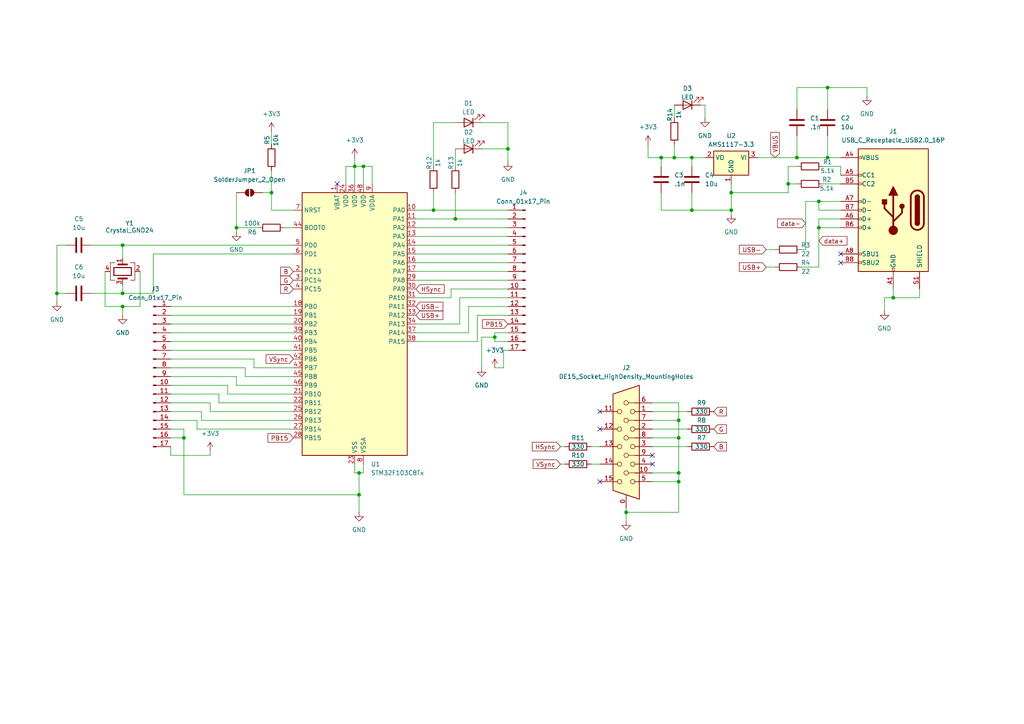
<source format=kicad_sch>
(kicad_sch
	(version 20250114)
	(generator "eeschema")
	(generator_version "9.0")
	(uuid "434b5bbe-8e84-467b-b539-ff95461f747b")
	(paper "A4")
	(lib_symbols
		(symbol "Connector:Conn_01x17_Pin"
			(pin_names
				(offset 1.016)
				(hide yes)
			)
			(exclude_from_sim no)
			(in_bom yes)
			(on_board yes)
			(property "Reference" "J"
				(at 0 22.86 0)
				(effects
					(font
						(size 1.27 1.27)
					)
				)
			)
			(property "Value" "Conn_01x17_Pin"
				(at 0 -22.86 0)
				(effects
					(font
						(size 1.27 1.27)
					)
				)
			)
			(property "Footprint" ""
				(at 0 0 0)
				(effects
					(font
						(size 1.27 1.27)
					)
					(hide yes)
				)
			)
			(property "Datasheet" "~"
				(at 0 0 0)
				(effects
					(font
						(size 1.27 1.27)
					)
					(hide yes)
				)
			)
			(property "Description" "Generic connector, single row, 01x17, script generated"
				(at 0 0 0)
				(effects
					(font
						(size 1.27 1.27)
					)
					(hide yes)
				)
			)
			(property "ki_locked" ""
				(at 0 0 0)
				(effects
					(font
						(size 1.27 1.27)
					)
				)
			)
			(property "ki_keywords" "connector"
				(at 0 0 0)
				(effects
					(font
						(size 1.27 1.27)
					)
					(hide yes)
				)
			)
			(property "ki_fp_filters" "Connector*:*_1x??_*"
				(at 0 0 0)
				(effects
					(font
						(size 1.27 1.27)
					)
					(hide yes)
				)
			)
			(symbol "Conn_01x17_Pin_1_1"
				(rectangle
					(start 0.8636 20.447)
					(end 0 20.193)
					(stroke
						(width 0.1524)
						(type default)
					)
					(fill
						(type outline)
					)
				)
				(rectangle
					(start 0.8636 17.907)
					(end 0 17.653)
					(stroke
						(width 0.1524)
						(type default)
					)
					(fill
						(type outline)
					)
				)
				(rectangle
					(start 0.8636 15.367)
					(end 0 15.113)
					(stroke
						(width 0.1524)
						(type default)
					)
					(fill
						(type outline)
					)
				)
				(rectangle
					(start 0.8636 12.827)
					(end 0 12.573)
					(stroke
						(width 0.1524)
						(type default)
					)
					(fill
						(type outline)
					)
				)
				(rectangle
					(start 0.8636 10.287)
					(end 0 10.033)
					(stroke
						(width 0.1524)
						(type default)
					)
					(fill
						(type outline)
					)
				)
				(rectangle
					(start 0.8636 7.747)
					(end 0 7.493)
					(stroke
						(width 0.1524)
						(type default)
					)
					(fill
						(type outline)
					)
				)
				(rectangle
					(start 0.8636 5.207)
					(end 0 4.953)
					(stroke
						(width 0.1524)
						(type default)
					)
					(fill
						(type outline)
					)
				)
				(rectangle
					(start 0.8636 2.667)
					(end 0 2.413)
					(stroke
						(width 0.1524)
						(type default)
					)
					(fill
						(type outline)
					)
				)
				(rectangle
					(start 0.8636 0.127)
					(end 0 -0.127)
					(stroke
						(width 0.1524)
						(type default)
					)
					(fill
						(type outline)
					)
				)
				(rectangle
					(start 0.8636 -2.413)
					(end 0 -2.667)
					(stroke
						(width 0.1524)
						(type default)
					)
					(fill
						(type outline)
					)
				)
				(rectangle
					(start 0.8636 -4.953)
					(end 0 -5.207)
					(stroke
						(width 0.1524)
						(type default)
					)
					(fill
						(type outline)
					)
				)
				(rectangle
					(start 0.8636 -7.493)
					(end 0 -7.747)
					(stroke
						(width 0.1524)
						(type default)
					)
					(fill
						(type outline)
					)
				)
				(rectangle
					(start 0.8636 -10.033)
					(end 0 -10.287)
					(stroke
						(width 0.1524)
						(type default)
					)
					(fill
						(type outline)
					)
				)
				(rectangle
					(start 0.8636 -12.573)
					(end 0 -12.827)
					(stroke
						(width 0.1524)
						(type default)
					)
					(fill
						(type outline)
					)
				)
				(rectangle
					(start 0.8636 -15.113)
					(end 0 -15.367)
					(stroke
						(width 0.1524)
						(type default)
					)
					(fill
						(type outline)
					)
				)
				(rectangle
					(start 0.8636 -17.653)
					(end 0 -17.907)
					(stroke
						(width 0.1524)
						(type default)
					)
					(fill
						(type outline)
					)
				)
				(rectangle
					(start 0.8636 -20.193)
					(end 0 -20.447)
					(stroke
						(width 0.1524)
						(type default)
					)
					(fill
						(type outline)
					)
				)
				(polyline
					(pts
						(xy 1.27 20.32) (xy 0.8636 20.32)
					)
					(stroke
						(width 0.1524)
						(type default)
					)
					(fill
						(type none)
					)
				)
				(polyline
					(pts
						(xy 1.27 17.78) (xy 0.8636 17.78)
					)
					(stroke
						(width 0.1524)
						(type default)
					)
					(fill
						(type none)
					)
				)
				(polyline
					(pts
						(xy 1.27 15.24) (xy 0.8636 15.24)
					)
					(stroke
						(width 0.1524)
						(type default)
					)
					(fill
						(type none)
					)
				)
				(polyline
					(pts
						(xy 1.27 12.7) (xy 0.8636 12.7)
					)
					(stroke
						(width 0.1524)
						(type default)
					)
					(fill
						(type none)
					)
				)
				(polyline
					(pts
						(xy 1.27 10.16) (xy 0.8636 10.16)
					)
					(stroke
						(width 0.1524)
						(type default)
					)
					(fill
						(type none)
					)
				)
				(polyline
					(pts
						(xy 1.27 7.62) (xy 0.8636 7.62)
					)
					(stroke
						(width 0.1524)
						(type default)
					)
					(fill
						(type none)
					)
				)
				(polyline
					(pts
						(xy 1.27 5.08) (xy 0.8636 5.08)
					)
					(stroke
						(width 0.1524)
						(type default)
					)
					(fill
						(type none)
					)
				)
				(polyline
					(pts
						(xy 1.27 2.54) (xy 0.8636 2.54)
					)
					(stroke
						(width 0.1524)
						(type default)
					)
					(fill
						(type none)
					)
				)
				(polyline
					(pts
						(xy 1.27 0) (xy 0.8636 0)
					)
					(stroke
						(width 0.1524)
						(type default)
					)
					(fill
						(type none)
					)
				)
				(polyline
					(pts
						(xy 1.27 -2.54) (xy 0.8636 -2.54)
					)
					(stroke
						(width 0.1524)
						(type default)
					)
					(fill
						(type none)
					)
				)
				(polyline
					(pts
						(xy 1.27 -5.08) (xy 0.8636 -5.08)
					)
					(stroke
						(width 0.1524)
						(type default)
					)
					(fill
						(type none)
					)
				)
				(polyline
					(pts
						(xy 1.27 -7.62) (xy 0.8636 -7.62)
					)
					(stroke
						(width 0.1524)
						(type default)
					)
					(fill
						(type none)
					)
				)
				(polyline
					(pts
						(xy 1.27 -10.16) (xy 0.8636 -10.16)
					)
					(stroke
						(width 0.1524)
						(type default)
					)
					(fill
						(type none)
					)
				)
				(polyline
					(pts
						(xy 1.27 -12.7) (xy 0.8636 -12.7)
					)
					(stroke
						(width 0.1524)
						(type default)
					)
					(fill
						(type none)
					)
				)
				(polyline
					(pts
						(xy 1.27 -15.24) (xy 0.8636 -15.24)
					)
					(stroke
						(width 0.1524)
						(type default)
					)
					(fill
						(type none)
					)
				)
				(polyline
					(pts
						(xy 1.27 -17.78) (xy 0.8636 -17.78)
					)
					(stroke
						(width 0.1524)
						(type default)
					)
					(fill
						(type none)
					)
				)
				(polyline
					(pts
						(xy 1.27 -20.32) (xy 0.8636 -20.32)
					)
					(stroke
						(width 0.1524)
						(type default)
					)
					(fill
						(type none)
					)
				)
				(pin passive line
					(at 5.08 20.32 180)
					(length 3.81)
					(name "Pin_1"
						(effects
							(font
								(size 1.27 1.27)
							)
						)
					)
					(number "1"
						(effects
							(font
								(size 1.27 1.27)
							)
						)
					)
				)
				(pin passive line
					(at 5.08 17.78 180)
					(length 3.81)
					(name "Pin_2"
						(effects
							(font
								(size 1.27 1.27)
							)
						)
					)
					(number "2"
						(effects
							(font
								(size 1.27 1.27)
							)
						)
					)
				)
				(pin passive line
					(at 5.08 15.24 180)
					(length 3.81)
					(name "Pin_3"
						(effects
							(font
								(size 1.27 1.27)
							)
						)
					)
					(number "3"
						(effects
							(font
								(size 1.27 1.27)
							)
						)
					)
				)
				(pin passive line
					(at 5.08 12.7 180)
					(length 3.81)
					(name "Pin_4"
						(effects
							(font
								(size 1.27 1.27)
							)
						)
					)
					(number "4"
						(effects
							(font
								(size 1.27 1.27)
							)
						)
					)
				)
				(pin passive line
					(at 5.08 10.16 180)
					(length 3.81)
					(name "Pin_5"
						(effects
							(font
								(size 1.27 1.27)
							)
						)
					)
					(number "5"
						(effects
							(font
								(size 1.27 1.27)
							)
						)
					)
				)
				(pin passive line
					(at 5.08 7.62 180)
					(length 3.81)
					(name "Pin_6"
						(effects
							(font
								(size 1.27 1.27)
							)
						)
					)
					(number "6"
						(effects
							(font
								(size 1.27 1.27)
							)
						)
					)
				)
				(pin passive line
					(at 5.08 5.08 180)
					(length 3.81)
					(name "Pin_7"
						(effects
							(font
								(size 1.27 1.27)
							)
						)
					)
					(number "7"
						(effects
							(font
								(size 1.27 1.27)
							)
						)
					)
				)
				(pin passive line
					(at 5.08 2.54 180)
					(length 3.81)
					(name "Pin_8"
						(effects
							(font
								(size 1.27 1.27)
							)
						)
					)
					(number "8"
						(effects
							(font
								(size 1.27 1.27)
							)
						)
					)
				)
				(pin passive line
					(at 5.08 0 180)
					(length 3.81)
					(name "Pin_9"
						(effects
							(font
								(size 1.27 1.27)
							)
						)
					)
					(number "9"
						(effects
							(font
								(size 1.27 1.27)
							)
						)
					)
				)
				(pin passive line
					(at 5.08 -2.54 180)
					(length 3.81)
					(name "Pin_10"
						(effects
							(font
								(size 1.27 1.27)
							)
						)
					)
					(number "10"
						(effects
							(font
								(size 1.27 1.27)
							)
						)
					)
				)
				(pin passive line
					(at 5.08 -5.08 180)
					(length 3.81)
					(name "Pin_11"
						(effects
							(font
								(size 1.27 1.27)
							)
						)
					)
					(number "11"
						(effects
							(font
								(size 1.27 1.27)
							)
						)
					)
				)
				(pin passive line
					(at 5.08 -7.62 180)
					(length 3.81)
					(name "Pin_12"
						(effects
							(font
								(size 1.27 1.27)
							)
						)
					)
					(number "12"
						(effects
							(font
								(size 1.27 1.27)
							)
						)
					)
				)
				(pin passive line
					(at 5.08 -10.16 180)
					(length 3.81)
					(name "Pin_13"
						(effects
							(font
								(size 1.27 1.27)
							)
						)
					)
					(number "13"
						(effects
							(font
								(size 1.27 1.27)
							)
						)
					)
				)
				(pin passive line
					(at 5.08 -12.7 180)
					(length 3.81)
					(name "Pin_14"
						(effects
							(font
								(size 1.27 1.27)
							)
						)
					)
					(number "14"
						(effects
							(font
								(size 1.27 1.27)
							)
						)
					)
				)
				(pin passive line
					(at 5.08 -15.24 180)
					(length 3.81)
					(name "Pin_15"
						(effects
							(font
								(size 1.27 1.27)
							)
						)
					)
					(number "15"
						(effects
							(font
								(size 1.27 1.27)
							)
						)
					)
				)
				(pin passive line
					(at 5.08 -17.78 180)
					(length 3.81)
					(name "Pin_16"
						(effects
							(font
								(size 1.27 1.27)
							)
						)
					)
					(number "16"
						(effects
							(font
								(size 1.27 1.27)
							)
						)
					)
				)
				(pin passive line
					(at 5.08 -20.32 180)
					(length 3.81)
					(name "Pin_17"
						(effects
							(font
								(size 1.27 1.27)
							)
						)
					)
					(number "17"
						(effects
							(font
								(size 1.27 1.27)
							)
						)
					)
				)
			)
			(embedded_fonts no)
		)
		(symbol "Connector:DE15_Socket_HighDensity_MountingHoles"
			(pin_names
				(offset 1.016)
				(hide yes)
			)
			(exclude_from_sim no)
			(in_bom yes)
			(on_board yes)
			(property "Reference" "J"
				(at 0 21.59 0)
				(effects
					(font
						(size 1.27 1.27)
					)
				)
			)
			(property "Value" "DE15_Socket_HighDensity_MountingHoles"
				(at 0 19.05 0)
				(effects
					(font
						(size 1.27 1.27)
					)
				)
			)
			(property "Footprint" ""
				(at -24.13 10.16 0)
				(effects
					(font
						(size 1.27 1.27)
					)
					(hide yes)
				)
			)
			(property "Datasheet" "~"
				(at -24.13 10.16 0)
				(effects
					(font
						(size 1.27 1.27)
					)
					(hide yes)
				)
			)
			(property "Description" "15-pin D-SUB connector, socket (female), High density (3 columns), Triple Row, Generic, VGA-connector, Mounting Hole"
				(at 0 0 0)
				(effects
					(font
						(size 1.27 1.27)
					)
					(hide yes)
				)
			)
			(property "ki_keywords" "DSUB VGA"
				(at 0 0 0)
				(effects
					(font
						(size 1.27 1.27)
					)
					(hide yes)
				)
			)
			(property "ki_fp_filters" "DSUB*Socket*"
				(at 0 0 0)
				(effects
					(font
						(size 1.27 1.27)
					)
					(hide yes)
				)
			)
			(symbol "DE15_Socket_HighDensity_MountingHoles_0_1"
				(polyline
					(pts
						(xy -3.81 17.78) (xy -3.81 -15.24) (xy 3.81 -12.7) (xy 3.81 15.24) (xy -3.81 17.78)
					)
					(stroke
						(width 0.254)
						(type default)
					)
					(fill
						(type background)
					)
				)
				(polyline
					(pts
						(xy -3.175 7.62) (xy -0.635 7.62)
					)
					(stroke
						(width 0)
						(type default)
					)
					(fill
						(type none)
					)
				)
				(circle
					(center -1.905 10.16)
					(radius 0.635)
					(stroke
						(width 0)
						(type default)
					)
					(fill
						(type none)
					)
				)
				(circle
					(center -1.905 5.08)
					(radius 0.635)
					(stroke
						(width 0)
						(type default)
					)
					(fill
						(type none)
					)
				)
				(circle
					(center -1.905 0)
					(radius 0.635)
					(stroke
						(width 0)
						(type default)
					)
					(fill
						(type none)
					)
				)
				(circle
					(center -1.905 -5.08)
					(radius 0.635)
					(stroke
						(width 0)
						(type default)
					)
					(fill
						(type none)
					)
				)
				(circle
					(center -1.905 -10.16)
					(radius 0.635)
					(stroke
						(width 0)
						(type default)
					)
					(fill
						(type none)
					)
				)
				(polyline
					(pts
						(xy -0.635 12.7) (xy -3.175 12.7)
					)
					(stroke
						(width 0)
						(type default)
					)
					(fill
						(type none)
					)
				)
				(polyline
					(pts
						(xy -0.635 2.54) (xy -3.175 2.54)
					)
					(stroke
						(width 0)
						(type default)
					)
					(fill
						(type none)
					)
				)
				(polyline
					(pts
						(xy -0.635 -2.54) (xy -3.175 -2.54)
					)
					(stroke
						(width 0)
						(type default)
					)
					(fill
						(type none)
					)
				)
				(polyline
					(pts
						(xy -0.635 -7.62) (xy -3.175 -7.62)
					)
					(stroke
						(width 0)
						(type default)
					)
					(fill
						(type none)
					)
				)
				(circle
					(center 0 12.7)
					(radius 0.635)
					(stroke
						(width 0)
						(type default)
					)
					(fill
						(type none)
					)
				)
				(circle
					(center 0 7.62)
					(radius 0.635)
					(stroke
						(width 0)
						(type default)
					)
					(fill
						(type none)
					)
				)
				(circle
					(center 0 2.54)
					(radius 0.635)
					(stroke
						(width 0)
						(type default)
					)
					(fill
						(type none)
					)
				)
				(circle
					(center 0 -2.54)
					(radius 0.635)
					(stroke
						(width 0)
						(type default)
					)
					(fill
						(type none)
					)
				)
				(circle
					(center 0 -7.62)
					(radius 0.635)
					(stroke
						(width 0)
						(type default)
					)
					(fill
						(type none)
					)
				)
				(circle
					(center 1.905 10.16)
					(radius 0.635)
					(stroke
						(width 0)
						(type default)
					)
					(fill
						(type none)
					)
				)
				(circle
					(center 1.905 5.08)
					(radius 0.635)
					(stroke
						(width 0)
						(type default)
					)
					(fill
						(type none)
					)
				)
				(circle
					(center 1.905 0)
					(radius 0.635)
					(stroke
						(width 0)
						(type default)
					)
					(fill
						(type none)
					)
				)
				(circle
					(center 1.905 -5.08)
					(radius 0.635)
					(stroke
						(width 0)
						(type default)
					)
					(fill
						(type none)
					)
				)
				(circle
					(center 1.905 -10.16)
					(radius 0.635)
					(stroke
						(width 0)
						(type default)
					)
					(fill
						(type none)
					)
				)
			)
			(symbol "DE15_Socket_HighDensity_MountingHoles_1_1"
				(pin passive line
					(at -7.62 12.7 0)
					(length 5.08)
					(name "~"
						(effects
							(font
								(size 1.27 1.27)
							)
						)
					)
					(number "6"
						(effects
							(font
								(size 1.27 1.27)
							)
						)
					)
				)
				(pin passive line
					(at -7.62 10.16 0)
					(length 5.08)
					(name "~"
						(effects
							(font
								(size 1.27 1.27)
							)
						)
					)
					(number "1"
						(effects
							(font
								(size 1.27 1.27)
							)
						)
					)
				)
				(pin passive line
					(at -7.62 7.62 0)
					(length 5.08)
					(name "~"
						(effects
							(font
								(size 1.27 1.27)
							)
						)
					)
					(number "7"
						(effects
							(font
								(size 1.27 1.27)
							)
						)
					)
				)
				(pin passive line
					(at -7.62 5.08 0)
					(length 5.08)
					(name "~"
						(effects
							(font
								(size 1.27 1.27)
							)
						)
					)
					(number "2"
						(effects
							(font
								(size 1.27 1.27)
							)
						)
					)
				)
				(pin passive line
					(at -7.62 2.54 0)
					(length 5.08)
					(name "~"
						(effects
							(font
								(size 1.27 1.27)
							)
						)
					)
					(number "8"
						(effects
							(font
								(size 1.27 1.27)
							)
						)
					)
				)
				(pin passive line
					(at -7.62 0 0)
					(length 5.08)
					(name "~"
						(effects
							(font
								(size 1.27 1.27)
							)
						)
					)
					(number "3"
						(effects
							(font
								(size 1.27 1.27)
							)
						)
					)
				)
				(pin passive line
					(at -7.62 -2.54 0)
					(length 5.08)
					(name "~"
						(effects
							(font
								(size 1.27 1.27)
							)
						)
					)
					(number "9"
						(effects
							(font
								(size 1.27 1.27)
							)
						)
					)
				)
				(pin passive line
					(at -7.62 -5.08 0)
					(length 5.08)
					(name "~"
						(effects
							(font
								(size 1.27 1.27)
							)
						)
					)
					(number "4"
						(effects
							(font
								(size 1.27 1.27)
							)
						)
					)
				)
				(pin passive line
					(at -7.62 -7.62 0)
					(length 5.08)
					(name "~"
						(effects
							(font
								(size 1.27 1.27)
							)
						)
					)
					(number "10"
						(effects
							(font
								(size 1.27 1.27)
							)
						)
					)
				)
				(pin passive line
					(at -7.62 -10.16 0)
					(length 5.08)
					(name "~"
						(effects
							(font
								(size 1.27 1.27)
							)
						)
					)
					(number "5"
						(effects
							(font
								(size 1.27 1.27)
							)
						)
					)
				)
				(pin passive line
					(at 0 -17.78 90)
					(length 3.81)
					(name "~"
						(effects
							(font
								(size 1.27 1.27)
							)
						)
					)
					(number "0"
						(effects
							(font
								(size 1.27 1.27)
							)
						)
					)
				)
				(pin passive line
					(at 7.62 10.16 180)
					(length 5.08)
					(name "~"
						(effects
							(font
								(size 1.27 1.27)
							)
						)
					)
					(number "11"
						(effects
							(font
								(size 1.27 1.27)
							)
						)
					)
				)
				(pin passive line
					(at 7.62 5.08 180)
					(length 5.08)
					(name "~"
						(effects
							(font
								(size 1.27 1.27)
							)
						)
					)
					(number "12"
						(effects
							(font
								(size 1.27 1.27)
							)
						)
					)
				)
				(pin passive line
					(at 7.62 0 180)
					(length 5.08)
					(name "~"
						(effects
							(font
								(size 1.27 1.27)
							)
						)
					)
					(number "13"
						(effects
							(font
								(size 1.27 1.27)
							)
						)
					)
				)
				(pin passive line
					(at 7.62 -5.08 180)
					(length 5.08)
					(name "~"
						(effects
							(font
								(size 1.27 1.27)
							)
						)
					)
					(number "14"
						(effects
							(font
								(size 1.27 1.27)
							)
						)
					)
				)
				(pin passive line
					(at 7.62 -10.16 180)
					(length 5.08)
					(name "~"
						(effects
							(font
								(size 1.27 1.27)
							)
						)
					)
					(number "15"
						(effects
							(font
								(size 1.27 1.27)
							)
						)
					)
				)
			)
			(embedded_fonts no)
		)
		(symbol "Connector:USB_C_Receptacle_USB2.0_16P"
			(pin_names
				(offset 1.016)
			)
			(exclude_from_sim no)
			(in_bom yes)
			(on_board yes)
			(property "Reference" "J"
				(at 0 22.225 0)
				(effects
					(font
						(size 1.27 1.27)
					)
				)
			)
			(property "Value" "USB_C_Receptacle_USB2.0_16P"
				(at 0 19.685 0)
				(effects
					(font
						(size 1.27 1.27)
					)
				)
			)
			(property "Footprint" ""
				(at 3.81 0 0)
				(effects
					(font
						(size 1.27 1.27)
					)
					(hide yes)
				)
			)
			(property "Datasheet" "https://www.usb.org/sites/default/files/documents/usb_type-c.zip"
				(at 3.81 0 0)
				(effects
					(font
						(size 1.27 1.27)
					)
					(hide yes)
				)
			)
			(property "Description" "USB 2.0-only 16P Type-C Receptacle connector"
				(at 0 0 0)
				(effects
					(font
						(size 1.27 1.27)
					)
					(hide yes)
				)
			)
			(property "ki_keywords" "usb universal serial bus type-C USB2.0"
				(at 0 0 0)
				(effects
					(font
						(size 1.27 1.27)
					)
					(hide yes)
				)
			)
			(property "ki_fp_filters" "USB*C*Receptacle*"
				(at 0 0 0)
				(effects
					(font
						(size 1.27 1.27)
					)
					(hide yes)
				)
			)
			(symbol "USB_C_Receptacle_USB2.0_16P_0_0"
				(rectangle
					(start -0.254 -17.78)
					(end 0.254 -16.764)
					(stroke
						(width 0)
						(type default)
					)
					(fill
						(type none)
					)
				)
				(rectangle
					(start 10.16 15.494)
					(end 9.144 14.986)
					(stroke
						(width 0)
						(type default)
					)
					(fill
						(type none)
					)
				)
				(rectangle
					(start 10.16 10.414)
					(end 9.144 9.906)
					(stroke
						(width 0)
						(type default)
					)
					(fill
						(type none)
					)
				)
				(rectangle
					(start 10.16 7.874)
					(end 9.144 7.366)
					(stroke
						(width 0)
						(type default)
					)
					(fill
						(type none)
					)
				)
				(rectangle
					(start 10.16 2.794)
					(end 9.144 2.286)
					(stroke
						(width 0)
						(type default)
					)
					(fill
						(type none)
					)
				)
				(rectangle
					(start 10.16 0.254)
					(end 9.144 -0.254)
					(stroke
						(width 0)
						(type default)
					)
					(fill
						(type none)
					)
				)
				(rectangle
					(start 10.16 -2.286)
					(end 9.144 -2.794)
					(stroke
						(width 0)
						(type default)
					)
					(fill
						(type none)
					)
				)
				(rectangle
					(start 10.16 -4.826)
					(end 9.144 -5.334)
					(stroke
						(width 0)
						(type default)
					)
					(fill
						(type none)
					)
				)
				(rectangle
					(start 10.16 -12.446)
					(end 9.144 -12.954)
					(stroke
						(width 0)
						(type default)
					)
					(fill
						(type none)
					)
				)
				(rectangle
					(start 10.16 -14.986)
					(end 9.144 -15.494)
					(stroke
						(width 0)
						(type default)
					)
					(fill
						(type none)
					)
				)
			)
			(symbol "USB_C_Receptacle_USB2.0_16P_0_1"
				(rectangle
					(start -10.16 17.78)
					(end 10.16 -17.78)
					(stroke
						(width 0.254)
						(type default)
					)
					(fill
						(type background)
					)
				)
				(polyline
					(pts
						(xy -8.89 -3.81) (xy -8.89 3.81)
					)
					(stroke
						(width 0.508)
						(type default)
					)
					(fill
						(type none)
					)
				)
				(rectangle
					(start -7.62 -3.81)
					(end -6.35 3.81)
					(stroke
						(width 0.254)
						(type default)
					)
					(fill
						(type outline)
					)
				)
				(arc
					(start -7.62 3.81)
					(mid -6.985 4.4423)
					(end -6.35 3.81)
					(stroke
						(width 0.254)
						(type default)
					)
					(fill
						(type none)
					)
				)
				(arc
					(start -7.62 3.81)
					(mid -6.985 4.4423)
					(end -6.35 3.81)
					(stroke
						(width 0.254)
						(type default)
					)
					(fill
						(type outline)
					)
				)
				(arc
					(start -8.89 3.81)
					(mid -6.985 5.7067)
					(end -5.08 3.81)
					(stroke
						(width 0.508)
						(type default)
					)
					(fill
						(type none)
					)
				)
				(arc
					(start -5.08 -3.81)
					(mid -6.985 -5.7067)
					(end -8.89 -3.81)
					(stroke
						(width 0.508)
						(type default)
					)
					(fill
						(type none)
					)
				)
				(arc
					(start -6.35 -3.81)
					(mid -6.985 -4.4423)
					(end -7.62 -3.81)
					(stroke
						(width 0.254)
						(type default)
					)
					(fill
						(type none)
					)
				)
				(arc
					(start -6.35 -3.81)
					(mid -6.985 -4.4423)
					(end -7.62 -3.81)
					(stroke
						(width 0.254)
						(type default)
					)
					(fill
						(type outline)
					)
				)
				(polyline
					(pts
						(xy -5.08 3.81) (xy -5.08 -3.81)
					)
					(stroke
						(width 0.508)
						(type default)
					)
					(fill
						(type none)
					)
				)
				(circle
					(center -2.54 1.143)
					(radius 0.635)
					(stroke
						(width 0.254)
						(type default)
					)
					(fill
						(type outline)
					)
				)
				(polyline
					(pts
						(xy -1.27 4.318) (xy 0 6.858) (xy 1.27 4.318) (xy -1.27 4.318)
					)
					(stroke
						(width 0.254)
						(type default)
					)
					(fill
						(type outline)
					)
				)
				(polyline
					(pts
						(xy 0 -2.032) (xy 2.54 0.508) (xy 2.54 1.778)
					)
					(stroke
						(width 0.508)
						(type default)
					)
					(fill
						(type none)
					)
				)
				(polyline
					(pts
						(xy 0 -3.302) (xy -2.54 -0.762) (xy -2.54 0.508)
					)
					(stroke
						(width 0.508)
						(type default)
					)
					(fill
						(type none)
					)
				)
				(polyline
					(pts
						(xy 0 -5.842) (xy 0 4.318)
					)
					(stroke
						(width 0.508)
						(type default)
					)
					(fill
						(type none)
					)
				)
				(circle
					(center 0 -5.842)
					(radius 1.27)
					(stroke
						(width 0)
						(type default)
					)
					(fill
						(type outline)
					)
				)
				(rectangle
					(start 1.905 1.778)
					(end 3.175 3.048)
					(stroke
						(width 0.254)
						(type default)
					)
					(fill
						(type outline)
					)
				)
			)
			(symbol "USB_C_Receptacle_USB2.0_16P_1_1"
				(pin passive line
					(at -7.62 -22.86 90)
					(length 5.08)
					(name "SHIELD"
						(effects
							(font
								(size 1.27 1.27)
							)
						)
					)
					(number "S1"
						(effects
							(font
								(size 1.27 1.27)
							)
						)
					)
				)
				(pin passive line
					(at 0 -22.86 90)
					(length 5.08)
					(name "GND"
						(effects
							(font
								(size 1.27 1.27)
							)
						)
					)
					(number "A1"
						(effects
							(font
								(size 1.27 1.27)
							)
						)
					)
				)
				(pin passive line
					(at 0 -22.86 90)
					(length 5.08)
					(hide yes)
					(name "GND"
						(effects
							(font
								(size 1.27 1.27)
							)
						)
					)
					(number "A12"
						(effects
							(font
								(size 1.27 1.27)
							)
						)
					)
				)
				(pin passive line
					(at 0 -22.86 90)
					(length 5.08)
					(hide yes)
					(name "GND"
						(effects
							(font
								(size 1.27 1.27)
							)
						)
					)
					(number "B1"
						(effects
							(font
								(size 1.27 1.27)
							)
						)
					)
				)
				(pin passive line
					(at 0 -22.86 90)
					(length 5.08)
					(hide yes)
					(name "GND"
						(effects
							(font
								(size 1.27 1.27)
							)
						)
					)
					(number "B12"
						(effects
							(font
								(size 1.27 1.27)
							)
						)
					)
				)
				(pin passive line
					(at 15.24 15.24 180)
					(length 5.08)
					(name "VBUS"
						(effects
							(font
								(size 1.27 1.27)
							)
						)
					)
					(number "A4"
						(effects
							(font
								(size 1.27 1.27)
							)
						)
					)
				)
				(pin passive line
					(at 15.24 15.24 180)
					(length 5.08)
					(hide yes)
					(name "VBUS"
						(effects
							(font
								(size 1.27 1.27)
							)
						)
					)
					(number "A9"
						(effects
							(font
								(size 1.27 1.27)
							)
						)
					)
				)
				(pin passive line
					(at 15.24 15.24 180)
					(length 5.08)
					(hide yes)
					(name "VBUS"
						(effects
							(font
								(size 1.27 1.27)
							)
						)
					)
					(number "B4"
						(effects
							(font
								(size 1.27 1.27)
							)
						)
					)
				)
				(pin passive line
					(at 15.24 15.24 180)
					(length 5.08)
					(hide yes)
					(name "VBUS"
						(effects
							(font
								(size 1.27 1.27)
							)
						)
					)
					(number "B9"
						(effects
							(font
								(size 1.27 1.27)
							)
						)
					)
				)
				(pin bidirectional line
					(at 15.24 10.16 180)
					(length 5.08)
					(name "CC1"
						(effects
							(font
								(size 1.27 1.27)
							)
						)
					)
					(number "A5"
						(effects
							(font
								(size 1.27 1.27)
							)
						)
					)
				)
				(pin bidirectional line
					(at 15.24 7.62 180)
					(length 5.08)
					(name "CC2"
						(effects
							(font
								(size 1.27 1.27)
							)
						)
					)
					(number "B5"
						(effects
							(font
								(size 1.27 1.27)
							)
						)
					)
				)
				(pin bidirectional line
					(at 15.24 2.54 180)
					(length 5.08)
					(name "D-"
						(effects
							(font
								(size 1.27 1.27)
							)
						)
					)
					(number "A7"
						(effects
							(font
								(size 1.27 1.27)
							)
						)
					)
				)
				(pin bidirectional line
					(at 15.24 0 180)
					(length 5.08)
					(name "D-"
						(effects
							(font
								(size 1.27 1.27)
							)
						)
					)
					(number "B7"
						(effects
							(font
								(size 1.27 1.27)
							)
						)
					)
				)
				(pin bidirectional line
					(at 15.24 -2.54 180)
					(length 5.08)
					(name "D+"
						(effects
							(font
								(size 1.27 1.27)
							)
						)
					)
					(number "A6"
						(effects
							(font
								(size 1.27 1.27)
							)
						)
					)
				)
				(pin bidirectional line
					(at 15.24 -5.08 180)
					(length 5.08)
					(name "D+"
						(effects
							(font
								(size 1.27 1.27)
							)
						)
					)
					(number "B6"
						(effects
							(font
								(size 1.27 1.27)
							)
						)
					)
				)
				(pin bidirectional line
					(at 15.24 -12.7 180)
					(length 5.08)
					(name "SBU1"
						(effects
							(font
								(size 1.27 1.27)
							)
						)
					)
					(number "A8"
						(effects
							(font
								(size 1.27 1.27)
							)
						)
					)
				)
				(pin bidirectional line
					(at 15.24 -15.24 180)
					(length 5.08)
					(name "SBU2"
						(effects
							(font
								(size 1.27 1.27)
							)
						)
					)
					(number "B8"
						(effects
							(font
								(size 1.27 1.27)
							)
						)
					)
				)
			)
			(embedded_fonts no)
		)
		(symbol "Device:C"
			(pin_numbers
				(hide yes)
			)
			(pin_names
				(offset 0.254)
			)
			(exclude_from_sim no)
			(in_bom yes)
			(on_board yes)
			(property "Reference" "C"
				(at 0.635 2.54 0)
				(effects
					(font
						(size 1.27 1.27)
					)
					(justify left)
				)
			)
			(property "Value" "C"
				(at 0.635 -2.54 0)
				(effects
					(font
						(size 1.27 1.27)
					)
					(justify left)
				)
			)
			(property "Footprint" ""
				(at 0.9652 -3.81 0)
				(effects
					(font
						(size 1.27 1.27)
					)
					(hide yes)
				)
			)
			(property "Datasheet" "~"
				(at 0 0 0)
				(effects
					(font
						(size 1.27 1.27)
					)
					(hide yes)
				)
			)
			(property "Description" "Unpolarized capacitor"
				(at 0 0 0)
				(effects
					(font
						(size 1.27 1.27)
					)
					(hide yes)
				)
			)
			(property "ki_keywords" "cap capacitor"
				(at 0 0 0)
				(effects
					(font
						(size 1.27 1.27)
					)
					(hide yes)
				)
			)
			(property "ki_fp_filters" "C_*"
				(at 0 0 0)
				(effects
					(font
						(size 1.27 1.27)
					)
					(hide yes)
				)
			)
			(symbol "C_0_1"
				(polyline
					(pts
						(xy -2.032 0.762) (xy 2.032 0.762)
					)
					(stroke
						(width 0.508)
						(type default)
					)
					(fill
						(type none)
					)
				)
				(polyline
					(pts
						(xy -2.032 -0.762) (xy 2.032 -0.762)
					)
					(stroke
						(width 0.508)
						(type default)
					)
					(fill
						(type none)
					)
				)
			)
			(symbol "C_1_1"
				(pin passive line
					(at 0 3.81 270)
					(length 2.794)
					(name "~"
						(effects
							(font
								(size 1.27 1.27)
							)
						)
					)
					(number "1"
						(effects
							(font
								(size 1.27 1.27)
							)
						)
					)
				)
				(pin passive line
					(at 0 -3.81 90)
					(length 2.794)
					(name "~"
						(effects
							(font
								(size 1.27 1.27)
							)
						)
					)
					(number "2"
						(effects
							(font
								(size 1.27 1.27)
							)
						)
					)
				)
			)
			(embedded_fonts no)
		)
		(symbol "Device:Crystal_GND24"
			(pin_names
				(offset 1.016)
				(hide yes)
			)
			(exclude_from_sim no)
			(in_bom yes)
			(on_board yes)
			(property "Reference" "Y"
				(at 3.175 5.08 0)
				(effects
					(font
						(size 1.27 1.27)
					)
					(justify left)
				)
			)
			(property "Value" "Crystal_GND24"
				(at 3.175 3.175 0)
				(effects
					(font
						(size 1.27 1.27)
					)
					(justify left)
				)
			)
			(property "Footprint" ""
				(at 0 0 0)
				(effects
					(font
						(size 1.27 1.27)
					)
					(hide yes)
				)
			)
			(property "Datasheet" "~"
				(at 0 0 0)
				(effects
					(font
						(size 1.27 1.27)
					)
					(hide yes)
				)
			)
			(property "Description" "Four pin crystal, GND on pins 2 and 4"
				(at 0 0 0)
				(effects
					(font
						(size 1.27 1.27)
					)
					(hide yes)
				)
			)
			(property "ki_keywords" "quartz ceramic resonator oscillator"
				(at 0 0 0)
				(effects
					(font
						(size 1.27 1.27)
					)
					(hide yes)
				)
			)
			(property "ki_fp_filters" "Crystal*"
				(at 0 0 0)
				(effects
					(font
						(size 1.27 1.27)
					)
					(hide yes)
				)
			)
			(symbol "Crystal_GND24_0_1"
				(polyline
					(pts
						(xy -2.54 2.286) (xy -2.54 3.556) (xy 2.54 3.556) (xy 2.54 2.286)
					)
					(stroke
						(width 0)
						(type default)
					)
					(fill
						(type none)
					)
				)
				(polyline
					(pts
						(xy -2.54 0) (xy -2.032 0)
					)
					(stroke
						(width 0)
						(type default)
					)
					(fill
						(type none)
					)
				)
				(polyline
					(pts
						(xy -2.54 -2.286) (xy -2.54 -3.556) (xy 2.54 -3.556) (xy 2.54 -2.286)
					)
					(stroke
						(width 0)
						(type default)
					)
					(fill
						(type none)
					)
				)
				(polyline
					(pts
						(xy -2.032 -1.27) (xy -2.032 1.27)
					)
					(stroke
						(width 0.508)
						(type default)
					)
					(fill
						(type none)
					)
				)
				(rectangle
					(start -1.143 2.54)
					(end 1.143 -2.54)
					(stroke
						(width 0.3048)
						(type default)
					)
					(fill
						(type none)
					)
				)
				(polyline
					(pts
						(xy 0 3.556) (xy 0 3.81)
					)
					(stroke
						(width 0)
						(type default)
					)
					(fill
						(type none)
					)
				)
				(polyline
					(pts
						(xy 0 -3.81) (xy 0 -3.556)
					)
					(stroke
						(width 0)
						(type default)
					)
					(fill
						(type none)
					)
				)
				(polyline
					(pts
						(xy 2.032 0) (xy 2.54 0)
					)
					(stroke
						(width 0)
						(type default)
					)
					(fill
						(type none)
					)
				)
				(polyline
					(pts
						(xy 2.032 -1.27) (xy 2.032 1.27)
					)
					(stroke
						(width 0.508)
						(type default)
					)
					(fill
						(type none)
					)
				)
			)
			(symbol "Crystal_GND24_1_1"
				(pin passive line
					(at -3.81 0 0)
					(length 1.27)
					(name "1"
						(effects
							(font
								(size 1.27 1.27)
							)
						)
					)
					(number "1"
						(effects
							(font
								(size 1.27 1.27)
							)
						)
					)
				)
				(pin passive line
					(at 0 5.08 270)
					(length 1.27)
					(name "2"
						(effects
							(font
								(size 1.27 1.27)
							)
						)
					)
					(number "2"
						(effects
							(font
								(size 1.27 1.27)
							)
						)
					)
				)
				(pin passive line
					(at 0 -5.08 90)
					(length 1.27)
					(name "4"
						(effects
							(font
								(size 1.27 1.27)
							)
						)
					)
					(number "4"
						(effects
							(font
								(size 1.27 1.27)
							)
						)
					)
				)
				(pin passive line
					(at 3.81 0 180)
					(length 1.27)
					(name "3"
						(effects
							(font
								(size 1.27 1.27)
							)
						)
					)
					(number "3"
						(effects
							(font
								(size 1.27 1.27)
							)
						)
					)
				)
			)
			(embedded_fonts no)
		)
		(symbol "Device:LED"
			(pin_numbers
				(hide yes)
			)
			(pin_names
				(offset 1.016)
				(hide yes)
			)
			(exclude_from_sim no)
			(in_bom yes)
			(on_board yes)
			(property "Reference" "D"
				(at 0 2.54 0)
				(effects
					(font
						(size 1.27 1.27)
					)
				)
			)
			(property "Value" "LED"
				(at 0 -2.54 0)
				(effects
					(font
						(size 1.27 1.27)
					)
				)
			)
			(property "Footprint" ""
				(at 0 0 0)
				(effects
					(font
						(size 1.27 1.27)
					)
					(hide yes)
				)
			)
			(property "Datasheet" "~"
				(at 0 0 0)
				(effects
					(font
						(size 1.27 1.27)
					)
					(hide yes)
				)
			)
			(property "Description" "Light emitting diode"
				(at 0 0 0)
				(effects
					(font
						(size 1.27 1.27)
					)
					(hide yes)
				)
			)
			(property "Sim.Pins" "1=K 2=A"
				(at 0 0 0)
				(effects
					(font
						(size 1.27 1.27)
					)
					(hide yes)
				)
			)
			(property "ki_keywords" "LED diode"
				(at 0 0 0)
				(effects
					(font
						(size 1.27 1.27)
					)
					(hide yes)
				)
			)
			(property "ki_fp_filters" "LED* LED_SMD:* LED_THT:*"
				(at 0 0 0)
				(effects
					(font
						(size 1.27 1.27)
					)
					(hide yes)
				)
			)
			(symbol "LED_0_1"
				(polyline
					(pts
						(xy -3.048 -0.762) (xy -4.572 -2.286) (xy -3.81 -2.286) (xy -4.572 -2.286) (xy -4.572 -1.524)
					)
					(stroke
						(width 0)
						(type default)
					)
					(fill
						(type none)
					)
				)
				(polyline
					(pts
						(xy -1.778 -0.762) (xy -3.302 -2.286) (xy -2.54 -2.286) (xy -3.302 -2.286) (xy -3.302 -1.524)
					)
					(stroke
						(width 0)
						(type default)
					)
					(fill
						(type none)
					)
				)
				(polyline
					(pts
						(xy -1.27 0) (xy 1.27 0)
					)
					(stroke
						(width 0)
						(type default)
					)
					(fill
						(type none)
					)
				)
				(polyline
					(pts
						(xy -1.27 -1.27) (xy -1.27 1.27)
					)
					(stroke
						(width 0.254)
						(type default)
					)
					(fill
						(type none)
					)
				)
				(polyline
					(pts
						(xy 1.27 -1.27) (xy 1.27 1.27) (xy -1.27 0) (xy 1.27 -1.27)
					)
					(stroke
						(width 0.254)
						(type default)
					)
					(fill
						(type none)
					)
				)
			)
			(symbol "LED_1_1"
				(pin passive line
					(at -3.81 0 0)
					(length 2.54)
					(name "K"
						(effects
							(font
								(size 1.27 1.27)
							)
						)
					)
					(number "1"
						(effects
							(font
								(size 1.27 1.27)
							)
						)
					)
				)
				(pin passive line
					(at 3.81 0 180)
					(length 2.54)
					(name "A"
						(effects
							(font
								(size 1.27 1.27)
							)
						)
					)
					(number "2"
						(effects
							(font
								(size 1.27 1.27)
							)
						)
					)
				)
			)
			(embedded_fonts no)
		)
		(symbol "Device:R"
			(pin_numbers
				(hide yes)
			)
			(pin_names
				(offset 0)
			)
			(exclude_from_sim no)
			(in_bom yes)
			(on_board yes)
			(property "Reference" "R"
				(at 2.032 0 90)
				(effects
					(font
						(size 1.27 1.27)
					)
				)
			)
			(property "Value" "R"
				(at 0 0 90)
				(effects
					(font
						(size 1.27 1.27)
					)
				)
			)
			(property "Footprint" ""
				(at -1.778 0 90)
				(effects
					(font
						(size 1.27 1.27)
					)
					(hide yes)
				)
			)
			(property "Datasheet" "~"
				(at 0 0 0)
				(effects
					(font
						(size 1.27 1.27)
					)
					(hide yes)
				)
			)
			(property "Description" "Resistor"
				(at 0 0 0)
				(effects
					(font
						(size 1.27 1.27)
					)
					(hide yes)
				)
			)
			(property "ki_keywords" "R res resistor"
				(at 0 0 0)
				(effects
					(font
						(size 1.27 1.27)
					)
					(hide yes)
				)
			)
			(property "ki_fp_filters" "R_*"
				(at 0 0 0)
				(effects
					(font
						(size 1.27 1.27)
					)
					(hide yes)
				)
			)
			(symbol "R_0_1"
				(rectangle
					(start -1.016 -2.54)
					(end 1.016 2.54)
					(stroke
						(width 0.254)
						(type default)
					)
					(fill
						(type none)
					)
				)
			)
			(symbol "R_1_1"
				(pin passive line
					(at 0 3.81 270)
					(length 1.27)
					(name "~"
						(effects
							(font
								(size 1.27 1.27)
							)
						)
					)
					(number "1"
						(effects
							(font
								(size 1.27 1.27)
							)
						)
					)
				)
				(pin passive line
					(at 0 -3.81 90)
					(length 1.27)
					(name "~"
						(effects
							(font
								(size 1.27 1.27)
							)
						)
					)
					(number "2"
						(effects
							(font
								(size 1.27 1.27)
							)
						)
					)
				)
			)
			(embedded_fonts no)
		)
		(symbol "Jumper:SolderJumper_2_Open"
			(pin_numbers
				(hide yes)
			)
			(pin_names
				(offset 0)
				(hide yes)
			)
			(exclude_from_sim no)
			(in_bom no)
			(on_board yes)
			(property "Reference" "JP"
				(at 0 2.032 0)
				(effects
					(font
						(size 1.27 1.27)
					)
				)
			)
			(property "Value" "SolderJumper_2_Open"
				(at 0 -2.54 0)
				(effects
					(font
						(size 1.27 1.27)
					)
				)
			)
			(property "Footprint" ""
				(at 0 0 0)
				(effects
					(font
						(size 1.27 1.27)
					)
					(hide yes)
				)
			)
			(property "Datasheet" "~"
				(at 0 0 0)
				(effects
					(font
						(size 1.27 1.27)
					)
					(hide yes)
				)
			)
			(property "Description" "Solder Jumper, 2-pole, open"
				(at 0 0 0)
				(effects
					(font
						(size 1.27 1.27)
					)
					(hide yes)
				)
			)
			(property "ki_keywords" "solder jumper SPST"
				(at 0 0 0)
				(effects
					(font
						(size 1.27 1.27)
					)
					(hide yes)
				)
			)
			(property "ki_fp_filters" "SolderJumper*Open*"
				(at 0 0 0)
				(effects
					(font
						(size 1.27 1.27)
					)
					(hide yes)
				)
			)
			(symbol "SolderJumper_2_Open_0_1"
				(polyline
					(pts
						(xy -0.254 1.016) (xy -0.254 -1.016)
					)
					(stroke
						(width 0)
						(type default)
					)
					(fill
						(type none)
					)
				)
				(arc
					(start -0.254 -1.016)
					(mid -1.2656 0)
					(end -0.254 1.016)
					(stroke
						(width 0)
						(type default)
					)
					(fill
						(type none)
					)
				)
				(arc
					(start -0.254 -1.016)
					(mid -1.2656 0)
					(end -0.254 1.016)
					(stroke
						(width 0)
						(type default)
					)
					(fill
						(type outline)
					)
				)
				(arc
					(start 0.254 1.016)
					(mid 1.2656 0)
					(end 0.254 -1.016)
					(stroke
						(width 0)
						(type default)
					)
					(fill
						(type none)
					)
				)
				(arc
					(start 0.254 1.016)
					(mid 1.2656 0)
					(end 0.254 -1.016)
					(stroke
						(width 0)
						(type default)
					)
					(fill
						(type outline)
					)
				)
				(polyline
					(pts
						(xy 0.254 1.016) (xy 0.254 -1.016)
					)
					(stroke
						(width 0)
						(type default)
					)
					(fill
						(type none)
					)
				)
			)
			(symbol "SolderJumper_2_Open_1_1"
				(pin passive line
					(at -3.81 0 0)
					(length 2.54)
					(name "A"
						(effects
							(font
								(size 1.27 1.27)
							)
						)
					)
					(number "1"
						(effects
							(font
								(size 1.27 1.27)
							)
						)
					)
				)
				(pin passive line
					(at 3.81 0 180)
					(length 2.54)
					(name "B"
						(effects
							(font
								(size 1.27 1.27)
							)
						)
					)
					(number "2"
						(effects
							(font
								(size 1.27 1.27)
							)
						)
					)
				)
			)
			(embedded_fonts no)
		)
		(symbol "MCU_ST_STM32F1:STM32F103C8Tx"
			(exclude_from_sim no)
			(in_bom yes)
			(on_board yes)
			(property "Reference" "U"
				(at -15.24 39.37 0)
				(effects
					(font
						(size 1.27 1.27)
					)
					(justify left)
				)
			)
			(property "Value" "STM32F103C8Tx"
				(at 7.62 39.37 0)
				(effects
					(font
						(size 1.27 1.27)
					)
					(justify left)
				)
			)
			(property "Footprint" "Package_QFP:LQFP-48_7x7mm_P0.5mm"
				(at -15.24 -38.1 0)
				(effects
					(font
						(size 1.27 1.27)
					)
					(justify right)
					(hide yes)
				)
			)
			(property "Datasheet" "https://www.st.com/resource/en/datasheet/stm32f103c8.pdf"
				(at 0 0 0)
				(effects
					(font
						(size 1.27 1.27)
					)
					(hide yes)
				)
			)
			(property "Description" "STMicroelectronics Arm Cortex-M3 MCU, 64KB flash, 20KB RAM, 72 MHz, 2.0-3.6V, 37 GPIO, LQFP48"
				(at 0 0 0)
				(effects
					(font
						(size 1.27 1.27)
					)
					(hide yes)
				)
			)
			(property "ki_keywords" "Arm Cortex-M3 STM32F1 STM32F103"
				(at 0 0 0)
				(effects
					(font
						(size 1.27 1.27)
					)
					(hide yes)
				)
			)
			(property "ki_fp_filters" "LQFP*7x7mm*P0.5mm*"
				(at 0 0 0)
				(effects
					(font
						(size 1.27 1.27)
					)
					(hide yes)
				)
			)
			(symbol "STM32F103C8Tx_0_1"
				(rectangle
					(start -15.24 -38.1)
					(end 15.24 38.1)
					(stroke
						(width 0.254)
						(type default)
					)
					(fill
						(type background)
					)
				)
			)
			(symbol "STM32F103C8Tx_1_1"
				(pin input line
					(at -17.78 33.02 0)
					(length 2.54)
					(name "NRST"
						(effects
							(font
								(size 1.27 1.27)
							)
						)
					)
					(number "7"
						(effects
							(font
								(size 1.27 1.27)
							)
						)
					)
				)
				(pin input line
					(at -17.78 27.94 0)
					(length 2.54)
					(name "BOOT0"
						(effects
							(font
								(size 1.27 1.27)
							)
						)
					)
					(number "44"
						(effects
							(font
								(size 1.27 1.27)
							)
						)
					)
				)
				(pin bidirectional line
					(at -17.78 22.86 0)
					(length 2.54)
					(name "PD0"
						(effects
							(font
								(size 1.27 1.27)
							)
						)
					)
					(number "5"
						(effects
							(font
								(size 1.27 1.27)
							)
						)
					)
					(alternate "RCC_OSC_IN" bidirectional line)
				)
				(pin bidirectional line
					(at -17.78 20.32 0)
					(length 2.54)
					(name "PD1"
						(effects
							(font
								(size 1.27 1.27)
							)
						)
					)
					(number "6"
						(effects
							(font
								(size 1.27 1.27)
							)
						)
					)
					(alternate "RCC_OSC_OUT" bidirectional line)
				)
				(pin bidirectional line
					(at -17.78 15.24 0)
					(length 2.54)
					(name "PC13"
						(effects
							(font
								(size 1.27 1.27)
							)
						)
					)
					(number "2"
						(effects
							(font
								(size 1.27 1.27)
							)
						)
					)
					(alternate "RTC_OUT" bidirectional line)
					(alternate "RTC_TAMPER" bidirectional line)
				)
				(pin bidirectional line
					(at -17.78 12.7 0)
					(length 2.54)
					(name "PC14"
						(effects
							(font
								(size 1.27 1.27)
							)
						)
					)
					(number "3"
						(effects
							(font
								(size 1.27 1.27)
							)
						)
					)
					(alternate "RCC_OSC32_IN" bidirectional line)
				)
				(pin bidirectional line
					(at -17.78 10.16 0)
					(length 2.54)
					(name "PC15"
						(effects
							(font
								(size 1.27 1.27)
							)
						)
					)
					(number "4"
						(effects
							(font
								(size 1.27 1.27)
							)
						)
					)
					(alternate "ADC1_EXTI15" bidirectional line)
					(alternate "ADC2_EXTI15" bidirectional line)
					(alternate "RCC_OSC32_OUT" bidirectional line)
				)
				(pin bidirectional line
					(at -17.78 5.08 0)
					(length 2.54)
					(name "PB0"
						(effects
							(font
								(size 1.27 1.27)
							)
						)
					)
					(number "18"
						(effects
							(font
								(size 1.27 1.27)
							)
						)
					)
					(alternate "ADC1_IN8" bidirectional line)
					(alternate "ADC2_IN8" bidirectional line)
					(alternate "TIM1_CH2N" bidirectional line)
					(alternate "TIM3_CH3" bidirectional line)
				)
				(pin bidirectional line
					(at -17.78 2.54 0)
					(length 2.54)
					(name "PB1"
						(effects
							(font
								(size 1.27 1.27)
							)
						)
					)
					(number "19"
						(effects
							(font
								(size 1.27 1.27)
							)
						)
					)
					(alternate "ADC1_IN9" bidirectional line)
					(alternate "ADC2_IN9" bidirectional line)
					(alternate "TIM1_CH3N" bidirectional line)
					(alternate "TIM3_CH4" bidirectional line)
				)
				(pin bidirectional line
					(at -17.78 0 0)
					(length 2.54)
					(name "PB2"
						(effects
							(font
								(size 1.27 1.27)
							)
						)
					)
					(number "20"
						(effects
							(font
								(size 1.27 1.27)
							)
						)
					)
				)
				(pin bidirectional line
					(at -17.78 -2.54 0)
					(length 2.54)
					(name "PB3"
						(effects
							(font
								(size 1.27 1.27)
							)
						)
					)
					(number "39"
						(effects
							(font
								(size 1.27 1.27)
							)
						)
					)
					(alternate "SPI1_SCK" bidirectional line)
					(alternate "SYS_JTDO-TRACESWO" bidirectional line)
					(alternate "TIM2_CH2" bidirectional line)
				)
				(pin bidirectional line
					(at -17.78 -5.08 0)
					(length 2.54)
					(name "PB4"
						(effects
							(font
								(size 1.27 1.27)
							)
						)
					)
					(number "40"
						(effects
							(font
								(size 1.27 1.27)
							)
						)
					)
					(alternate "SPI1_MISO" bidirectional line)
					(alternate "SYS_NJTRST" bidirectional line)
					(alternate "TIM3_CH1" bidirectional line)
				)
				(pin bidirectional line
					(at -17.78 -7.62 0)
					(length 2.54)
					(name "PB5"
						(effects
							(font
								(size 1.27 1.27)
							)
						)
					)
					(number "41"
						(effects
							(font
								(size 1.27 1.27)
							)
						)
					)
					(alternate "I2C1_SMBA" bidirectional line)
					(alternate "SPI1_MOSI" bidirectional line)
					(alternate "TIM3_CH2" bidirectional line)
				)
				(pin bidirectional line
					(at -17.78 -10.16 0)
					(length 2.54)
					(name "PB6"
						(effects
							(font
								(size 1.27 1.27)
							)
						)
					)
					(number "42"
						(effects
							(font
								(size 1.27 1.27)
							)
						)
					)
					(alternate "I2C1_SCL" bidirectional line)
					(alternate "TIM4_CH1" bidirectional line)
					(alternate "USART1_TX" bidirectional line)
				)
				(pin bidirectional line
					(at -17.78 -12.7 0)
					(length 2.54)
					(name "PB7"
						(effects
							(font
								(size 1.27 1.27)
							)
						)
					)
					(number "43"
						(effects
							(font
								(size 1.27 1.27)
							)
						)
					)
					(alternate "I2C1_SDA" bidirectional line)
					(alternate "TIM4_CH2" bidirectional line)
					(alternate "USART1_RX" bidirectional line)
				)
				(pin bidirectional line
					(at -17.78 -15.24 0)
					(length 2.54)
					(name "PB8"
						(effects
							(font
								(size 1.27 1.27)
							)
						)
					)
					(number "45"
						(effects
							(font
								(size 1.27 1.27)
							)
						)
					)
					(alternate "CAN_RX" bidirectional line)
					(alternate "I2C1_SCL" bidirectional line)
					(alternate "TIM4_CH3" bidirectional line)
				)
				(pin bidirectional line
					(at -17.78 -17.78 0)
					(length 2.54)
					(name "PB9"
						(effects
							(font
								(size 1.27 1.27)
							)
						)
					)
					(number "46"
						(effects
							(font
								(size 1.27 1.27)
							)
						)
					)
					(alternate "CAN_TX" bidirectional line)
					(alternate "I2C1_SDA" bidirectional line)
					(alternate "TIM4_CH4" bidirectional line)
				)
				(pin bidirectional line
					(at -17.78 -20.32 0)
					(length 2.54)
					(name "PB10"
						(effects
							(font
								(size 1.27 1.27)
							)
						)
					)
					(number "21"
						(effects
							(font
								(size 1.27 1.27)
							)
						)
					)
					(alternate "I2C2_SCL" bidirectional line)
					(alternate "TIM2_CH3" bidirectional line)
					(alternate "USART3_TX" bidirectional line)
				)
				(pin bidirectional line
					(at -17.78 -22.86 0)
					(length 2.54)
					(name "PB11"
						(effects
							(font
								(size 1.27 1.27)
							)
						)
					)
					(number "22"
						(effects
							(font
								(size 1.27 1.27)
							)
						)
					)
					(alternate "ADC1_EXTI11" bidirectional line)
					(alternate "ADC2_EXTI11" bidirectional line)
					(alternate "I2C2_SDA" bidirectional line)
					(alternate "TIM2_CH4" bidirectional line)
					(alternate "USART3_RX" bidirectional line)
				)
				(pin bidirectional line
					(at -17.78 -25.4 0)
					(length 2.54)
					(name "PB12"
						(effects
							(font
								(size 1.27 1.27)
							)
						)
					)
					(number "25"
						(effects
							(font
								(size 1.27 1.27)
							)
						)
					)
					(alternate "I2C2_SMBA" bidirectional line)
					(alternate "SPI2_NSS" bidirectional line)
					(alternate "TIM1_BKIN" bidirectional line)
					(alternate "USART3_CK" bidirectional line)
				)
				(pin bidirectional line
					(at -17.78 -27.94 0)
					(length 2.54)
					(name "PB13"
						(effects
							(font
								(size 1.27 1.27)
							)
						)
					)
					(number "26"
						(effects
							(font
								(size 1.27 1.27)
							)
						)
					)
					(alternate "SPI2_SCK" bidirectional line)
					(alternate "TIM1_CH1N" bidirectional line)
					(alternate "USART3_CTS" bidirectional line)
				)
				(pin bidirectional line
					(at -17.78 -30.48 0)
					(length 2.54)
					(name "PB14"
						(effects
							(font
								(size 1.27 1.27)
							)
						)
					)
					(number "27"
						(effects
							(font
								(size 1.27 1.27)
							)
						)
					)
					(alternate "SPI2_MISO" bidirectional line)
					(alternate "TIM1_CH2N" bidirectional line)
					(alternate "USART3_RTS" bidirectional line)
				)
				(pin bidirectional line
					(at -17.78 -33.02 0)
					(length 2.54)
					(name "PB15"
						(effects
							(font
								(size 1.27 1.27)
							)
						)
					)
					(number "28"
						(effects
							(font
								(size 1.27 1.27)
							)
						)
					)
					(alternate "ADC1_EXTI15" bidirectional line)
					(alternate "ADC2_EXTI15" bidirectional line)
					(alternate "SPI2_MOSI" bidirectional line)
					(alternate "TIM1_CH3N" bidirectional line)
				)
				(pin power_in line
					(at -5.08 40.64 270)
					(length 2.54)
					(name "VBAT"
						(effects
							(font
								(size 1.27 1.27)
							)
						)
					)
					(number "1"
						(effects
							(font
								(size 1.27 1.27)
							)
						)
					)
				)
				(pin power_in line
					(at -2.54 40.64 270)
					(length 2.54)
					(name "VDD"
						(effects
							(font
								(size 1.27 1.27)
							)
						)
					)
					(number "24"
						(effects
							(font
								(size 1.27 1.27)
							)
						)
					)
				)
				(pin power_in line
					(at 0 40.64 270)
					(length 2.54)
					(name "VDD"
						(effects
							(font
								(size 1.27 1.27)
							)
						)
					)
					(number "36"
						(effects
							(font
								(size 1.27 1.27)
							)
						)
					)
				)
				(pin power_in line
					(at 0 -40.64 90)
					(length 2.54)
					(name "VSS"
						(effects
							(font
								(size 1.27 1.27)
							)
						)
					)
					(number "23"
						(effects
							(font
								(size 1.27 1.27)
							)
						)
					)
				)
				(pin passive line
					(at 0 -40.64 90)
					(length 2.54)
					(hide yes)
					(name "VSS"
						(effects
							(font
								(size 1.27 1.27)
							)
						)
					)
					(number "35"
						(effects
							(font
								(size 1.27 1.27)
							)
						)
					)
				)
				(pin passive line
					(at 0 -40.64 90)
					(length 2.54)
					(hide yes)
					(name "VSS"
						(effects
							(font
								(size 1.27 1.27)
							)
						)
					)
					(number "47"
						(effects
							(font
								(size 1.27 1.27)
							)
						)
					)
				)
				(pin power_in line
					(at 2.54 40.64 270)
					(length 2.54)
					(name "VDD"
						(effects
							(font
								(size 1.27 1.27)
							)
						)
					)
					(number "48"
						(effects
							(font
								(size 1.27 1.27)
							)
						)
					)
				)
				(pin power_in line
					(at 2.54 -40.64 90)
					(length 2.54)
					(name "VSSA"
						(effects
							(font
								(size 1.27 1.27)
							)
						)
					)
					(number "8"
						(effects
							(font
								(size 1.27 1.27)
							)
						)
					)
				)
				(pin power_in line
					(at 5.08 40.64 270)
					(length 2.54)
					(name "VDDA"
						(effects
							(font
								(size 1.27 1.27)
							)
						)
					)
					(number "9"
						(effects
							(font
								(size 1.27 1.27)
							)
						)
					)
				)
				(pin bidirectional line
					(at 17.78 33.02 180)
					(length 2.54)
					(name "PA0"
						(effects
							(font
								(size 1.27 1.27)
							)
						)
					)
					(number "10"
						(effects
							(font
								(size 1.27 1.27)
							)
						)
					)
					(alternate "ADC1_IN0" bidirectional line)
					(alternate "ADC2_IN0" bidirectional line)
					(alternate "SYS_WKUP" bidirectional line)
					(alternate "TIM2_CH1" bidirectional line)
					(alternate "TIM2_ETR" bidirectional line)
					(alternate "USART2_CTS" bidirectional line)
				)
				(pin bidirectional line
					(at 17.78 30.48 180)
					(length 2.54)
					(name "PA1"
						(effects
							(font
								(size 1.27 1.27)
							)
						)
					)
					(number "11"
						(effects
							(font
								(size 1.27 1.27)
							)
						)
					)
					(alternate "ADC1_IN1" bidirectional line)
					(alternate "ADC2_IN1" bidirectional line)
					(alternate "TIM2_CH2" bidirectional line)
					(alternate "USART2_RTS" bidirectional line)
				)
				(pin bidirectional line
					(at 17.78 27.94 180)
					(length 2.54)
					(name "PA2"
						(effects
							(font
								(size 1.27 1.27)
							)
						)
					)
					(number "12"
						(effects
							(font
								(size 1.27 1.27)
							)
						)
					)
					(alternate "ADC1_IN2" bidirectional line)
					(alternate "ADC2_IN2" bidirectional line)
					(alternate "TIM2_CH3" bidirectional line)
					(alternate "USART2_TX" bidirectional line)
				)
				(pin bidirectional line
					(at 17.78 25.4 180)
					(length 2.54)
					(name "PA3"
						(effects
							(font
								(size 1.27 1.27)
							)
						)
					)
					(number "13"
						(effects
							(font
								(size 1.27 1.27)
							)
						)
					)
					(alternate "ADC1_IN3" bidirectional line)
					(alternate "ADC2_IN3" bidirectional line)
					(alternate "TIM2_CH4" bidirectional line)
					(alternate "USART2_RX" bidirectional line)
				)
				(pin bidirectional line
					(at 17.78 22.86 180)
					(length 2.54)
					(name "PA4"
						(effects
							(font
								(size 1.27 1.27)
							)
						)
					)
					(number "14"
						(effects
							(font
								(size 1.27 1.27)
							)
						)
					)
					(alternate "ADC1_IN4" bidirectional line)
					(alternate "ADC2_IN4" bidirectional line)
					(alternate "SPI1_NSS" bidirectional line)
					(alternate "USART2_CK" bidirectional line)
				)
				(pin bidirectional line
					(at 17.78 20.32 180)
					(length 2.54)
					(name "PA5"
						(effects
							(font
								(size 1.27 1.27)
							)
						)
					)
					(number "15"
						(effects
							(font
								(size 1.27 1.27)
							)
						)
					)
					(alternate "ADC1_IN5" bidirectional line)
					(alternate "ADC2_IN5" bidirectional line)
					(alternate "SPI1_SCK" bidirectional line)
				)
				(pin bidirectional line
					(at 17.78 17.78 180)
					(length 2.54)
					(name "PA6"
						(effects
							(font
								(size 1.27 1.27)
							)
						)
					)
					(number "16"
						(effects
							(font
								(size 1.27 1.27)
							)
						)
					)
					(alternate "ADC1_IN6" bidirectional line)
					(alternate "ADC2_IN6" bidirectional line)
					(alternate "SPI1_MISO" bidirectional line)
					(alternate "TIM1_BKIN" bidirectional line)
					(alternate "TIM3_CH1" bidirectional line)
				)
				(pin bidirectional line
					(at 17.78 15.24 180)
					(length 2.54)
					(name "PA7"
						(effects
							(font
								(size 1.27 1.27)
							)
						)
					)
					(number "17"
						(effects
							(font
								(size 1.27 1.27)
							)
						)
					)
					(alternate "ADC1_IN7" bidirectional line)
					(alternate "ADC2_IN7" bidirectional line)
					(alternate "SPI1_MOSI" bidirectional line)
					(alternate "TIM1_CH1N" bidirectional line)
					(alternate "TIM3_CH2" bidirectional line)
				)
				(pin bidirectional line
					(at 17.78 12.7 180)
					(length 2.54)
					(name "PA8"
						(effects
							(font
								(size 1.27 1.27)
							)
						)
					)
					(number "29"
						(effects
							(font
								(size 1.27 1.27)
							)
						)
					)
					(alternate "RCC_MCO" bidirectional line)
					(alternate "TIM1_CH1" bidirectional line)
					(alternate "USART1_CK" bidirectional line)
				)
				(pin bidirectional line
					(at 17.78 10.16 180)
					(length 2.54)
					(name "PA9"
						(effects
							(font
								(size 1.27 1.27)
							)
						)
					)
					(number "30"
						(effects
							(font
								(size 1.27 1.27)
							)
						)
					)
					(alternate "TIM1_CH2" bidirectional line)
					(alternate "USART1_TX" bidirectional line)
				)
				(pin bidirectional line
					(at 17.78 7.62 180)
					(length 2.54)
					(name "PA10"
						(effects
							(font
								(size 1.27 1.27)
							)
						)
					)
					(number "31"
						(effects
							(font
								(size 1.27 1.27)
							)
						)
					)
					(alternate "TIM1_CH3" bidirectional line)
					(alternate "USART1_RX" bidirectional line)
				)
				(pin bidirectional line
					(at 17.78 5.08 180)
					(length 2.54)
					(name "PA11"
						(effects
							(font
								(size 1.27 1.27)
							)
						)
					)
					(number "32"
						(effects
							(font
								(size 1.27 1.27)
							)
						)
					)
					(alternate "ADC1_EXTI11" bidirectional line)
					(alternate "ADC2_EXTI11" bidirectional line)
					(alternate "CAN_RX" bidirectional line)
					(alternate "TIM1_CH4" bidirectional line)
					(alternate "USART1_CTS" bidirectional line)
					(alternate "USB_DM" bidirectional line)
				)
				(pin bidirectional line
					(at 17.78 2.54 180)
					(length 2.54)
					(name "PA12"
						(effects
							(font
								(size 1.27 1.27)
							)
						)
					)
					(number "33"
						(effects
							(font
								(size 1.27 1.27)
							)
						)
					)
					(alternate "CAN_TX" bidirectional line)
					(alternate "TIM1_ETR" bidirectional line)
					(alternate "USART1_RTS" bidirectional line)
					(alternate "USB_DP" bidirectional line)
				)
				(pin bidirectional line
					(at 17.78 0 180)
					(length 2.54)
					(name "PA13"
						(effects
							(font
								(size 1.27 1.27)
							)
						)
					)
					(number "34"
						(effects
							(font
								(size 1.27 1.27)
							)
						)
					)
					(alternate "SYS_JTMS-SWDIO" bidirectional line)
				)
				(pin bidirectional line
					(at 17.78 -2.54 180)
					(length 2.54)
					(name "PA14"
						(effects
							(font
								(size 1.27 1.27)
							)
						)
					)
					(number "37"
						(effects
							(font
								(size 1.27 1.27)
							)
						)
					)
					(alternate "SYS_JTCK-SWCLK" bidirectional line)
				)
				(pin bidirectional line
					(at 17.78 -5.08 180)
					(length 2.54)
					(name "PA15"
						(effects
							(font
								(size 1.27 1.27)
							)
						)
					)
					(number "38"
						(effects
							(font
								(size 1.27 1.27)
							)
						)
					)
					(alternate "ADC1_EXTI15" bidirectional line)
					(alternate "ADC2_EXTI15" bidirectional line)
					(alternate "SPI1_NSS" bidirectional line)
					(alternate "SYS_JTDI" bidirectional line)
					(alternate "TIM2_CH1" bidirectional line)
					(alternate "TIM2_ETR" bidirectional line)
				)
			)
			(embedded_fonts no)
		)
		(symbol "Regulator_Linear:AMS1117-3.3"
			(exclude_from_sim no)
			(in_bom yes)
			(on_board yes)
			(property "Reference" "U"
				(at -3.81 3.175 0)
				(effects
					(font
						(size 1.27 1.27)
					)
				)
			)
			(property "Value" "AMS1117-3.3"
				(at 0 3.175 0)
				(effects
					(font
						(size 1.27 1.27)
					)
					(justify left)
				)
			)
			(property "Footprint" "Package_TO_SOT_SMD:SOT-223-3_TabPin2"
				(at 0 5.08 0)
				(effects
					(font
						(size 1.27 1.27)
					)
					(hide yes)
				)
			)
			(property "Datasheet" "http://www.advanced-monolithic.com/pdf/ds1117.pdf"
				(at 2.54 -6.35 0)
				(effects
					(font
						(size 1.27 1.27)
					)
					(hide yes)
				)
			)
			(property "Description" "1A Low Dropout regulator, positive, 3.3V fixed output, SOT-223"
				(at 0 0 0)
				(effects
					(font
						(size 1.27 1.27)
					)
					(hide yes)
				)
			)
			(property "ki_keywords" "linear regulator ldo fixed positive"
				(at 0 0 0)
				(effects
					(font
						(size 1.27 1.27)
					)
					(hide yes)
				)
			)
			(property "ki_fp_filters" "SOT?223*TabPin2*"
				(at 0 0 0)
				(effects
					(font
						(size 1.27 1.27)
					)
					(hide yes)
				)
			)
			(symbol "AMS1117-3.3_0_1"
				(rectangle
					(start -5.08 -5.08)
					(end 5.08 1.905)
					(stroke
						(width 0.254)
						(type default)
					)
					(fill
						(type background)
					)
				)
			)
			(symbol "AMS1117-3.3_1_1"
				(pin power_in line
					(at -7.62 0 0)
					(length 2.54)
					(name "VI"
						(effects
							(font
								(size 1.27 1.27)
							)
						)
					)
					(number "3"
						(effects
							(font
								(size 1.27 1.27)
							)
						)
					)
				)
				(pin power_in line
					(at 0 -7.62 90)
					(length 2.54)
					(name "GND"
						(effects
							(font
								(size 1.27 1.27)
							)
						)
					)
					(number "1"
						(effects
							(font
								(size 1.27 1.27)
							)
						)
					)
				)
				(pin power_out line
					(at 7.62 0 180)
					(length 2.54)
					(name "VO"
						(effects
							(font
								(size 1.27 1.27)
							)
						)
					)
					(number "2"
						(effects
							(font
								(size 1.27 1.27)
							)
						)
					)
				)
			)
			(embedded_fonts no)
		)
		(symbol "power:+3V3"
			(power)
			(pin_numbers
				(hide yes)
			)
			(pin_names
				(offset 0)
				(hide yes)
			)
			(exclude_from_sim no)
			(in_bom yes)
			(on_board yes)
			(property "Reference" "#PWR"
				(at 0 -3.81 0)
				(effects
					(font
						(size 1.27 1.27)
					)
					(hide yes)
				)
			)
			(property "Value" "+3V3"
				(at 0 3.556 0)
				(effects
					(font
						(size 1.27 1.27)
					)
				)
			)
			(property "Footprint" ""
				(at 0 0 0)
				(effects
					(font
						(size 1.27 1.27)
					)
					(hide yes)
				)
			)
			(property "Datasheet" ""
				(at 0 0 0)
				(effects
					(font
						(size 1.27 1.27)
					)
					(hide yes)
				)
			)
			(property "Description" "Power symbol creates a global label with name \"+3V3\""
				(at 0 0 0)
				(effects
					(font
						(size 1.27 1.27)
					)
					(hide yes)
				)
			)
			(property "ki_keywords" "global power"
				(at 0 0 0)
				(effects
					(font
						(size 1.27 1.27)
					)
					(hide yes)
				)
			)
			(symbol "+3V3_0_1"
				(polyline
					(pts
						(xy -0.762 1.27) (xy 0 2.54)
					)
					(stroke
						(width 0)
						(type default)
					)
					(fill
						(type none)
					)
				)
				(polyline
					(pts
						(xy 0 2.54) (xy 0.762 1.27)
					)
					(stroke
						(width 0)
						(type default)
					)
					(fill
						(type none)
					)
				)
				(polyline
					(pts
						(xy 0 0) (xy 0 2.54)
					)
					(stroke
						(width 0)
						(type default)
					)
					(fill
						(type none)
					)
				)
			)
			(symbol "+3V3_1_1"
				(pin power_in line
					(at 0 0 90)
					(length 0)
					(name "~"
						(effects
							(font
								(size 1.27 1.27)
							)
						)
					)
					(number "1"
						(effects
							(font
								(size 1.27 1.27)
							)
						)
					)
				)
			)
			(embedded_fonts no)
		)
		(symbol "power:GND"
			(power)
			(pin_numbers
				(hide yes)
			)
			(pin_names
				(offset 0)
				(hide yes)
			)
			(exclude_from_sim no)
			(in_bom yes)
			(on_board yes)
			(property "Reference" "#PWR"
				(at 0 -6.35 0)
				(effects
					(font
						(size 1.27 1.27)
					)
					(hide yes)
				)
			)
			(property "Value" "GND"
				(at 0 -3.81 0)
				(effects
					(font
						(size 1.27 1.27)
					)
				)
			)
			(property "Footprint" ""
				(at 0 0 0)
				(effects
					(font
						(size 1.27 1.27)
					)
					(hide yes)
				)
			)
			(property "Datasheet" ""
				(at 0 0 0)
				(effects
					(font
						(size 1.27 1.27)
					)
					(hide yes)
				)
			)
			(property "Description" "Power symbol creates a global label with name \"GND\" , ground"
				(at 0 0 0)
				(effects
					(font
						(size 1.27 1.27)
					)
					(hide yes)
				)
			)
			(property "ki_keywords" "global power"
				(at 0 0 0)
				(effects
					(font
						(size 1.27 1.27)
					)
					(hide yes)
				)
			)
			(symbol "GND_0_1"
				(polyline
					(pts
						(xy 0 0) (xy 0 -1.27) (xy 1.27 -1.27) (xy 0 -2.54) (xy -1.27 -1.27) (xy 0 -1.27)
					)
					(stroke
						(width 0)
						(type default)
					)
					(fill
						(type none)
					)
				)
			)
			(symbol "GND_1_1"
				(pin power_in line
					(at 0 0 270)
					(length 0)
					(name "~"
						(effects
							(font
								(size 1.27 1.27)
							)
						)
					)
					(number "1"
						(effects
							(font
								(size 1.27 1.27)
							)
						)
					)
				)
			)
			(embedded_fonts no)
		)
	)
	(junction
		(at 200.66 45.72)
		(diameter 0)
		(color 0 0 0 0)
		(uuid "350e66b4-5f06-4b9b-8569-ccf62f448538")
	)
	(junction
		(at 132.08 63.5)
		(diameter 0)
		(color 0 0 0 0)
		(uuid "378059c0-4b7d-48a7-9088-a629ab419a71")
	)
	(junction
		(at 200.66 60.96)
		(diameter 0)
		(color 0 0 0 0)
		(uuid "413f2068-7f1c-40b7-b3b2-dc505377a966")
	)
	(junction
		(at 196.85 127)
		(diameter 0)
		(color 0 0 0 0)
		(uuid "46d0de11-79fe-468a-8e66-3f8708dfcc1f")
	)
	(junction
		(at 237.49 66.04)
		(diameter 0)
		(color 0 0 0 0)
		(uuid "4e1eebed-94e1-46d3-978e-5e37a1d58afc")
	)
	(junction
		(at 104.14 143.51)
		(diameter 0)
		(color 0 0 0 0)
		(uuid "583dd8fa-96eb-436f-ae7f-681f692efed0")
	)
	(junction
		(at 68.58 66.04)
		(diameter 0)
		(color 0 0 0 0)
		(uuid "5f0d5a04-6487-4b0e-a094-4c2691827a24")
	)
	(junction
		(at 102.87 48.26)
		(diameter 0)
		(color 0 0 0 0)
		(uuid "5f9e89f5-40b3-4cfc-ac3d-0b3ea61ff531")
	)
	(junction
		(at 143.51 97.79)
		(diameter 0)
		(color 0 0 0 0)
		(uuid "63e99e1a-b388-457e-a3a5-e4aee80df266")
	)
	(junction
		(at 181.61 148.59)
		(diameter 0)
		(color 0 0 0 0)
		(uuid "65230151-5054-4b31-bed4-bb9bc97e6b82")
	)
	(junction
		(at 147.32 43.18)
		(diameter 0)
		(color 0 0 0 0)
		(uuid "70011982-7e8f-49b6-87d9-b9e41c8629a9")
	)
	(junction
		(at 105.41 48.26)
		(diameter 0)
		(color 0 0 0 0)
		(uuid "731b90bf-54c2-4e01-9f78-94013d52dac1")
	)
	(junction
		(at 53.34 127)
		(diameter 0)
		(color 0 0 0 0)
		(uuid "7bd9a541-7082-45fb-8fae-bd0dfec92a20")
	)
	(junction
		(at 196.85 139.7)
		(diameter 0)
		(color 0 0 0 0)
		(uuid "7d901a9c-faea-4296-87ed-313ae002ec8b")
	)
	(junction
		(at 125.73 60.96)
		(diameter 0)
		(color 0 0 0 0)
		(uuid "81225461-c1c6-42e4-a04f-76caeea629e9")
	)
	(junction
		(at 35.56 88.9)
		(diameter 0)
		(color 0 0 0 0)
		(uuid "8504250d-08bb-49c1-8143-2a1cf7dddad4")
	)
	(junction
		(at 191.77 45.72)
		(diameter 0)
		(color 0 0 0 0)
		(uuid "865e8e58-8130-4db6-95a4-d2c8743d9626")
	)
	(junction
		(at 259.08 86.36)
		(diameter 0)
		(color 0 0 0 0)
		(uuid "8a72d5d4-b901-4177-afda-23eb09fcb210")
	)
	(junction
		(at 104.14 137.16)
		(diameter 0)
		(color 0 0 0 0)
		(uuid "9fba6818-a385-431c-bf2e-31cad861554f")
	)
	(junction
		(at 196.85 137.16)
		(diameter 0)
		(color 0 0 0 0)
		(uuid "a2e5156b-9922-4d16-a2e4-1f042391abd4")
	)
	(junction
		(at 212.09 60.96)
		(diameter 0)
		(color 0 0 0 0)
		(uuid "a454092b-fc3b-43a7-a6db-1b66ec1ced1b")
	)
	(junction
		(at 228.6 53.34)
		(diameter 0)
		(color 0 0 0 0)
		(uuid "b3aa8870-a6e0-4808-a114-3e8dcdab6021")
	)
	(junction
		(at 35.56 85.09)
		(diameter 0)
		(color 0 0 0 0)
		(uuid "b54839e0-cb6d-4567-a0d7-f050ca078a8e")
	)
	(junction
		(at 212.09 55.88)
		(diameter 0)
		(color 0 0 0 0)
		(uuid "b7aee9ea-d433-4eaf-a758-1c50491a6af4")
	)
	(junction
		(at 35.56 71.12)
		(diameter 0)
		(color 0 0 0 0)
		(uuid "bfb8299a-07aa-4b30-895c-900499bb257f")
	)
	(junction
		(at 237.49 58.42)
		(diameter 0)
		(color 0 0 0 0)
		(uuid "c67f6327-2750-4449-9839-f80835b97163")
	)
	(junction
		(at 16.51 85.09)
		(diameter 0)
		(color 0 0 0 0)
		(uuid "cd8203db-6c0d-4d27-8b9b-75a1624c2f90")
	)
	(junction
		(at 195.58 45.72)
		(diameter 0)
		(color 0 0 0 0)
		(uuid "d2c1cd2c-9315-42ac-b504-fb7995d71e1a")
	)
	(junction
		(at 240.03 25.4)
		(diameter 0)
		(color 0 0 0 0)
		(uuid "d4c2d79d-38e7-45a1-ab11-7da70fd366f2")
	)
	(junction
		(at 231.14 45.72)
		(diameter 0)
		(color 0 0 0 0)
		(uuid "e79a4edb-5760-446f-8075-42e82cef5990")
	)
	(junction
		(at 78.74 55.88)
		(diameter 0)
		(color 0 0 0 0)
		(uuid "f078af2a-b60f-4f71-850e-0f5c63840120")
	)
	(junction
		(at 240.03 45.72)
		(diameter 0)
		(color 0 0 0 0)
		(uuid "f45a5a29-2d58-453f-9a3b-a191e9935b34")
	)
	(junction
		(at 196.85 121.92)
		(diameter 0)
		(color 0 0 0 0)
		(uuid "fc2d303e-423d-4d26-875d-c63fc670059d")
	)
	(no_connect
		(at 97.79 53.34)
		(uuid "08c8265b-afb7-4e4c-8ae6-e5f00b1832f7")
	)
	(no_connect
		(at 243.84 73.66)
		(uuid "21201638-0625-4716-858a-777b76c952da")
	)
	(no_connect
		(at 173.99 124.46)
		(uuid "31e0cc5b-768a-42d1-9aa5-f31e98adb122")
	)
	(no_connect
		(at 173.99 139.7)
		(uuid "66287e5b-41d6-4768-9fdf-7da8ad85405d")
	)
	(no_connect
		(at 243.84 76.2)
		(uuid "6ad8ba0a-edd7-41ea-aaef-c4aaa0449d58")
	)
	(no_connect
		(at 189.23 132.08)
		(uuid "8e87ff9a-b24a-40ba-87f8-af553e7e1477")
	)
	(no_connect
		(at 189.23 134.62)
		(uuid "ff17a6fe-9e4b-4bc3-9cfa-e4b201f5719a")
	)
	(no_connect
		(at 173.99 119.38)
		(uuid "ffaa97a4-87e7-483e-bdd5-5cc062afa220")
	)
	(wire
		(pts
			(xy 243.84 53.34) (xy 238.76 53.34)
		)
		(stroke
			(width 0)
			(type default)
		)
		(uuid "01c40ff8-41b2-4be4-82c2-acea8b46cf39")
	)
	(wire
		(pts
			(xy 240.03 39.37) (xy 240.03 45.72)
		)
		(stroke
			(width 0)
			(type default)
		)
		(uuid "02d09eae-d5ed-492c-baaa-e31d2bd8df87")
	)
	(wire
		(pts
			(xy 40.64 78.74) (xy 40.64 88.9)
		)
		(stroke
			(width 0)
			(type default)
		)
		(uuid "062ad6b8-ceb8-42ea-89de-3d93ff3342eb")
	)
	(wire
		(pts
			(xy 232.41 77.47) (xy 237.49 77.47)
		)
		(stroke
			(width 0)
			(type default)
		)
		(uuid "067b0dc5-22d9-46dc-8456-d3d9badfe2ad")
	)
	(wire
		(pts
			(xy 204.47 34.29) (xy 204.47 30.48)
		)
		(stroke
			(width 0)
			(type default)
		)
		(uuid "06a81a07-b40c-4bbf-9ff8-7f19c3afa830")
	)
	(wire
		(pts
			(xy 71.12 109.22) (xy 71.12 106.68)
		)
		(stroke
			(width 0)
			(type default)
		)
		(uuid "073b7441-ee45-4828-85b9-2e4fb68a2303")
	)
	(wire
		(pts
			(xy 44.45 85.09) (xy 35.56 85.09)
		)
		(stroke
			(width 0)
			(type default)
		)
		(uuid "07712487-3c65-4d98-9835-53e83873ce00")
	)
	(wire
		(pts
			(xy 73.66 106.68) (xy 73.66 104.14)
		)
		(stroke
			(width 0)
			(type default)
		)
		(uuid "07846062-e2bd-45c5-b1dc-7c466628fa67")
	)
	(wire
		(pts
			(xy 212.09 53.34) (xy 212.09 55.88)
		)
		(stroke
			(width 0)
			(type default)
		)
		(uuid "088c9b2a-8fc9-4702-acdd-4683fc9e8b43")
	)
	(wire
		(pts
			(xy 73.66 104.14) (xy 49.53 104.14)
		)
		(stroke
			(width 0)
			(type default)
		)
		(uuid "08f1759f-6cf6-417b-8e0a-d9eb23a96f48")
	)
	(wire
		(pts
			(xy 104.14 137.16) (xy 104.14 143.51)
		)
		(stroke
			(width 0)
			(type default)
		)
		(uuid "096d3f86-9c66-4b4c-bb1d-cab7b03cc7bd")
	)
	(wire
		(pts
			(xy 66.04 111.76) (xy 49.53 111.76)
		)
		(stroke
			(width 0)
			(type default)
		)
		(uuid "0d72589e-54c4-4438-83a1-ae3510f3faf8")
	)
	(wire
		(pts
			(xy 125.73 55.88) (xy 125.73 60.96)
		)
		(stroke
			(width 0)
			(type default)
		)
		(uuid "0df6e56d-2078-44b2-b131-5e66c23455d4")
	)
	(wire
		(pts
			(xy 78.74 55.88) (xy 78.74 49.53)
		)
		(stroke
			(width 0)
			(type default)
		)
		(uuid "0e68c721-3b36-4edc-9a06-2859231ee413")
	)
	(wire
		(pts
			(xy 60.96 116.84) (xy 49.53 116.84)
		)
		(stroke
			(width 0)
			(type default)
		)
		(uuid "0f330b47-2f46-4480-9666-3fb30c7799aa")
	)
	(wire
		(pts
			(xy 60.96 119.38) (xy 60.96 116.84)
		)
		(stroke
			(width 0)
			(type default)
		)
		(uuid "10ecd517-e466-408e-8866-b1b66acb7aa5")
	)
	(wire
		(pts
			(xy 187.96 41.91) (xy 187.96 45.72)
		)
		(stroke
			(width 0)
			(type default)
		)
		(uuid "12659456-2207-453d-b2f1-8cf01e84c60a")
	)
	(wire
		(pts
			(xy 66.04 114.3) (xy 66.04 111.76)
		)
		(stroke
			(width 0)
			(type default)
		)
		(uuid "13ea187e-99a7-4158-93ed-2e830f7991c4")
	)
	(wire
		(pts
			(xy 120.65 78.74) (xy 147.32 78.74)
		)
		(stroke
			(width 0)
			(type default)
		)
		(uuid "148e767d-8d36-4075-a036-71102588622a")
	)
	(wire
		(pts
			(xy 85.09 121.92) (xy 58.42 121.92)
		)
		(stroke
			(width 0)
			(type default)
		)
		(uuid "1a8a93cd-7874-45a7-9c7f-abcb2e45c603")
	)
	(wire
		(pts
			(xy 233.68 58.42) (xy 237.49 58.42)
		)
		(stroke
			(width 0)
			(type default)
		)
		(uuid "1c232380-53ea-4b27-811a-69b69d8e12f3")
	)
	(wire
		(pts
			(xy 68.58 109.22) (xy 49.53 109.22)
		)
		(stroke
			(width 0)
			(type default)
		)
		(uuid "1c404df2-88f5-4e3d-8c21-9f4c09c26e14")
	)
	(wire
		(pts
			(xy 189.23 139.7) (xy 196.85 139.7)
		)
		(stroke
			(width 0)
			(type default)
		)
		(uuid "1ed9eb30-3488-4ad5-bae4-48ab59a3ca01")
	)
	(wire
		(pts
			(xy 120.65 99.06) (xy 138.43 99.06)
		)
		(stroke
			(width 0)
			(type default)
		)
		(uuid "1fc058d8-a87e-4a8a-bb0f-8b034e28f92d")
	)
	(wire
		(pts
			(xy 232.41 72.39) (xy 233.68 72.39)
		)
		(stroke
			(width 0)
			(type default)
		)
		(uuid "20f9c5a0-138a-4e84-a425-80c6d0ad12e4")
	)
	(wire
		(pts
			(xy 105.41 53.34) (xy 105.41 48.26)
		)
		(stroke
			(width 0)
			(type default)
		)
		(uuid "231dac11-1298-422f-8a39-1b6530877315")
	)
	(wire
		(pts
			(xy 130.81 83.82) (xy 147.32 83.82)
		)
		(stroke
			(width 0)
			(type default)
		)
		(uuid "24763cc8-7001-4e3d-bf0f-02d3da1b2e36")
	)
	(wire
		(pts
			(xy 212.09 60.96) (xy 212.09 62.23)
		)
		(stroke
			(width 0)
			(type default)
		)
		(uuid "24c24fc5-4efe-4a1b-b204-830470fc0653")
	)
	(wire
		(pts
			(xy 189.23 121.92) (xy 196.85 121.92)
		)
		(stroke
			(width 0)
			(type default)
		)
		(uuid "2802633e-cd74-4308-ac79-7f9770349d58")
	)
	(wire
		(pts
			(xy 237.49 58.42) (xy 237.49 60.96)
		)
		(stroke
			(width 0)
			(type default)
		)
		(uuid "29e26d79-9e52-47be-bf7c-548186da4679")
	)
	(wire
		(pts
			(xy 195.58 30.48) (xy 195.58 34.29)
		)
		(stroke
			(width 0)
			(type default)
		)
		(uuid "2db4c7a3-1909-4b90-98fb-da3b023c7f3a")
	)
	(wire
		(pts
			(xy 120.65 86.36) (xy 130.81 86.36)
		)
		(stroke
			(width 0)
			(type default)
		)
		(uuid "2e5179c7-9bcf-4f77-8db0-4d77c209afd0")
	)
	(wire
		(pts
			(xy 49.53 99.06) (xy 85.09 99.06)
		)
		(stroke
			(width 0)
			(type default)
		)
		(uuid "2e683eb0-e627-447d-8384-186b7c98f1ce")
	)
	(wire
		(pts
			(xy 135.89 96.52) (xy 135.89 88.9)
		)
		(stroke
			(width 0)
			(type default)
		)
		(uuid "2eef281c-d303-4e4f-9305-d091a9289dfe")
	)
	(wire
		(pts
			(xy 228.6 48.26) (xy 228.6 53.34)
		)
		(stroke
			(width 0)
			(type default)
		)
		(uuid "2f99c0b2-f996-420c-a659-2dc13f93825b")
	)
	(wire
		(pts
			(xy 100.33 48.26) (xy 102.87 48.26)
		)
		(stroke
			(width 0)
			(type default)
		)
		(uuid "2fcbcead-70a4-43f0-859f-bd5e857c0a49")
	)
	(wire
		(pts
			(xy 85.09 60.96) (xy 78.74 60.96)
		)
		(stroke
			(width 0)
			(type default)
		)
		(uuid "32a70ef0-9493-4de3-9f31-f326912d5d05")
	)
	(wire
		(pts
			(xy 251.46 27.94) (xy 251.46 25.4)
		)
		(stroke
			(width 0)
			(type default)
		)
		(uuid "34377ad7-fc33-4ec6-84a0-1eccdbfedd70")
	)
	(wire
		(pts
			(xy 120.65 96.52) (xy 135.89 96.52)
		)
		(stroke
			(width 0)
			(type default)
		)
		(uuid "343edb42-0408-4c50-a6f6-8f4e639b989c")
	)
	(wire
		(pts
			(xy 189.23 119.38) (xy 199.39 119.38)
		)
		(stroke
			(width 0)
			(type default)
		)
		(uuid "35176c35-caae-49cc-bab7-b087f86f4ab0")
	)
	(wire
		(pts
			(xy 58.42 119.38) (xy 49.53 119.38)
		)
		(stroke
			(width 0)
			(type default)
		)
		(uuid "36235417-7101-4af6-8f2d-fe87dbf54f3a")
	)
	(wire
		(pts
			(xy 125.73 35.56) (xy 125.73 48.26)
		)
		(stroke
			(width 0)
			(type default)
		)
		(uuid "3675dea9-6eac-404e-af03-2208ee0669b1")
	)
	(wire
		(pts
			(xy 85.09 114.3) (xy 66.04 114.3)
		)
		(stroke
			(width 0)
			(type default)
		)
		(uuid "382a2faf-0a11-40bd-8891-ee877baccfee")
	)
	(wire
		(pts
			(xy 120.65 93.98) (xy 133.35 93.98)
		)
		(stroke
			(width 0)
			(type default)
		)
		(uuid "3a7c96fd-9cfa-4fd6-9aa7-8076f3d5d82b")
	)
	(wire
		(pts
			(xy 231.14 39.37) (xy 231.14 45.72)
		)
		(stroke
			(width 0)
			(type default)
		)
		(uuid "3a9009a9-6626-44b7-9261-0ab7a39f5af7")
	)
	(wire
		(pts
			(xy 100.33 53.34) (xy 100.33 48.26)
		)
		(stroke
			(width 0)
			(type default)
		)
		(uuid "418189a6-431f-474a-91b6-fd583ec4273a")
	)
	(wire
		(pts
			(xy 243.84 48.26) (xy 238.76 48.26)
		)
		(stroke
			(width 0)
			(type default)
		)
		(uuid "42173753-4661-4a47-86b7-55a9e587b8b0")
	)
	(wire
		(pts
			(xy 85.09 106.68) (xy 73.66 106.68)
		)
		(stroke
			(width 0)
			(type default)
		)
		(uuid "43b0c83f-30fd-4908-b42c-b750084da406")
	)
	(wire
		(pts
			(xy 49.53 121.92) (xy 57.15 121.92)
		)
		(stroke
			(width 0)
			(type default)
		)
		(uuid "454929d2-8ccf-4407-bd24-da5b0e0e02c9")
	)
	(wire
		(pts
			(xy 78.74 60.96) (xy 78.74 55.88)
		)
		(stroke
			(width 0)
			(type default)
		)
		(uuid "461e4526-14df-433c-85dd-24aeea0b4c16")
	)
	(wire
		(pts
			(xy 102.87 48.26) (xy 102.87 45.72)
		)
		(stroke
			(width 0)
			(type default)
		)
		(uuid "471a9c15-d4c5-45e6-955d-086eb6b76336")
	)
	(wire
		(pts
			(xy 171.45 134.62) (xy 173.99 134.62)
		)
		(stroke
			(width 0)
			(type default)
		)
		(uuid "47544823-b8f4-4cdf-b330-2629f38f33af")
	)
	(wire
		(pts
			(xy 85.09 73.66) (xy 44.45 73.66)
		)
		(stroke
			(width 0)
			(type default)
		)
		(uuid "478614ed-7fff-4194-af8a-643aa8a562a3")
	)
	(wire
		(pts
			(xy 191.77 60.96) (xy 200.66 60.96)
		)
		(stroke
			(width 0)
			(type default)
		)
		(uuid "48371f9a-a174-4066-a0eb-22bf7015ab18")
	)
	(wire
		(pts
			(xy 49.53 93.98) (xy 85.09 93.98)
		)
		(stroke
			(width 0)
			(type default)
		)
		(uuid "4d2a3248-9ebb-4ce4-8877-940e5b3fba04")
	)
	(wire
		(pts
			(xy 191.77 45.72) (xy 191.77 48.26)
		)
		(stroke
			(width 0)
			(type default)
		)
		(uuid "4d2e0213-58ef-4783-acf1-4e456bf709a3")
	)
	(wire
		(pts
			(xy 68.58 111.76) (xy 68.58 109.22)
		)
		(stroke
			(width 0)
			(type default)
		)
		(uuid "4e32e51d-4a91-4b8c-8156-2bbb22afc4b0")
	)
	(wire
		(pts
			(xy 181.61 147.32) (xy 181.61 148.59)
		)
		(stroke
			(width 0)
			(type default)
		)
		(uuid "4ed54bcd-384a-4421-8ec8-a7d3469f6c7b")
	)
	(wire
		(pts
			(xy 139.7 106.68) (xy 139.7 97.79)
		)
		(stroke
			(width 0)
			(type default)
		)
		(uuid "4eecb2ba-e18a-4f26-bbc2-fd463909d4a5")
	)
	(wire
		(pts
			(xy 53.34 143.51) (xy 104.14 143.51)
		)
		(stroke
			(width 0)
			(type default)
		)
		(uuid "4f5c9fd7-9c86-4049-bdcf-7b40a3246da6")
	)
	(wire
		(pts
			(xy 196.85 137.16) (xy 196.85 139.7)
		)
		(stroke
			(width 0)
			(type default)
		)
		(uuid "4f6e9291-c576-456e-8080-36fb5bc6470f")
	)
	(wire
		(pts
			(xy 200.66 60.96) (xy 212.09 60.96)
		)
		(stroke
			(width 0)
			(type default)
		)
		(uuid "4fd9af36-bbd0-456d-b35e-24848985a29c")
	)
	(wire
		(pts
			(xy 125.73 60.96) (xy 120.65 60.96)
		)
		(stroke
			(width 0)
			(type default)
		)
		(uuid "502ec635-637b-45d6-a8fe-5cf3f2b8a15d")
	)
	(wire
		(pts
			(xy 49.53 132.08) (xy 60.96 132.08)
		)
		(stroke
			(width 0)
			(type default)
		)
		(uuid "505f39d4-a196-4647-9d32-17dc516e87b2")
	)
	(wire
		(pts
			(xy 132.08 35.56) (xy 125.73 35.56)
		)
		(stroke
			(width 0)
			(type default)
		)
		(uuid "517717df-0d0a-430e-bf4f-0b5317956126")
	)
	(wire
		(pts
			(xy 243.84 60.96) (xy 237.49 60.96)
		)
		(stroke
			(width 0)
			(type default)
		)
		(uuid "533f7029-d6dc-46b6-a202-253428de515e")
	)
	(wire
		(pts
			(xy 222.25 72.39) (xy 224.79 72.39)
		)
		(stroke
			(width 0)
			(type default)
		)
		(uuid "53e2f44d-42d6-4f53-8ae6-49715ee916b3")
	)
	(wire
		(pts
			(xy 259.08 86.36) (xy 256.54 86.36)
		)
		(stroke
			(width 0)
			(type default)
		)
		(uuid "5a5c49e7-c090-41ec-83c5-8721e8718e65")
	)
	(wire
		(pts
			(xy 189.23 127) (xy 196.85 127)
		)
		(stroke
			(width 0)
			(type default)
		)
		(uuid "5b7e2558-a0d8-4815-a697-b01f3c7fd622")
	)
	(wire
		(pts
			(xy 105.41 137.16) (xy 104.14 137.16)
		)
		(stroke
			(width 0)
			(type default)
		)
		(uuid "5c720d0e-5f1a-4cfd-aad0-54ade8119a30")
	)
	(wire
		(pts
			(xy 49.53 91.44) (xy 85.09 91.44)
		)
		(stroke
			(width 0)
			(type default)
		)
		(uuid "5e2d32c0-fa52-4586-b964-29caae6019a6")
	)
	(wire
		(pts
			(xy 82.55 66.04) (xy 85.09 66.04)
		)
		(stroke
			(width 0)
			(type default)
		)
		(uuid "5ea9c6cc-da73-4cec-94e0-2629e689734a")
	)
	(wire
		(pts
			(xy 191.77 45.72) (xy 195.58 45.72)
		)
		(stroke
			(width 0)
			(type default)
		)
		(uuid "5f293fab-4351-43b9-b933-6e0fb2ebede1")
	)
	(wire
		(pts
			(xy 16.51 71.12) (xy 16.51 85.09)
		)
		(stroke
			(width 0)
			(type default)
		)
		(uuid "5f44f566-af55-4e9f-9147-af56a43c7c07")
	)
	(wire
		(pts
			(xy 35.56 85.09) (xy 35.56 82.55)
		)
		(stroke
			(width 0)
			(type default)
		)
		(uuid "60d5758f-31f0-462a-af5b-95e9949425d0")
	)
	(wire
		(pts
			(xy 228.6 53.34) (xy 231.14 53.34)
		)
		(stroke
			(width 0)
			(type default)
		)
		(uuid "651a611a-d24c-480e-bda6-c6ed812cb937")
	)
	(wire
		(pts
			(xy 139.7 35.56) (xy 147.32 35.56)
		)
		(stroke
			(width 0)
			(type default)
		)
		(uuid "6530b9d7-85b4-42bc-9272-bcb79aadb68c")
	)
	(wire
		(pts
			(xy 228.6 55.88) (xy 228.6 53.34)
		)
		(stroke
			(width 0)
			(type default)
		)
		(uuid "658a9731-6bed-4d43-b77b-b13bf3da3d14")
	)
	(wire
		(pts
			(xy 146.05 106.68) (xy 146.05 101.6)
		)
		(stroke
			(width 0)
			(type default)
		)
		(uuid "677314ef-e7f8-41ec-84fd-fc86a9c5f3a2")
	)
	(wire
		(pts
			(xy 204.47 30.48) (xy 203.2 30.48)
		)
		(stroke
			(width 0)
			(type default)
		)
		(uuid "696f92e1-3c20-4164-812e-c69c186c2379")
	)
	(wire
		(pts
			(xy 30.48 78.74) (xy 30.48 88.9)
		)
		(stroke
			(width 0)
			(type default)
		)
		(uuid "69b9b4bd-8392-4d42-8c5a-6b015cbcd5b3")
	)
	(wire
		(pts
			(xy 76.2 55.88) (xy 78.74 55.88)
		)
		(stroke
			(width 0)
			(type default)
		)
		(uuid "6a813b3e-f1de-463c-be13-c84e9feb519c")
	)
	(wire
		(pts
			(xy 120.65 63.5) (xy 132.08 63.5)
		)
		(stroke
			(width 0)
			(type default)
		)
		(uuid "6ed07986-ad1b-4db8-b835-d5fa73587426")
	)
	(wire
		(pts
			(xy 26.67 71.12) (xy 35.56 71.12)
		)
		(stroke
			(width 0)
			(type default)
		)
		(uuid "6f7bb3f7-6787-4180-8b58-ae5f65ffb2c3")
	)
	(wire
		(pts
			(xy 181.61 148.59) (xy 181.61 151.13)
		)
		(stroke
			(width 0)
			(type default)
		)
		(uuid "6fccd600-1114-4ae9-8c75-ecbaddc98a78")
	)
	(wire
		(pts
			(xy 200.66 45.72) (xy 204.47 45.72)
		)
		(stroke
			(width 0)
			(type default)
		)
		(uuid "6fe74594-48f8-4a32-98ce-09b170511191")
	)
	(wire
		(pts
			(xy 60.96 132.08) (xy 60.96 130.81)
		)
		(stroke
			(width 0)
			(type default)
		)
		(uuid "71429f41-c314-4101-9745-3186a5ab2b2f")
	)
	(wire
		(pts
			(xy 191.77 55.88) (xy 191.77 60.96)
		)
		(stroke
			(width 0)
			(type default)
		)
		(uuid "715d16cc-fbf9-4945-bccd-b6d622ea4f36")
	)
	(wire
		(pts
			(xy 133.35 93.98) (xy 133.35 86.36)
		)
		(stroke
			(width 0)
			(type default)
		)
		(uuid "7184015b-46bb-4f03-84b7-378dec65b313")
	)
	(wire
		(pts
			(xy 120.65 71.12) (xy 147.32 71.12)
		)
		(stroke
			(width 0)
			(type default)
		)
		(uuid "723134cf-0768-44ca-97c6-4b1795e188f9")
	)
	(wire
		(pts
			(xy 16.51 71.12) (xy 19.05 71.12)
		)
		(stroke
			(width 0)
			(type default)
		)
		(uuid "735d6bb5-46d7-4122-8829-8219c2338480")
	)
	(wire
		(pts
			(xy 212.09 55.88) (xy 212.09 60.96)
		)
		(stroke
			(width 0)
			(type default)
		)
		(uuid "739ea506-a366-4d3e-b636-408ef901cd5d")
	)
	(wire
		(pts
			(xy 105.41 48.26) (xy 102.87 48.26)
		)
		(stroke
			(width 0)
			(type default)
		)
		(uuid "77204a98-c4c1-42f4-9092-cfbc2f2b1f01")
	)
	(wire
		(pts
			(xy 138.43 99.06) (xy 138.43 91.44)
		)
		(stroke
			(width 0)
			(type default)
		)
		(uuid "7800449e-d77a-4813-ab7f-6f11327bd6b6")
	)
	(wire
		(pts
			(xy 63.5 116.84) (xy 63.5 114.3)
		)
		(stroke
			(width 0)
			(type default)
		)
		(uuid "786f0364-961b-454d-968b-61153f99f275")
	)
	(wire
		(pts
			(xy 68.58 66.04) (xy 74.93 66.04)
		)
		(stroke
			(width 0)
			(type default)
		)
		(uuid "7a5242ae-3035-411b-84dd-8c527b083429")
	)
	(wire
		(pts
			(xy 200.66 45.72) (xy 200.66 48.26)
		)
		(stroke
			(width 0)
			(type default)
		)
		(uuid "7a86c4e8-f10a-4674-ab67-036a09cc0343")
	)
	(wire
		(pts
			(xy 237.49 63.5) (xy 243.84 63.5)
		)
		(stroke
			(width 0)
			(type default)
		)
		(uuid "7fd38679-f983-428e-8dcf-a4e2d3ed2616")
	)
	(wire
		(pts
			(xy 132.08 55.88) (xy 132.08 63.5)
		)
		(stroke
			(width 0)
			(type default)
		)
		(uuid "83b6f2c6-12b9-436d-927f-8ff1b8357ff0")
	)
	(wire
		(pts
			(xy 53.34 127) (xy 49.53 127)
		)
		(stroke
			(width 0)
			(type default)
		)
		(uuid "84317a46-0724-48d7-9efb-992a53774481")
	)
	(wire
		(pts
			(xy 49.53 132.08) (xy 49.53 129.54)
		)
		(stroke
			(width 0)
			(type default)
		)
		(uuid "865db7c2-8282-4d06-a8e1-cfa91c510f9a")
	)
	(wire
		(pts
			(xy 147.32 35.56) (xy 147.32 43.18)
		)
		(stroke
			(width 0)
			(type default)
		)
		(uuid "8715d1ec-13da-4180-9f8d-834ee602b323")
	)
	(wire
		(pts
			(xy 102.87 48.26) (xy 102.87 53.34)
		)
		(stroke
			(width 0)
			(type default)
		)
		(uuid "87c59beb-d3ab-40ce-bbca-ca0c3ccf527a")
	)
	(wire
		(pts
			(xy 162.56 129.54) (xy 163.83 129.54)
		)
		(stroke
			(width 0)
			(type default)
		)
		(uuid "885deec5-3f1f-4182-baf5-475e964c6ab0")
	)
	(wire
		(pts
			(xy 219.71 45.72) (xy 231.14 45.72)
		)
		(stroke
			(width 0)
			(type default)
		)
		(uuid "8ac5cfe0-d5e8-4a4a-a7ba-904d45a37578")
	)
	(wire
		(pts
			(xy 189.23 129.54) (xy 199.39 129.54)
		)
		(stroke
			(width 0)
			(type default)
		)
		(uuid "8be59703-42c2-4368-ad55-3f6c63d90871")
	)
	(wire
		(pts
			(xy 171.45 129.54) (xy 173.99 129.54)
		)
		(stroke
			(width 0)
			(type default)
		)
		(uuid "8bfd47ad-e0a5-45f1-a873-7002b492f14a")
	)
	(wire
		(pts
			(xy 105.41 134.62) (xy 105.41 137.16)
		)
		(stroke
			(width 0)
			(type default)
		)
		(uuid "8cbbbfd3-83e9-4f4f-b863-a0b756bc2a54")
	)
	(wire
		(pts
			(xy 71.12 106.68) (xy 49.53 106.68)
		)
		(stroke
			(width 0)
			(type default)
		)
		(uuid "8fa52c56-57e9-4014-9567-69442171408f")
	)
	(wire
		(pts
			(xy 139.7 97.79) (xy 143.51 97.79)
		)
		(stroke
			(width 0)
			(type default)
		)
		(uuid "92fc5baa-93bb-48fa-aed9-b9f5fa4160ea")
	)
	(wire
		(pts
			(xy 130.81 86.36) (xy 130.81 83.82)
		)
		(stroke
			(width 0)
			(type default)
		)
		(uuid "936d59e1-d421-4f67-8b12-21dad8e784d0")
	)
	(wire
		(pts
			(xy 53.34 124.46) (xy 53.34 127)
		)
		(stroke
			(width 0)
			(type default)
		)
		(uuid "9393775a-bd31-4acb-8c2a-c8e25250bbe2")
	)
	(wire
		(pts
			(xy 222.25 77.47) (xy 224.79 77.47)
		)
		(stroke
			(width 0)
			(type default)
		)
		(uuid "95f758fa-3f58-47a2-b901-e9804d2c9a6b")
	)
	(wire
		(pts
			(xy 85.09 109.22) (xy 71.12 109.22)
		)
		(stroke
			(width 0)
			(type default)
		)
		(uuid "9671c41a-7bac-4c23-b645-cd29fe49502e")
	)
	(wire
		(pts
			(xy 143.51 106.68) (xy 146.05 106.68)
		)
		(stroke
			(width 0)
			(type default)
		)
		(uuid "9686517e-9305-49e7-9072-3a70cc20c794")
	)
	(wire
		(pts
			(xy 133.35 86.36) (xy 147.32 86.36)
		)
		(stroke
			(width 0)
			(type default)
		)
		(uuid "997d2832-edb1-43de-9ddc-2ce21571ba65")
	)
	(wire
		(pts
			(xy 212.09 55.88) (xy 228.6 55.88)
		)
		(stroke
			(width 0)
			(type default)
		)
		(uuid "9a38d226-1527-4f5d-b625-3c3e88da5611")
	)
	(wire
		(pts
			(xy 107.95 48.26) (xy 105.41 48.26)
		)
		(stroke
			(width 0)
			(type default)
		)
		(uuid "9a48d468-5611-4fa9-9d17-fbf8407b7e2b")
	)
	(wire
		(pts
			(xy 44.45 73.66) (xy 44.45 85.09)
		)
		(stroke
			(width 0)
			(type default)
		)
		(uuid "9bd4e613-8625-467e-a123-8f5bf4b63515")
	)
	(wire
		(pts
			(xy 243.84 66.04) (xy 237.49 66.04)
		)
		(stroke
			(width 0)
			(type default)
		)
		(uuid "9cfbb870-00d2-4a22-91b4-dc96f888d1c2")
	)
	(wire
		(pts
			(xy 57.15 124.46) (xy 85.09 124.46)
		)
		(stroke
			(width 0)
			(type default)
		)
		(uuid "a0442994-92dc-4dc8-8db3-fdcf0d93a392")
	)
	(wire
		(pts
			(xy 196.85 148.59) (xy 181.61 148.59)
		)
		(stroke
			(width 0)
			(type default)
		)
		(uuid "a1c52e47-d345-4874-994a-ccf88139c4c9")
	)
	(wire
		(pts
			(xy 237.49 66.04) (xy 237.49 63.5)
		)
		(stroke
			(width 0)
			(type default)
		)
		(uuid "a277d1dd-eea1-461c-9202-235f6cda0c1f")
	)
	(wire
		(pts
			(xy 132.08 43.18) (xy 132.08 48.26)
		)
		(stroke
			(width 0)
			(type default)
		)
		(uuid "a2ca2d22-c98f-43f8-8430-f9e485b8e0aa")
	)
	(wire
		(pts
			(xy 189.23 137.16) (xy 196.85 137.16)
		)
		(stroke
			(width 0)
			(type default)
		)
		(uuid "a488de4b-29cd-4455-a382-94bc39c20797")
	)
	(wire
		(pts
			(xy 256.54 86.36) (xy 256.54 90.17)
		)
		(stroke
			(width 0)
			(type default)
		)
		(uuid "a5004101-ce3a-4746-a20c-40c250bc89b8")
	)
	(wire
		(pts
			(xy 187.96 45.72) (xy 191.77 45.72)
		)
		(stroke
			(width 0)
			(type default)
		)
		(uuid "aba4bb7f-e3fa-49e4-9e41-f972786ef584")
	)
	(wire
		(pts
			(xy 120.65 81.28) (xy 147.32 81.28)
		)
		(stroke
			(width 0)
			(type default)
		)
		(uuid "ac2bfa2a-fe08-4604-aab4-fadd9f67e7ea")
	)
	(wire
		(pts
			(xy 189.23 116.84) (xy 196.85 116.84)
		)
		(stroke
			(width 0)
			(type default)
		)
		(uuid "ad8e728a-c6a1-404d-b9ea-ec9c51b707e2")
	)
	(wire
		(pts
			(xy 120.65 66.04) (xy 147.32 66.04)
		)
		(stroke
			(width 0)
			(type default)
		)
		(uuid "aeb62f54-9285-44d8-8a67-3f006398c743")
	)
	(wire
		(pts
			(xy 104.14 137.16) (xy 102.87 137.16)
		)
		(stroke
			(width 0)
			(type default)
		)
		(uuid "aecdb46f-b6c4-4c77-b4a6-8c3764e2d4d2")
	)
	(wire
		(pts
			(xy 143.51 99.06) (xy 147.32 99.06)
		)
		(stroke
			(width 0)
			(type default)
		)
		(uuid "aef64ed2-f6b5-4920-9670-aa1131a9fee6")
	)
	(wire
		(pts
			(xy 139.7 43.18) (xy 147.32 43.18)
		)
		(stroke
			(width 0)
			(type default)
		)
		(uuid "b09ff03d-9fff-403f-85d4-e2a6acea0b4b")
	)
	(wire
		(pts
			(xy 35.56 71.12) (xy 85.09 71.12)
		)
		(stroke
			(width 0)
			(type default)
		)
		(uuid "b3426f7e-9543-466c-bdc9-272b13bcb6aa")
	)
	(wire
		(pts
			(xy 120.65 68.58) (xy 147.32 68.58)
		)
		(stroke
			(width 0)
			(type default)
		)
		(uuid "b693ccbe-6950-41fd-a55a-46a05f357fa7")
	)
	(wire
		(pts
			(xy 49.53 96.52) (xy 85.09 96.52)
		)
		(stroke
			(width 0)
			(type default)
		)
		(uuid "bab247d1-783e-4c1c-a9c1-c519e1604f30")
	)
	(wire
		(pts
			(xy 78.74 38.1) (xy 78.74 41.91)
		)
		(stroke
			(width 0)
			(type default)
		)
		(uuid "bb2d7343-b314-4c83-89cb-bd4e19c4a25d")
	)
	(wire
		(pts
			(xy 266.7 83.82) (xy 266.7 86.36)
		)
		(stroke
			(width 0)
			(type default)
		)
		(uuid "bba9221b-f2c5-4f43-9b2d-bc8513b1077e")
	)
	(wire
		(pts
			(xy 251.46 25.4) (xy 240.03 25.4)
		)
		(stroke
			(width 0)
			(type default)
		)
		(uuid "bc8f0576-ba05-4a88-84de-06f27e02013d")
	)
	(wire
		(pts
			(xy 138.43 91.44) (xy 147.32 91.44)
		)
		(stroke
			(width 0)
			(type default)
		)
		(uuid "c058b43c-09b7-4df2-8fae-492757426664")
	)
	(wire
		(pts
			(xy 189.23 124.46) (xy 199.39 124.46)
		)
		(stroke
			(width 0)
			(type default)
		)
		(uuid "c067c66a-dc93-44fa-8b40-e148c2d04028")
	)
	(wire
		(pts
			(xy 243.84 50.8) (xy 243.84 48.26)
		)
		(stroke
			(width 0)
			(type default)
		)
		(uuid "c228b564-d184-480e-ab13-bc6cd6087d2d")
	)
	(wire
		(pts
			(xy 195.58 41.91) (xy 195.58 45.72)
		)
		(stroke
			(width 0)
			(type default)
		)
		(uuid "c5a55ed1-6329-4cff-9bd3-fa4db6d3f4ed")
	)
	(wire
		(pts
			(xy 146.05 101.6) (xy 147.32 101.6)
		)
		(stroke
			(width 0)
			(type default)
		)
		(uuid "c646d08a-184f-40d0-8f78-51cdac645b7e")
	)
	(wire
		(pts
			(xy 57.15 121.92) (xy 57.15 124.46)
		)
		(stroke
			(width 0)
			(type default)
		)
		(uuid "c76bcaeb-4523-4a43-a08c-eacdea72f3b1")
	)
	(wire
		(pts
			(xy 85.09 119.38) (xy 60.96 119.38)
		)
		(stroke
			(width 0)
			(type default)
		)
		(uuid "c8126ca0-6fb9-4bf3-ba7a-f5295bd4a68e")
	)
	(wire
		(pts
			(xy 196.85 139.7) (xy 196.85 148.59)
		)
		(stroke
			(width 0)
			(type default)
		)
		(uuid "c9de52c6-a258-4465-b44d-fb95c0a3be66")
	)
	(wire
		(pts
			(xy 228.6 48.26) (xy 231.14 48.26)
		)
		(stroke
			(width 0)
			(type default)
		)
		(uuid "cbd6151b-1f21-406c-8eaf-535d863f7dc9")
	)
	(wire
		(pts
			(xy 162.56 134.62) (xy 163.83 134.62)
		)
		(stroke
			(width 0)
			(type default)
		)
		(uuid "cdb47957-a93a-4f83-98b9-f442ddeb3919")
	)
	(wire
		(pts
			(xy 35.56 71.12) (xy 35.56 74.93)
		)
		(stroke
			(width 0)
			(type default)
		)
		(uuid "cef1fa87-118a-4d60-938e-aee1326abde1")
	)
	(wire
		(pts
			(xy 196.85 116.84) (xy 196.85 121.92)
		)
		(stroke
			(width 0)
			(type default)
		)
		(uuid "cfc6c27c-585d-45fb-a454-a8b4118df6fd")
	)
	(wire
		(pts
			(xy 16.51 85.09) (xy 19.05 85.09)
		)
		(stroke
			(width 0)
			(type default)
		)
		(uuid "d1b72657-f399-4d4b-bebc-0c8a8a99f5cb")
	)
	(wire
		(pts
			(xy 266.7 86.36) (xy 259.08 86.36)
		)
		(stroke
			(width 0)
			(type default)
		)
		(uuid "d22713fb-8e65-40f6-8243-d8c1a8265047")
	)
	(wire
		(pts
			(xy 240.03 25.4) (xy 240.03 31.75)
		)
		(stroke
			(width 0)
			(type default)
		)
		(uuid "d30d8a0b-c807-4edb-8287-75f24d11a714")
	)
	(wire
		(pts
			(xy 135.89 88.9) (xy 147.32 88.9)
		)
		(stroke
			(width 0)
			(type default)
		)
		(uuid "d50fb089-f847-4009-8f90-ab276fc43f27")
	)
	(wire
		(pts
			(xy 68.58 67.31) (xy 68.58 66.04)
		)
		(stroke
			(width 0)
			(type default)
		)
		(uuid "d6e5b9e8-9407-4544-98cd-783f3b9b5c34")
	)
	(wire
		(pts
			(xy 259.08 83.82) (xy 259.08 86.36)
		)
		(stroke
			(width 0)
			(type default)
		)
		(uuid "d707aa56-eccb-49d2-a034-361a192bdc0c")
	)
	(wire
		(pts
			(xy 196.85 127) (xy 196.85 137.16)
		)
		(stroke
			(width 0)
			(type default)
		)
		(uuid "d715252f-6d62-4b8c-9565-66a8d83b0d9c")
	)
	(wire
		(pts
			(xy 233.68 72.39) (xy 233.68 58.42)
		)
		(stroke
			(width 0)
			(type default)
		)
		(uuid "d73da70b-9dc0-4e5e-8472-88f23866b49e")
	)
	(wire
		(pts
			(xy 49.53 124.46) (xy 53.34 124.46)
		)
		(stroke
			(width 0)
			(type default)
		)
		(uuid "d8df794c-f703-420b-824b-a68a1be2e7bf")
	)
	(wire
		(pts
			(xy 143.51 96.52) (xy 143.51 97.79)
		)
		(stroke
			(width 0)
			(type default)
		)
		(uuid "d9a44dcc-efb6-459a-977c-4ef0774c2134")
	)
	(wire
		(pts
			(xy 237.49 58.42) (xy 243.84 58.42)
		)
		(stroke
			(width 0)
			(type default)
		)
		(uuid "dc7d783a-32f3-41fa-8eeb-08d7230f45d0")
	)
	(wire
		(pts
			(xy 200.66 55.88) (xy 200.66 60.96)
		)
		(stroke
			(width 0)
			(type default)
		)
		(uuid "dcc9c13c-4d03-4261-af57-f8b772a83cb4")
	)
	(wire
		(pts
			(xy 237.49 77.47) (xy 237.49 66.04)
		)
		(stroke
			(width 0)
			(type default)
		)
		(uuid "dd06888f-2911-4c7c-b0e7-0b3bc29fc4ae")
	)
	(wire
		(pts
			(xy 102.87 134.62) (xy 102.87 137.16)
		)
		(stroke
			(width 0)
			(type default)
		)
		(uuid "de965e08-9d1d-40b8-ba14-3c83226821a5")
	)
	(wire
		(pts
			(xy 49.53 88.9) (xy 85.09 88.9)
		)
		(stroke
			(width 0)
			(type default)
		)
		(uuid "e019edc7-1298-42c4-b517-34b22fd24bda")
	)
	(wire
		(pts
			(xy 125.73 60.96) (xy 147.32 60.96)
		)
		(stroke
			(width 0)
			(type default)
		)
		(uuid "e0214cf1-d009-4f22-8b02-600084a7e245")
	)
	(wire
		(pts
			(xy 85.09 116.84) (xy 63.5 116.84)
		)
		(stroke
			(width 0)
			(type default)
		)
		(uuid "e05d87b9-5cde-4ae0-ad63-8e6d01ca5b8a")
	)
	(wire
		(pts
			(xy 147.32 43.18) (xy 147.32 46.99)
		)
		(stroke
			(width 0)
			(type default)
		)
		(uuid "e16b8827-426e-44d4-9589-144b1650bb2d")
	)
	(wire
		(pts
			(xy 53.34 143.51) (xy 53.34 127)
		)
		(stroke
			(width 0)
			(type default)
		)
		(uuid "e16d28c3-9bca-4422-a17a-6a205ff6d127")
	)
	(wire
		(pts
			(xy 16.51 87.63) (xy 16.51 85.09)
		)
		(stroke
			(width 0)
			(type default)
		)
		(uuid "e24660fa-a714-447c-9170-bf4368ae5442")
	)
	(wire
		(pts
			(xy 30.48 88.9) (xy 35.56 88.9)
		)
		(stroke
			(width 0)
			(type default)
		)
		(uuid "e2714eb7-b853-4bd0-88ac-187265798605")
	)
	(wire
		(pts
			(xy 120.65 73.66) (xy 147.32 73.66)
		)
		(stroke
			(width 0)
			(type default)
		)
		(uuid "e31b327c-e6e3-4728-ab98-41c758f79d01")
	)
	(wire
		(pts
			(xy 58.42 121.92) (xy 58.42 119.38)
		)
		(stroke
			(width 0)
			(type default)
		)
		(uuid "e32901a6-290d-4197-a2fe-f34989ce0f88")
	)
	(wire
		(pts
			(xy 68.58 55.88) (xy 68.58 66.04)
		)
		(stroke
			(width 0)
			(type default)
		)
		(uuid "e4142d78-e83d-4ed8-8014-c7f12669c4b1")
	)
	(wire
		(pts
			(xy 107.95 48.26) (xy 107.95 53.34)
		)
		(stroke
			(width 0)
			(type default)
		)
		(uuid "e636a6af-8128-4afc-8352-845e2a42c785")
	)
	(wire
		(pts
			(xy 85.09 111.76) (xy 68.58 111.76)
		)
		(stroke
			(width 0)
			(type default)
		)
		(uuid "e8b9f8af-75b1-4f9e-8a09-ad49f5d3e30f")
	)
	(wire
		(pts
			(xy 147.32 96.52) (xy 143.51 96.52)
		)
		(stroke
			(width 0)
			(type default)
		)
		(uuid "e9f8492c-a22d-4187-921f-aa89df0b368b")
	)
	(wire
		(pts
			(xy 231.14 25.4) (xy 240.03 25.4)
		)
		(stroke
			(width 0)
			(type default)
		)
		(uuid "eac09c43-2805-41c9-9527-0d2557e0c1cf")
	)
	(wire
		(pts
			(xy 195.58 45.72) (xy 200.66 45.72)
		)
		(stroke
			(width 0)
			(type default)
		)
		(uuid "eb873061-1975-4028-a095-978087f2aa59")
	)
	(wire
		(pts
			(xy 26.67 85.09) (xy 35.56 85.09)
		)
		(stroke
			(width 0)
			(type default)
		)
		(uuid "ede9eea7-e902-427c-8012-612f1c066d07")
	)
	(wire
		(pts
			(xy 132.08 63.5) (xy 147.32 63.5)
		)
		(stroke
			(width 0)
			(type default)
		)
		(uuid "f20ff1ff-f7a4-45c5-8498-65223fe2abed")
	)
	(wire
		(pts
			(xy 49.53 101.6) (xy 85.09 101.6)
		)
		(stroke
			(width 0)
			(type default)
		)
		(uuid "f574375a-16d2-408b-b4b0-d679df7a5a4e")
	)
	(wire
		(pts
			(xy 240.03 45.72) (xy 243.84 45.72)
		)
		(stroke
			(width 0)
			(type default)
		)
		(uuid "f6bc2827-c6a6-4222-8aee-41c34cc5e28c")
	)
	(wire
		(pts
			(xy 35.56 88.9) (xy 35.56 91.44)
		)
		(stroke
			(width 0)
			(type default)
		)
		(uuid "f7586d3b-82d7-48ab-a859-2f4c654a3f90")
	)
	(wire
		(pts
			(xy 40.64 88.9) (xy 35.56 88.9)
		)
		(stroke
			(width 0)
			(type default)
		)
		(uuid "f8129efb-0d0a-42ee-a2f0-ef58249e8b84")
	)
	(wire
		(pts
			(xy 120.65 76.2) (xy 147.32 76.2)
		)
		(stroke
			(width 0)
			(type default)
		)
		(uuid "f81c65f5-79b2-492c-9f6e-6ba0d02e01e9")
	)
	(wire
		(pts
			(xy 231.14 45.72) (xy 240.03 45.72)
		)
		(stroke
			(width 0)
			(type default)
		)
		(uuid "f935ad0a-e9ff-4e51-97f4-f8f805f86f79")
	)
	(wire
		(pts
			(xy 143.51 97.79) (xy 143.51 99.06)
		)
		(stroke
			(width 0)
			(type default)
		)
		(uuid "f95f6735-39e5-44a6-93f4-af8121132489")
	)
	(wire
		(pts
			(xy 196.85 121.92) (xy 196.85 127)
		)
		(stroke
			(width 0)
			(type default)
		)
		(uuid "fa76bfed-fd93-42d5-8b5a-0d8349166cd8")
	)
	(wire
		(pts
			(xy 104.14 143.51) (xy 104.14 148.59)
		)
		(stroke
			(width 0)
			(type default)
		)
		(uuid "fbae7c1a-c2f1-4cb0-93c2-b6e7707eabae")
	)
	(wire
		(pts
			(xy 63.5 114.3) (xy 49.53 114.3)
		)
		(stroke
			(width 0)
			(type default)
		)
		(uuid "fe1d5420-8366-4056-99fe-6766f53c2b85")
	)
	(wire
		(pts
			(xy 231.14 31.75) (xy 231.14 25.4)
		)
		(stroke
			(width 0)
			(type default)
		)
		(uuid "fecc3b27-8823-4625-a9a6-668950030a8f")
	)
	(global_label "USB-"
		(shape input)
		(at 222.25 72.39 180)
		(fields_autoplaced yes)
		(effects
			(font
				(size 1.27 1.27)
			)
			(justify right)
		)
		(uuid "017d7f66-6352-4bf8-9df9-b05b67ebe302")
		(property "Intersheetrefs" "${INTERSHEET_REFS}"
			(at 213.8824 72.39 0)
			(effects
				(font
					(size 1.27 1.27)
				)
				(justify right)
				(hide yes)
			)
		)
	)
	(global_label "R"
		(shape input)
		(at 85.09 83.82 180)
		(fields_autoplaced yes)
		(effects
			(font
				(size 1.27 1.27)
			)
			(justify right)
		)
		(uuid "06ee6851-8fcc-4299-af5e-8e0c237ec0fc")
		(property "Intersheetrefs" "${INTERSHEET_REFS}"
			(at 80.8348 83.82 0)
			(effects
				(font
					(size 1.27 1.27)
				)
				(justify right)
				(hide yes)
			)
		)
	)
	(global_label "USB+"
		(shape input)
		(at 222.25 77.47 180)
		(fields_autoplaced yes)
		(effects
			(font
				(size 1.27 1.27)
			)
			(justify right)
		)
		(uuid "0749d52f-5695-41d9-83a3-8aa89a5937f3")
		(property "Intersheetrefs" "${INTERSHEET_REFS}"
			(at 213.8824 77.47 0)
			(effects
				(font
					(size 1.27 1.27)
				)
				(justify right)
				(hide yes)
			)
		)
	)
	(global_label "G"
		(shape input)
		(at 85.09 81.28 180)
		(fields_autoplaced yes)
		(effects
			(font
				(size 1.27 1.27)
			)
			(justify right)
		)
		(uuid "2e2cd0ba-3051-4d06-9702-6eac65513ddd")
		(property "Intersheetrefs" "${INTERSHEET_REFS}"
			(at 80.8348 81.28 0)
			(effects
				(font
					(size 1.27 1.27)
				)
				(justify right)
				(hide yes)
			)
		)
	)
	(global_label "USB-"
		(shape input)
		(at 120.65 88.9 0)
		(fields_autoplaced yes)
		(effects
			(font
				(size 1.27 1.27)
			)
			(justify left)
		)
		(uuid "30de130e-c9e7-437d-a005-3ff9e2414e27")
		(property "Intersheetrefs" "${INTERSHEET_REFS}"
			(at 129.0176 88.9 0)
			(effects
				(font
					(size 1.27 1.27)
				)
				(justify left)
				(hide yes)
			)
		)
	)
	(global_label "PB15"
		(shape input)
		(at 85.09 127 180)
		(fields_autoplaced yes)
		(effects
			(font
				(size 1.27 1.27)
			)
			(justify right)
		)
		(uuid "5add15e0-0014-434e-9a07-541f4e3bcd01")
		(property "Intersheetrefs" "${INTERSHEET_REFS}"
			(at 77.1458 127 0)
			(effects
				(font
					(size 1.27 1.27)
				)
				(justify right)
				(hide yes)
			)
		)
	)
	(global_label "R"
		(shape input)
		(at 207.01 119.38 0)
		(fields_autoplaced yes)
		(effects
			(font
				(size 1.27 1.27)
			)
			(justify left)
		)
		(uuid "74234a03-852a-4b7d-8963-1ad6d4a3897b")
		(property "Intersheetrefs" "${INTERSHEET_REFS}"
			(at 211.2652 119.38 0)
			(effects
				(font
					(size 1.27 1.27)
				)
				(justify left)
				(hide yes)
			)
		)
	)
	(global_label "USB+"
		(shape input)
		(at 120.65 91.44 0)
		(fields_autoplaced yes)
		(effects
			(font
				(size 1.27 1.27)
			)
			(justify left)
		)
		(uuid "7f60da52-7dd3-4f1e-8b19-99498bd812c0")
		(property "Intersheetrefs" "${INTERSHEET_REFS}"
			(at 129.0176 91.44 0)
			(effects
				(font
					(size 1.27 1.27)
				)
				(justify left)
				(hide yes)
			)
		)
	)
	(global_label "HSync"
		(shape input)
		(at 120.65 83.82 0)
		(fields_autoplaced yes)
		(effects
			(font
				(size 1.27 1.27)
			)
			(justify left)
		)
		(uuid "97cc2289-d2c9-436f-b12e-784d66181005")
		(property "Intersheetrefs" "${INTERSHEET_REFS}"
			(at 129.3804 83.82 0)
			(effects
				(font
					(size 1.27 1.27)
				)
				(justify left)
				(hide yes)
			)
		)
	)
	(global_label "G"
		(shape input)
		(at 207.01 124.46 0)
		(fields_autoplaced yes)
		(effects
			(font
				(size 1.27 1.27)
			)
			(justify left)
		)
		(uuid "a6ad8e92-1615-4418-9513-e7d1e38b1a97")
		(property "Intersheetrefs" "${INTERSHEET_REFS}"
			(at 211.2652 124.46 0)
			(effects
				(font
					(size 1.27 1.27)
				)
				(justify left)
				(hide yes)
			)
		)
	)
	(global_label "VSync"
		(shape input)
		(at 162.56 134.62 180)
		(fields_autoplaced yes)
		(effects
			(font
				(size 1.27 1.27)
			)
			(justify right)
		)
		(uuid "ab3cafd4-c13b-4cbc-9a17-f399fac09d1a")
		(property "Intersheetrefs" "${INTERSHEET_REFS}"
			(at 154.0715 134.62 0)
			(effects
				(font
					(size 1.27 1.27)
				)
				(justify right)
				(hide yes)
			)
		)
	)
	(global_label "PB15"
		(shape input)
		(at 147.32 93.98 180)
		(fields_autoplaced yes)
		(effects
			(font
				(size 1.27 1.27)
			)
			(justify right)
		)
		(uuid "b1c13ca0-fe03-485d-a081-2c59586fe709")
		(property "Intersheetrefs" "${INTERSHEET_REFS}"
			(at 139.3758 93.98 0)
			(effects
				(font
					(size 1.27 1.27)
				)
				(justify right)
				(hide yes)
			)
		)
	)
	(global_label "B"
		(shape input)
		(at 207.01 129.54 0)
		(fields_autoplaced yes)
		(effects
			(font
				(size 1.27 1.27)
			)
			(justify left)
		)
		(uuid "b317188f-c57f-4dd3-bee3-94905bf1b041")
		(property "Intersheetrefs" "${INTERSHEET_REFS}"
			(at 211.2652 129.54 0)
			(effects
				(font
					(size 1.27 1.27)
				)
				(justify left)
				(hide yes)
			)
		)
	)
	(global_label "HSync"
		(shape input)
		(at 162.56 129.54 180)
		(fields_autoplaced yes)
		(effects
			(font
				(size 1.27 1.27)
			)
			(justify right)
		)
		(uuid "d36db923-1799-40a1-81c6-d11e5b0dc24c")
		(property "Intersheetrefs" "${INTERSHEET_REFS}"
			(at 153.8296 129.54 0)
			(effects
				(font
					(size 1.27 1.27)
				)
				(justify right)
				(hide yes)
			)
		)
	)
	(global_label "B"
		(shape input)
		(at 85.09 78.74 180)
		(fields_autoplaced yes)
		(effects
			(font
				(size 1.27 1.27)
			)
			(justify right)
		)
		(uuid "d4ac0508-71fd-43ff-8b51-73e751a4af28")
		(property "Intersheetrefs" "${INTERSHEET_REFS}"
			(at 80.8348 78.74 0)
			(effects
				(font
					(size 1.27 1.27)
				)
				(justify right)
				(hide yes)
			)
		)
	)
	(global_label "VBUS"
		(shape input)
		(at 224.79 45.72 90)
		(fields_autoplaced yes)
		(effects
			(font
				(size 1.27 1.27)
			)
			(justify left)
		)
		(uuid "d9183670-e043-40ad-b934-08e8159cc17e")
		(property "Intersheetrefs" "${INTERSHEET_REFS}"
			(at 224.79 37.8362 90)
			(effects
				(font
					(size 1.27 1.27)
				)
				(justify left)
				(hide yes)
			)
		)
	)
	(global_label "data-"
		(shape input)
		(at 233.68 64.77 180)
		(fields_autoplaced yes)
		(effects
			(font
				(size 1.27 1.27)
			)
			(justify right)
		)
		(uuid "ef82726a-6c02-451b-b2ed-14affb75de09")
		(property "Intersheetrefs" "${INTERSHEET_REFS}"
			(at 224.9497 64.77 0)
			(effects
				(font
					(size 1.27 1.27)
				)
				(justify right)
				(hide yes)
			)
		)
	)
	(global_label "VSync"
		(shape input)
		(at 85.09 104.14 180)
		(fields_autoplaced yes)
		(effects
			(font
				(size 1.27 1.27)
			)
			(justify right)
		)
		(uuid "f1865430-c2f3-4104-991a-e8cc48e63d1b")
		(property "Intersheetrefs" "${INTERSHEET_REFS}"
			(at 76.6015 104.14 0)
			(effects
				(font
					(size 1.27 1.27)
				)
				(justify right)
				(hide yes)
			)
		)
	)
	(global_label "data+"
		(shape input)
		(at 237.49 69.85 0)
		(fields_autoplaced yes)
		(effects
			(font
				(size 1.27 1.27)
			)
			(justify left)
		)
		(uuid "fcbed465-b9ce-4b0b-8a77-ec73e1cb74c9")
		(property "Intersheetrefs" "${INTERSHEET_REFS}"
			(at 246.2203 69.85 0)
			(effects
				(font
					(size 1.27 1.27)
				)
				(justify left)
				(hide yes)
			)
		)
	)
	(symbol
		(lib_id "Connector:USB_C_Receptacle_USB2.0_16P")
		(at 259.08 60.96 0)
		(mirror y)
		(unit 1)
		(exclude_from_sim no)
		(in_bom yes)
		(on_board yes)
		(dnp no)
		(uuid "020d1cda-0d7c-4961-84c2-04afffd9abf9")
		(property "Reference" "J1"
			(at 259.08 38.1 0)
			(effects
				(font
					(size 1.27 1.27)
				)
			)
		)
		(property "Value" "USB_C_Receptacle_USB2.0_16P"
			(at 259.08 40.64 0)
			(effects
				(font
					(size 1.27 1.27)
				)
			)
		)
		(property "Footprint" "My Footprint Library:Edited_HRO_TYPE-C-31-M-12"
			(at 255.27 60.96 0)
			(effects
				(font
					(size 1.27 1.27)
				)
				(hide yes)
			)
		)
		(property "Datasheet" "https://www.usb.org/sites/default/files/documents/usb_type-c.zip"
			(at 255.27 60.96 0)
			(effects
				(font
					(size 1.27 1.27)
				)
				(hide yes)
			)
		)
		(property "Description" "USB 2.0-only 16P Type-C Receptacle connector"
			(at 259.08 60.96 0)
			(effects
				(font
					(size 1.27 1.27)
				)
				(hide yes)
			)
		)
		(pin "A1"
			(uuid "ee9c7441-d12d-4084-847f-22cd40f5f834")
		)
		(pin "B1"
			(uuid "ccb0d6b8-fd81-48a4-ae2f-b724f4066efa")
		)
		(pin "B7"
			(uuid "a314634e-b90a-4bcd-a928-fd62be86b570")
		)
		(pin "A9"
			(uuid "b51bbec3-80ea-4025-a9d5-534b93882d91")
		)
		(pin "A4"
			(uuid "992da5c8-8917-4183-ab68-69fd7006559c")
		)
		(pin "A12"
			(uuid "a7b4a8ed-44f3-4c75-9254-92d83a4e53ba")
		)
		(pin "A5"
			(uuid "5218da0b-f109-47f7-8f44-0991e3c0bafb")
		)
		(pin "S1"
			(uuid "65954f3b-08e0-4b8c-81f2-363907a2ec19")
		)
		(pin "B4"
			(uuid "8786ac2a-2d36-4384-8906-7e7a706e263b")
		)
		(pin "B5"
			(uuid "c9dd507b-6cde-4ff9-b548-c07eb1663cca")
		)
		(pin "B6"
			(uuid "67a69ab1-5638-451b-9390-5fe9a997bd8a")
		)
		(pin "B9"
			(uuid "681780a5-9460-4fdc-ab06-213f9a2155e4")
		)
		(pin "B8"
			(uuid "75271f34-9cf5-4f76-bc54-fca5dfca8279")
		)
		(pin "A7"
			(uuid "51409c91-aee6-4728-8a6c-d2c56a0561b3")
		)
		(pin "B12"
			(uuid "fa8f0e42-c407-41e2-b0ca-cb2b4686f5d3")
		)
		(pin "A6"
			(uuid "07615385-542d-4499-b589-29868561d15e")
		)
		(pin "A8"
			(uuid "c335dc01-fcfe-4e69-9fb0-18256da86736")
		)
		(instances
			(project ""
				(path "/434b5bbe-8e84-467b-b539-ff95461f747b"
					(reference "J1")
					(unit 1)
				)
			)
		)
	)
	(symbol
		(lib_id "Jumper:SolderJumper_2_Open")
		(at 72.39 55.88 0)
		(unit 1)
		(exclude_from_sim no)
		(in_bom no)
		(on_board yes)
		(dnp no)
		(fields_autoplaced yes)
		(uuid "07102647-0558-4530-8167-ef427f31b8ad")
		(property "Reference" "JP1"
			(at 72.39 49.53 0)
			(effects
				(font
					(size 1.27 1.27)
				)
			)
		)
		(property "Value" "SolderJumper_2_Open"
			(at 72.39 52.07 0)
			(effects
				(font
					(size 1.27 1.27)
				)
			)
		)
		(property "Footprint" "Jumper:SolderJumper-2_P1.3mm_Open_RoundedPad1.0x1.5mm"
			(at 72.39 55.88 0)
			(effects
				(font
					(size 1.27 1.27)
				)
				(hide yes)
			)
		)
		(property "Datasheet" "~"
			(at 72.39 55.88 0)
			(effects
				(font
					(size 1.27 1.27)
				)
				(hide yes)
			)
		)
		(property "Description" "Solder Jumper, 2-pole, open"
			(at 72.39 55.88 0)
			(effects
				(font
					(size 1.27 1.27)
				)
				(hide yes)
			)
		)
		(pin "2"
			(uuid "2536f84b-e85e-47be-a40f-a3ce6164c253")
		)
		(pin "1"
			(uuid "796e953c-6483-44c6-ab93-a2e0ca95d467")
		)
		(instances
			(project ""
				(path "/434b5bbe-8e84-467b-b539-ff95461f747b"
					(reference "JP1")
					(unit 1)
				)
			)
		)
	)
	(symbol
		(lib_id "MCU_ST_STM32F1:STM32F103C8Tx")
		(at 102.87 93.98 0)
		(unit 1)
		(exclude_from_sim no)
		(in_bom yes)
		(on_board yes)
		(dnp no)
		(fields_autoplaced yes)
		(uuid "07380115-d3e8-4aa2-a38a-05b47db7bbce")
		(property "Reference" "U1"
			(at 107.5533 134.62 0)
			(effects
				(font
					(size 1.27 1.27)
				)
				(justify left)
			)
		)
		(property "Value" "STM32F103C8Tx"
			(at 107.5533 137.16 0)
			(effects
				(font
					(size 1.27 1.27)
				)
				(justify left)
			)
		)
		(property "Footprint" "Package_QFP:LQFP-48_7x7mm_P0.5mm"
			(at 87.63 132.08 0)
			(effects
				(font
					(size 1.27 1.27)
				)
				(justify right)
				(hide yes)
			)
		)
		(property "Datasheet" "https://www.st.com/resource/en/datasheet/stm32f103c8.pdf"
			(at 102.87 93.98 0)
			(effects
				(font
					(size 1.27 1.27)
				)
				(hide yes)
			)
		)
		(property "Description" "STMicroelectronics Arm Cortex-M3 MCU, 64KB flash, 20KB RAM, 72 MHz, 2.0-3.6V, 37 GPIO, LQFP48"
			(at 102.87 93.98 0)
			(effects
				(font
					(size 1.27 1.27)
				)
				(hide yes)
			)
		)
		(pin "27"
			(uuid "3442dbf4-25a0-44cc-af57-742657b18da5")
		)
		(pin "1"
			(uuid "c17d9292-6ac6-4651-a711-f2bce4941c9b")
		)
		(pin "36"
			(uuid "2f93bf00-956f-4f32-8bd5-4d7085cbedb2")
		)
		(pin "44"
			(uuid "87256903-cb68-481c-bd1d-5394ba40aa0d")
		)
		(pin "26"
			(uuid "91eb07ec-293e-464a-a398-46983dcc5dba")
		)
		(pin "48"
			(uuid "582d5a27-0b7a-49af-bd79-3d80a39bed00")
		)
		(pin "6"
			(uuid "f0a7874c-7f78-4867-8b13-f229677a379e")
		)
		(pin "5"
			(uuid "d550edd1-c8ad-4fd9-9a79-0de0a9d86b5f")
		)
		(pin "3"
			(uuid "157674cc-59ca-4d82-a43c-cff028cfa82f")
		)
		(pin "18"
			(uuid "d6324fc7-1ec9-465d-bd11-0bdb0b0d98e3")
		)
		(pin "19"
			(uuid "47644e92-4eb8-44e1-8c01-249d615f06b2")
		)
		(pin "4"
			(uuid "00b08d06-8c55-4d8f-b3f4-d275aabb2bdd")
		)
		(pin "7"
			(uuid "851a81ec-b389-4d5d-9a6a-119df90a5a27")
		)
		(pin "20"
			(uuid "dc713a26-57cf-4862-9c4e-a4b8e693cc7f")
		)
		(pin "39"
			(uuid "001baa49-9a67-441e-ad38-cfa23367fedf")
		)
		(pin "40"
			(uuid "a6f3485d-f437-4c31-850c-02cf4b609876")
		)
		(pin "41"
			(uuid "3ef66018-43fb-40b9-a60f-4eeb09155be8")
		)
		(pin "42"
			(uuid "a321326d-0765-4212-a0c8-f7f0db9d4d06")
		)
		(pin "21"
			(uuid "8ee20610-d4f6-4b02-8d7f-254976a7c44e")
		)
		(pin "22"
			(uuid "cf08d00a-7d68-4f3e-b860-888e5d0e4834")
		)
		(pin "2"
			(uuid "fd0d35e9-e541-4e3d-9a53-18420de40e8c")
		)
		(pin "43"
			(uuid "bf78c5c7-3ec5-4d70-9666-e70070817ed1")
		)
		(pin "45"
			(uuid "f36de29d-25b1-495a-9e34-4f811c620258")
		)
		(pin "46"
			(uuid "910aee15-c135-4699-9970-633056253912")
		)
		(pin "25"
			(uuid "7dc03830-699b-4838-b79b-29ae5fec3077")
		)
		(pin "28"
			(uuid "6e76b1c4-b64d-4541-9788-a17ba4ca99f5")
		)
		(pin "24"
			(uuid "f3a236a5-94ee-4314-94f8-09cdf7d2487c")
		)
		(pin "23"
			(uuid "cfadf60a-bbd5-4213-8e5a-aa19e1b0a56e")
		)
		(pin "35"
			(uuid "a7dc1ff4-a350-4948-a5d8-94fcfa702653")
		)
		(pin "47"
			(uuid "c478550e-8a00-4b8e-ae76-8d1d49f304ca")
		)
		(pin "11"
			(uuid "bf155541-ba17-41c2-a8bf-72a6b0827d61")
		)
		(pin "10"
			(uuid "73dd8f5a-6bea-4209-a33b-f5cbf13ba513")
		)
		(pin "15"
			(uuid "8a23dcd6-5e91-4a79-85e0-a302210d1df7")
		)
		(pin "17"
			(uuid "7eafa167-e5ef-4ca6-bd1f-005f2dac1ba5")
		)
		(pin "31"
			(uuid "ae1fd4e6-6da3-46fd-99d7-0d3a05c7e038")
		)
		(pin "13"
			(uuid "93ea0260-c78d-4947-b43f-1e838b23999b")
		)
		(pin "14"
			(uuid "4ab99c57-2e20-49e1-b31b-a61a6bed729a")
		)
		(pin "38"
			(uuid "848c4997-4efa-4dd7-81de-4ddf32a6c89e")
		)
		(pin "29"
			(uuid "de441833-26d3-4bbb-b21e-8ab7098d6ccf")
		)
		(pin "12"
			(uuid "d8c9757b-9e79-4c08-ac13-83d0bf5e2488")
		)
		(pin "9"
			(uuid "b04a9aae-36b2-4750-905e-34b73478ea94")
		)
		(pin "16"
			(uuid "10e1b23f-c441-4e4c-9e8e-084c0b29747e")
		)
		(pin "30"
			(uuid "3886e3e5-2598-442b-8907-1a9beaa65d47")
		)
		(pin "32"
			(uuid "fe4c6d7c-6c62-4797-aa8a-ee1bf7091139")
		)
		(pin "33"
			(uuid "d486aad0-aa66-40ba-bf77-64fd45a645b4")
		)
		(pin "8"
			(uuid "3e2fb892-6fac-4fb4-9044-5c8232f0c1ea")
		)
		(pin "34"
			(uuid "86e41c56-a226-4afa-8e36-6e55015b6efc")
		)
		(pin "37"
			(uuid "fe87eb7f-79eb-4042-85e0-3c9fc4fb869e")
		)
		(instances
			(project ""
				(path "/434b5bbe-8e84-467b-b539-ff95461f747b"
					(reference "U1")
					(unit 1)
				)
			)
		)
	)
	(symbol
		(lib_id "Device:R")
		(at 203.2 119.38 90)
		(unit 1)
		(exclude_from_sim no)
		(in_bom yes)
		(on_board yes)
		(dnp no)
		(uuid "0cc1a94d-afcc-4d08-bfe9-f6e8ce4ea85f")
		(property "Reference" "R9"
			(at 203.454 116.84 90)
			(effects
				(font
					(size 1.27 1.27)
				)
			)
		)
		(property "Value" "330"
			(at 203.454 119.38 90)
			(effects
				(font
					(size 1.27 1.27)
				)
			)
		)
		(property "Footprint" "Resistor_SMD:R_0603_1608Metric"
			(at 203.2 121.158 90)
			(effects
				(font
					(size 1.27 1.27)
				)
				(hide yes)
			)
		)
		(property "Datasheet" "~"
			(at 203.2 119.38 0)
			(effects
				(font
					(size 1.27 1.27)
				)
				(hide yes)
			)
		)
		(property "Description" "Resistor"
			(at 203.2 119.38 0)
			(effects
				(font
					(size 1.27 1.27)
				)
				(hide yes)
			)
		)
		(pin "2"
			(uuid "a214e6a2-dc22-4dae-ab71-f403d29eaa25")
		)
		(pin "1"
			(uuid "2f166880-3dda-44ce-ae22-3b4da5ceba80")
		)
		(instances
			(project "STM32 VGA"
				(path "/434b5bbe-8e84-467b-b539-ff95461f747b"
					(reference "R9")
					(unit 1)
				)
			)
		)
	)
	(symbol
		(lib_id "power:GND")
		(at 147.32 46.99 0)
		(unit 1)
		(exclude_from_sim no)
		(in_bom yes)
		(on_board yes)
		(dnp no)
		(fields_autoplaced yes)
		(uuid "25095210-25c5-4d51-833b-ba677ebe79d7")
		(property "Reference" "#PWR015"
			(at 147.32 53.34 0)
			(effects
				(font
					(size 1.27 1.27)
				)
				(hide yes)
			)
		)
		(property "Value" "GND"
			(at 147.32 52.07 0)
			(effects
				(font
					(size 1.27 1.27)
				)
			)
		)
		(property "Footprint" ""
			(at 147.32 46.99 0)
			(effects
				(font
					(size 1.27 1.27)
				)
				(hide yes)
			)
		)
		(property "Datasheet" ""
			(at 147.32 46.99 0)
			(effects
				(font
					(size 1.27 1.27)
				)
				(hide yes)
			)
		)
		(property "Description" "Power symbol creates a global label with name \"GND\" , ground"
			(at 147.32 46.99 0)
			(effects
				(font
					(size 1.27 1.27)
				)
				(hide yes)
			)
		)
		(pin "1"
			(uuid "f88c164a-2f0a-44f0-9bde-53881473c0ba")
		)
		(instances
			(project "STM32 VGA"
				(path "/434b5bbe-8e84-467b-b539-ff95461f747b"
					(reference "#PWR015")
					(unit 1)
				)
			)
		)
	)
	(symbol
		(lib_id "power:GND")
		(at 104.14 148.59 0)
		(unit 1)
		(exclude_from_sim no)
		(in_bom yes)
		(on_board yes)
		(dnp no)
		(fields_autoplaced yes)
		(uuid "272acaf2-b4fd-404f-8372-bfd93776e06a")
		(property "Reference" "#PWR06"
			(at 104.14 154.94 0)
			(effects
				(font
					(size 1.27 1.27)
				)
				(hide yes)
			)
		)
		(property "Value" "GND"
			(at 104.14 153.67 0)
			(effects
				(font
					(size 1.27 1.27)
				)
			)
		)
		(property "Footprint" ""
			(at 104.14 148.59 0)
			(effects
				(font
					(size 1.27 1.27)
				)
				(hide yes)
			)
		)
		(property "Datasheet" ""
			(at 104.14 148.59 0)
			(effects
				(font
					(size 1.27 1.27)
				)
				(hide yes)
			)
		)
		(property "Description" "Power symbol creates a global label with name \"GND\" , ground"
			(at 104.14 148.59 0)
			(effects
				(font
					(size 1.27 1.27)
				)
				(hide yes)
			)
		)
		(pin "1"
			(uuid "3f23656c-f5ab-45c0-9658-8dc6c04805ab")
		)
		(instances
			(project "STM32 VGA"
				(path "/434b5bbe-8e84-467b-b539-ff95461f747b"
					(reference "#PWR06")
					(unit 1)
				)
			)
		)
	)
	(symbol
		(lib_id "Device:C")
		(at 240.03 35.56 0)
		(unit 1)
		(exclude_from_sim no)
		(in_bom yes)
		(on_board yes)
		(dnp no)
		(fields_autoplaced yes)
		(uuid "2aeb238e-8cfe-4309-9838-707bb8bccf57")
		(property "Reference" "C2"
			(at 243.84 34.2899 0)
			(effects
				(font
					(size 1.27 1.27)
				)
				(justify left)
			)
		)
		(property "Value" "10u"
			(at 243.84 36.8299 0)
			(effects
				(font
					(size 1.27 1.27)
				)
				(justify left)
			)
		)
		(property "Footprint" "Capacitor_SMD:C_0603_1608Metric"
			(at 240.9952 39.37 0)
			(effects
				(font
					(size 1.27 1.27)
				)
				(hide yes)
			)
		)
		(property "Datasheet" "~"
			(at 240.03 35.56 0)
			(effects
				(font
					(size 1.27 1.27)
				)
				(hide yes)
			)
		)
		(property "Description" "Unpolarized capacitor"
			(at 240.03 35.56 0)
			(effects
				(font
					(size 1.27 1.27)
				)
				(hide yes)
			)
		)
		(pin "1"
			(uuid "0b05e218-468c-4c93-98f1-2991dc4f6cf2")
		)
		(pin "2"
			(uuid "cedb04cc-062c-4887-a25f-bdf2fee93690")
		)
		(instances
			(project "STM32 VGA"
				(path "/434b5bbe-8e84-467b-b539-ff95461f747b"
					(reference "C2")
					(unit 1)
				)
			)
		)
	)
	(symbol
		(lib_id "Device:R")
		(at 203.2 129.54 90)
		(unit 1)
		(exclude_from_sim no)
		(in_bom yes)
		(on_board yes)
		(dnp no)
		(uuid "34d33a7a-b849-46f3-994d-2e09665220d6")
		(property "Reference" "R7"
			(at 203.454 127 90)
			(effects
				(font
					(size 1.27 1.27)
				)
			)
		)
		(property "Value" "330"
			(at 203.454 129.54 90)
			(effects
				(font
					(size 1.27 1.27)
				)
			)
		)
		(property "Footprint" "Resistor_SMD:R_0603_1608Metric"
			(at 203.2 131.318 90)
			(effects
				(font
					(size 1.27 1.27)
				)
				(hide yes)
			)
		)
		(property "Datasheet" "~"
			(at 203.2 129.54 0)
			(effects
				(font
					(size 1.27 1.27)
				)
				(hide yes)
			)
		)
		(property "Description" "Resistor"
			(at 203.2 129.54 0)
			(effects
				(font
					(size 1.27 1.27)
				)
				(hide yes)
			)
		)
		(pin "2"
			(uuid "1cd51186-7b0c-4880-bc8a-c6c4f87bc6cc")
		)
		(pin "1"
			(uuid "f65a2415-25e2-4038-85b5-00ed8718239f")
		)
		(instances
			(project "STM32 VGA"
				(path "/434b5bbe-8e84-467b-b539-ff95461f747b"
					(reference "R7")
					(unit 1)
				)
			)
		)
	)
	(symbol
		(lib_id "power:+3V3")
		(at 143.51 106.68 0)
		(unit 1)
		(exclude_from_sim no)
		(in_bom yes)
		(on_board yes)
		(dnp no)
		(fields_autoplaced yes)
		(uuid "38a7076b-0a1e-4bc3-8bd8-34fe2dc1dd0d")
		(property "Reference" "#PWR014"
			(at 143.51 110.49 0)
			(effects
				(font
					(size 1.27 1.27)
				)
				(hide yes)
			)
		)
		(property "Value" "+3V3"
			(at 143.51 101.6 0)
			(effects
				(font
					(size 1.27 1.27)
				)
			)
		)
		(property "Footprint" ""
			(at 143.51 106.68 0)
			(effects
				(font
					(size 1.27 1.27)
				)
				(hide yes)
			)
		)
		(property "Datasheet" ""
			(at 143.51 106.68 0)
			(effects
				(font
					(size 1.27 1.27)
				)
				(hide yes)
			)
		)
		(property "Description" "Power symbol creates a global label with name \"+3V3\""
			(at 143.51 106.68 0)
			(effects
				(font
					(size 1.27 1.27)
				)
				(hide yes)
			)
		)
		(pin "1"
			(uuid "d520e647-0880-4476-9a58-3ddde1d355e5")
		)
		(instances
			(project "STM32 VGA"
				(path "/434b5bbe-8e84-467b-b539-ff95461f747b"
					(reference "#PWR014")
					(unit 1)
				)
			)
		)
	)
	(symbol
		(lib_id "power:GND")
		(at 16.51 87.63 0)
		(unit 1)
		(exclude_from_sim no)
		(in_bom yes)
		(on_board yes)
		(dnp no)
		(fields_autoplaced yes)
		(uuid "3a63ad30-a574-459d-ab34-5137abb99880")
		(property "Reference" "#PWR011"
			(at 16.51 93.98 0)
			(effects
				(font
					(size 1.27 1.27)
				)
				(hide yes)
			)
		)
		(property "Value" "GND"
			(at 16.51 92.71 0)
			(effects
				(font
					(size 1.27 1.27)
				)
			)
		)
		(property "Footprint" ""
			(at 16.51 87.63 0)
			(effects
				(font
					(size 1.27 1.27)
				)
				(hide yes)
			)
		)
		(property "Datasheet" ""
			(at 16.51 87.63 0)
			(effects
				(font
					(size 1.27 1.27)
				)
				(hide yes)
			)
		)
		(property "Description" "Power symbol creates a global label with name \"GND\" , ground"
			(at 16.51 87.63 0)
			(effects
				(font
					(size 1.27 1.27)
				)
				(hide yes)
			)
		)
		(pin "1"
			(uuid "6982dc20-6509-4d1b-ac1d-550609ec883d")
		)
		(instances
			(project "STM32 VGA"
				(path "/434b5bbe-8e84-467b-b539-ff95461f747b"
					(reference "#PWR011")
					(unit 1)
				)
			)
		)
	)
	(symbol
		(lib_id "Device:LED")
		(at 135.89 35.56 180)
		(unit 1)
		(exclude_from_sim no)
		(in_bom yes)
		(on_board yes)
		(dnp no)
		(uuid "3a81bfbf-c7c4-4711-a3f2-6b8102478908")
		(property "Reference" "D1"
			(at 135.89 29.972 0)
			(effects
				(font
					(size 1.27 1.27)
				)
			)
		)
		(property "Value" "LED"
			(at 135.89 32.512 0)
			(effects
				(font
					(size 1.27 1.27)
				)
			)
		)
		(property "Footprint" "LED_SMD:LED_0603_1608Metric"
			(at 135.89 35.56 0)
			(effects
				(font
					(size 1.27 1.27)
				)
				(hide yes)
			)
		)
		(property "Datasheet" "~"
			(at 135.89 35.56 0)
			(effects
				(font
					(size 1.27 1.27)
				)
				(hide yes)
			)
		)
		(property "Description" "Light emitting diode"
			(at 135.89 35.56 0)
			(effects
				(font
					(size 1.27 1.27)
				)
				(hide yes)
			)
		)
		(property "Sim.Pins" "1=K 2=A"
			(at 135.89 35.56 0)
			(effects
				(font
					(size 1.27 1.27)
				)
				(hide yes)
			)
		)
		(pin "1"
			(uuid "abb3073a-a398-4e9c-843e-78479dd223fb")
		)
		(pin "2"
			(uuid "53cab8ec-806c-4e73-8b03-235b96cea777")
		)
		(instances
			(project ""
				(path "/434b5bbe-8e84-467b-b539-ff95461f747b"
					(reference "D1")
					(unit 1)
				)
			)
		)
	)
	(symbol
		(lib_id "Device:R")
		(at 195.58 38.1 180)
		(unit 1)
		(exclude_from_sim no)
		(in_bom yes)
		(on_board yes)
		(dnp no)
		(uuid "3fd8c7ff-fedd-4453-a01e-70700d4ea0f6")
		(property "Reference" "R14"
			(at 194.31 33.274 90)
			(effects
				(font
					(size 1.27 1.27)
				)
			)
		)
		(property "Value" "1k"
			(at 196.85 33.274 90)
			(effects
				(font
					(size 1.27 1.27)
				)
			)
		)
		(property "Footprint" "Resistor_SMD:R_0603_1608Metric"
			(at 197.358 38.1 90)
			(effects
				(font
					(size 1.27 1.27)
				)
				(hide yes)
			)
		)
		(property "Datasheet" "~"
			(at 195.58 38.1 0)
			(effects
				(font
					(size 1.27 1.27)
				)
				(hide yes)
			)
		)
		(property "Description" "Resistor"
			(at 195.58 38.1 0)
			(effects
				(font
					(size 1.27 1.27)
				)
				(hide yes)
			)
		)
		(pin "2"
			(uuid "44879350-c9b9-45a8-b94e-27823a2d44e7")
		)
		(pin "1"
			(uuid "f80ba7f5-748d-4357-b63b-01e674dee076")
		)
		(instances
			(project "STM32 VGA"
				(path "/434b5bbe-8e84-467b-b539-ff95461f747b"
					(reference "R14")
					(unit 1)
				)
			)
		)
	)
	(symbol
		(lib_id "Device:LED")
		(at 135.89 43.18 180)
		(unit 1)
		(exclude_from_sim no)
		(in_bom yes)
		(on_board yes)
		(dnp no)
		(uuid "46617451-d6dd-4866-bce4-99b7ef84367e")
		(property "Reference" "D2"
			(at 135.89 38.354 0)
			(effects
				(font
					(size 1.27 1.27)
				)
			)
		)
		(property "Value" "LED"
			(at 135.89 40.894 0)
			(effects
				(font
					(size 1.27 1.27)
				)
			)
		)
		(property "Footprint" "LED_SMD:LED_0603_1608Metric"
			(at 135.89 43.18 0)
			(effects
				(font
					(size 1.27 1.27)
				)
				(hide yes)
			)
		)
		(property "Datasheet" "~"
			(at 135.89 43.18 0)
			(effects
				(font
					(size 1.27 1.27)
				)
				(hide yes)
			)
		)
		(property "Description" "Light emitting diode"
			(at 135.89 43.18 0)
			(effects
				(font
					(size 1.27 1.27)
				)
				(hide yes)
			)
		)
		(property "Sim.Pins" "1=K 2=A"
			(at 135.89 43.18 0)
			(effects
				(font
					(size 1.27 1.27)
				)
				(hide yes)
			)
		)
		(pin "1"
			(uuid "2fd36604-3d03-471e-b996-b26bc6dea35b")
		)
		(pin "2"
			(uuid "c59c7721-130e-4774-9ade-ead2d9371f7c")
		)
		(instances
			(project "STM32 VGA"
				(path "/434b5bbe-8e84-467b-b539-ff95461f747b"
					(reference "D2")
					(unit 1)
				)
			)
		)
	)
	(symbol
		(lib_id "power:GND")
		(at 68.58 67.31 0)
		(unit 1)
		(exclude_from_sim no)
		(in_bom yes)
		(on_board yes)
		(dnp no)
		(fields_autoplaced yes)
		(uuid "4b8d1660-b92e-4d03-8205-ff247b4f1324")
		(property "Reference" "#PWR09"
			(at 68.58 73.66 0)
			(effects
				(font
					(size 1.27 1.27)
				)
				(hide yes)
			)
		)
		(property "Value" "GND"
			(at 68.58 72.39 0)
			(effects
				(font
					(size 1.27 1.27)
				)
			)
		)
		(property "Footprint" ""
			(at 68.58 67.31 0)
			(effects
				(font
					(size 1.27 1.27)
				)
				(hide yes)
			)
		)
		(property "Datasheet" ""
			(at 68.58 67.31 0)
			(effects
				(font
					(size 1.27 1.27)
				)
				(hide yes)
			)
		)
		(property "Description" "Power symbol creates a global label with name \"GND\" , ground"
			(at 68.58 67.31 0)
			(effects
				(font
					(size 1.27 1.27)
				)
				(hide yes)
			)
		)
		(pin "1"
			(uuid "61417493-6db0-470b-b3b2-2d9aa4069397")
		)
		(instances
			(project "STM32 VGA"
				(path "/434b5bbe-8e84-467b-b539-ff95461f747b"
					(reference "#PWR09")
					(unit 1)
				)
			)
		)
	)
	(symbol
		(lib_id "Device:R")
		(at 125.73 52.07 180)
		(unit 1)
		(exclude_from_sim no)
		(in_bom yes)
		(on_board yes)
		(dnp no)
		(uuid "4cd5b1c6-ec71-431f-9868-baf4e9477ea7")
		(property "Reference" "R12"
			(at 124.46 47.244 90)
			(effects
				(font
					(size 1.27 1.27)
				)
			)
		)
		(property "Value" "1k"
			(at 127 47.244 90)
			(effects
				(font
					(size 1.27 1.27)
				)
			)
		)
		(property "Footprint" "Resistor_SMD:R_0603_1608Metric"
			(at 127.508 52.07 90)
			(effects
				(font
					(size 1.27 1.27)
				)
				(hide yes)
			)
		)
		(property "Datasheet" "~"
			(at 125.73 52.07 0)
			(effects
				(font
					(size 1.27 1.27)
				)
				(hide yes)
			)
		)
		(property "Description" "Resistor"
			(at 125.73 52.07 0)
			(effects
				(font
					(size 1.27 1.27)
				)
				(hide yes)
			)
		)
		(pin "2"
			(uuid "5466e0f1-d682-40bc-b9f4-2bf2afe8e9f7")
		)
		(pin "1"
			(uuid "373da916-a2bc-40b3-a970-ab40fe04591d")
		)
		(instances
			(project "STM32 VGA"
				(path "/434b5bbe-8e84-467b-b539-ff95461f747b"
					(reference "R12")
					(unit 1)
				)
			)
		)
	)
	(symbol
		(lib_id "Device:C")
		(at 231.14 35.56 0)
		(unit 1)
		(exclude_from_sim no)
		(in_bom yes)
		(on_board yes)
		(dnp no)
		(fields_autoplaced yes)
		(uuid "4f941d33-4929-43c1-b79b-6804e0c4ab00")
		(property "Reference" "C1"
			(at 234.95 34.2899 0)
			(effects
				(font
					(size 1.27 1.27)
				)
				(justify left)
			)
		)
		(property "Value" ".1n"
			(at 234.95 36.8299 0)
			(effects
				(font
					(size 1.27 1.27)
				)
				(justify left)
			)
		)
		(property "Footprint" "Capacitor_SMD:C_0603_1608Metric"
			(at 232.1052 39.37 0)
			(effects
				(font
					(size 1.27 1.27)
				)
				(hide yes)
			)
		)
		(property "Datasheet" "~"
			(at 231.14 35.56 0)
			(effects
				(font
					(size 1.27 1.27)
				)
				(hide yes)
			)
		)
		(property "Description" "Unpolarized capacitor"
			(at 231.14 35.56 0)
			(effects
				(font
					(size 1.27 1.27)
				)
				(hide yes)
			)
		)
		(pin "1"
			(uuid "96cb519e-16b2-4c0e-846b-16266165cd31")
		)
		(pin "2"
			(uuid "f92a9a3a-88f2-43b0-90e5-8786437695ff")
		)
		(instances
			(project ""
				(path "/434b5bbe-8e84-467b-b539-ff95461f747b"
					(reference "C1")
					(unit 1)
				)
			)
		)
	)
	(symbol
		(lib_id "power:+3V3")
		(at 187.96 41.91 0)
		(unit 1)
		(exclude_from_sim no)
		(in_bom yes)
		(on_board yes)
		(dnp no)
		(fields_autoplaced yes)
		(uuid "50856478-18f7-4b84-8b2c-c78814b963b1")
		(property "Reference" "#PWR03"
			(at 187.96 45.72 0)
			(effects
				(font
					(size 1.27 1.27)
				)
				(hide yes)
			)
		)
		(property "Value" "+3V3"
			(at 187.96 36.83 0)
			(effects
				(font
					(size 1.27 1.27)
				)
			)
		)
		(property "Footprint" ""
			(at 187.96 41.91 0)
			(effects
				(font
					(size 1.27 1.27)
				)
				(hide yes)
			)
		)
		(property "Datasheet" ""
			(at 187.96 41.91 0)
			(effects
				(font
					(size 1.27 1.27)
				)
				(hide yes)
			)
		)
		(property "Description" "Power symbol creates a global label with name \"+3V3\""
			(at 187.96 41.91 0)
			(effects
				(font
					(size 1.27 1.27)
				)
				(hide yes)
			)
		)
		(pin "1"
			(uuid "71a943e5-81d0-466c-9175-310e83a25591")
		)
		(instances
			(project ""
				(path "/434b5bbe-8e84-467b-b539-ff95461f747b"
					(reference "#PWR03")
					(unit 1)
				)
			)
		)
	)
	(symbol
		(lib_id "Device:C")
		(at 22.86 85.09 90)
		(unit 1)
		(exclude_from_sim no)
		(in_bom yes)
		(on_board yes)
		(dnp no)
		(fields_autoplaced yes)
		(uuid "5213c809-4c7a-49a3-9c8c-561c77e91d7b")
		(property "Reference" "C6"
			(at 22.86 77.47 90)
			(effects
				(font
					(size 1.27 1.27)
				)
			)
		)
		(property "Value" "10u"
			(at 22.86 80.01 90)
			(effects
				(font
					(size 1.27 1.27)
				)
			)
		)
		(property "Footprint" "Capacitor_SMD:C_0603_1608Metric"
			(at 26.67 84.1248 0)
			(effects
				(font
					(size 1.27 1.27)
				)
				(hide yes)
			)
		)
		(property "Datasheet" "~"
			(at 22.86 85.09 0)
			(effects
				(font
					(size 1.27 1.27)
				)
				(hide yes)
			)
		)
		(property "Description" "Unpolarized capacitor"
			(at 22.86 85.09 0)
			(effects
				(font
					(size 1.27 1.27)
				)
				(hide yes)
			)
		)
		(pin "1"
			(uuid "679b7c72-471a-44fb-aea5-6a42ed9fa911")
		)
		(pin "2"
			(uuid "729078e7-c68d-455c-9e80-79e84efce603")
		)
		(instances
			(project "STM32 VGA"
				(path "/434b5bbe-8e84-467b-b539-ff95461f747b"
					(reference "C6")
					(unit 1)
				)
			)
		)
	)
	(symbol
		(lib_id "Device:LED")
		(at 199.39 30.48 180)
		(unit 1)
		(exclude_from_sim no)
		(in_bom yes)
		(on_board yes)
		(dnp no)
		(uuid "5b5bf954-0837-47a3-abcb-816589a1b936")
		(property "Reference" "D3"
			(at 199.39 25.654 0)
			(effects
				(font
					(size 1.27 1.27)
				)
			)
		)
		(property "Value" "LED"
			(at 199.39 28.194 0)
			(effects
				(font
					(size 1.27 1.27)
				)
			)
		)
		(property "Footprint" "LED_SMD:LED_0603_1608Metric"
			(at 199.39 30.48 0)
			(effects
				(font
					(size 1.27 1.27)
				)
				(hide yes)
			)
		)
		(property "Datasheet" "~"
			(at 199.39 30.48 0)
			(effects
				(font
					(size 1.27 1.27)
				)
				(hide yes)
			)
		)
		(property "Description" "Light emitting diode"
			(at 199.39 30.48 0)
			(effects
				(font
					(size 1.27 1.27)
				)
				(hide yes)
			)
		)
		(property "Sim.Pins" "1=K 2=A"
			(at 199.39 30.48 0)
			(effects
				(font
					(size 1.27 1.27)
				)
				(hide yes)
			)
		)
		(pin "1"
			(uuid "307cf43b-4375-4779-9d76-7602ab275bda")
		)
		(pin "2"
			(uuid "d4c48384-d690-4fc4-87e6-6bc34509e31c")
		)
		(instances
			(project "STM32 VGA"
				(path "/434b5bbe-8e84-467b-b539-ff95461f747b"
					(reference "D3")
					(unit 1)
				)
			)
		)
	)
	(symbol
		(lib_id "Device:Crystal_GND24")
		(at 35.56 78.74 270)
		(unit 1)
		(exclude_from_sim no)
		(in_bom yes)
		(on_board yes)
		(dnp no)
		(uuid "6aaa4d5e-4e19-4c38-aa62-745ea1c1a6c7")
		(property "Reference" "Y1"
			(at 37.592 64.77 90)
			(effects
				(font
					(size 1.27 1.27)
				)
			)
		)
		(property "Value" "Crystal_GND24"
			(at 37.592 66.802 90)
			(effects
				(font
					(size 1.27 1.27)
				)
			)
		)
		(property "Footprint" "My Footprint Library:SMD3225"
			(at 35.56 78.74 0)
			(effects
				(font
					(size 1.27 1.27)
				)
				(hide yes)
			)
		)
		(property "Datasheet" "~"
			(at 35.56 78.74 0)
			(effects
				(font
					(size 1.27 1.27)
				)
				(hide yes)
			)
		)
		(property "Description" "Four pin crystal, GND on pins 2 and 4"
			(at 35.56 78.74 0)
			(effects
				(font
					(size 1.27 1.27)
				)
				(hide yes)
			)
		)
		(pin "1"
			(uuid "ea63e5e4-7ea0-4806-8ca4-458458271c2d")
		)
		(pin "2"
			(uuid "a5cbd630-3810-4fde-ab80-51e8bc9131b0")
		)
		(pin "3"
			(uuid "b3cab141-5024-42af-a394-332eb4fd1e73")
		)
		(pin "4"
			(uuid "d7fdcbb2-5d5b-48ed-90b0-bf6b5abfa331")
		)
		(instances
			(project ""
				(path "/434b5bbe-8e84-467b-b539-ff95461f747b"
					(reference "Y1")
					(unit 1)
				)
			)
		)
	)
	(symbol
		(lib_id "Connector:DE15_Socket_HighDensity_MountingHoles")
		(at 181.61 129.54 0)
		(mirror y)
		(unit 1)
		(exclude_from_sim no)
		(in_bom yes)
		(on_board yes)
		(dnp no)
		(uuid "742f0faa-005c-43a8-8b4b-4d78e5fd47ac")
		(property "Reference" "J2"
			(at 181.61 106.68 0)
			(effects
				(font
					(size 1.27 1.27)
				)
			)
		)
		(property "Value" "DE15_Socket_HighDensity_MountingHoles"
			(at 181.61 109.22 0)
			(effects
				(font
					(size 1.27 1.27)
				)
			)
		)
		(property "Footprint" "Connector_Dsub:DSUB-15-HD_Socket_Horizontal_P2.29x1.90mm_EdgePinOffset3.03mm_Housed_MountingHolesOffset4.94mm"
			(at 205.74 119.38 0)
			(effects
				(font
					(size 1.27 1.27)
				)
				(hide yes)
			)
		)
		(property "Datasheet" "~"
			(at 205.74 119.38 0)
			(effects
				(font
					(size 1.27 1.27)
				)
				(hide yes)
			)
		)
		(property "Description" "15-pin D-SUB connector, socket (female), High density (3 columns), Triple Row, Generic, VGA-connector, Mounting Hole"
			(at 181.61 129.54 0)
			(effects
				(font
					(size 1.27 1.27)
				)
				(hide yes)
			)
		)
		(pin "7"
			(uuid "ab723f4c-be38-4f41-92d3-68a058d3e884")
		)
		(pin "6"
			(uuid "52d95ee9-38ac-4142-9487-d2392deae0a3")
		)
		(pin "1"
			(uuid "99dc93e8-a062-4b79-b0ca-e8b98a7f3c25")
		)
		(pin "2"
			(uuid "b20c1829-debd-4bcc-9933-47c96a99feb3")
		)
		(pin "8"
			(uuid "5fa1dada-78c7-4e91-8539-0bf0ad8f9d07")
		)
		(pin "3"
			(uuid "b7d8463c-d0eb-4232-a6b0-d65713c0a5f1")
		)
		(pin "9"
			(uuid "234fc54d-ba58-4047-ad7f-56d3182dc2b7")
		)
		(pin "4"
			(uuid "7167c3a5-20c1-45cd-8ba6-8ac34ed30db1")
		)
		(pin "5"
			(uuid "fb19ca2c-7457-4791-923d-95c8513ca401")
		)
		(pin "0"
			(uuid "c4dff834-e20c-4634-a199-3b73606ebc63")
		)
		(pin "10"
			(uuid "d5852f8f-7170-4346-bf8e-255476f4328d")
		)
		(pin "14"
			(uuid "c8a0e8e5-b3e4-4970-96fc-b697553f8eee")
		)
		(pin "13"
			(uuid "e73649e9-c8be-4984-b90a-54c9c7d92099")
		)
		(pin "15"
			(uuid "d8eb551f-6fa9-4cb5-b829-aa5ed20359ae")
		)
		(pin "12"
			(uuid "5c7efaa3-354e-4a97-adc6-68796a5ab27b")
		)
		(pin "11"
			(uuid "23266801-3ea0-4cbf-82a6-3f0abdb99fd2")
		)
		(instances
			(project ""
				(path "/434b5bbe-8e84-467b-b539-ff95461f747b"
					(reference "J2")
					(unit 1)
				)
			)
		)
	)
	(symbol
		(lib_id "power:+3V3")
		(at 102.87 45.72 0)
		(unit 1)
		(exclude_from_sim no)
		(in_bom yes)
		(on_board yes)
		(dnp no)
		(fields_autoplaced yes)
		(uuid "7667d854-3e93-481f-b9b4-803c33ff131f")
		(property "Reference" "#PWR05"
			(at 102.87 49.53 0)
			(effects
				(font
					(size 1.27 1.27)
				)
				(hide yes)
			)
		)
		(property "Value" "+3V3"
			(at 102.87 40.64 0)
			(effects
				(font
					(size 1.27 1.27)
				)
			)
		)
		(property "Footprint" ""
			(at 102.87 45.72 0)
			(effects
				(font
					(size 1.27 1.27)
				)
				(hide yes)
			)
		)
		(property "Datasheet" ""
			(at 102.87 45.72 0)
			(effects
				(font
					(size 1.27 1.27)
				)
				(hide yes)
			)
		)
		(property "Description" "Power symbol creates a global label with name \"+3V3\""
			(at 102.87 45.72 0)
			(effects
				(font
					(size 1.27 1.27)
				)
				(hide yes)
			)
		)
		(pin "1"
			(uuid "d414a757-0fed-482c-8783-f87c3c7b3853")
		)
		(instances
			(project "STM32 VGA"
				(path "/434b5bbe-8e84-467b-b539-ff95461f747b"
					(reference "#PWR05")
					(unit 1)
				)
			)
		)
	)
	(symbol
		(lib_id "Device:C")
		(at 191.77 52.07 0)
		(unit 1)
		(exclude_from_sim no)
		(in_bom yes)
		(on_board yes)
		(dnp no)
		(fields_autoplaced yes)
		(uuid "7a5ccc8e-d7af-4346-934e-a9546993c181")
		(property "Reference" "C3"
			(at 195.58 50.7999 0)
			(effects
				(font
					(size 1.27 1.27)
				)
				(justify left)
			)
		)
		(property "Value" ".1n"
			(at 195.58 53.3399 0)
			(effects
				(font
					(size 1.27 1.27)
				)
				(justify left)
			)
		)
		(property "Footprint" "Capacitor_SMD:C_0603_1608Metric"
			(at 192.7352 55.88 0)
			(effects
				(font
					(size 1.27 1.27)
				)
				(hide yes)
			)
		)
		(property "Datasheet" "~"
			(at 191.77 52.07 0)
			(effects
				(font
					(size 1.27 1.27)
				)
				(hide yes)
			)
		)
		(property "Description" "Unpolarized capacitor"
			(at 191.77 52.07 0)
			(effects
				(font
					(size 1.27 1.27)
				)
				(hide yes)
			)
		)
		(pin "1"
			(uuid "0e4b8770-bc78-48ec-8591-80fde839bce9")
		)
		(pin "2"
			(uuid "58e74d1d-86d9-4a95-8103-21c7a37ac4f8")
		)
		(instances
			(project "STM32 VGA"
				(path "/434b5bbe-8e84-467b-b539-ff95461f747b"
					(reference "C3")
					(unit 1)
				)
			)
		)
	)
	(symbol
		(lib_id "power:+3V3")
		(at 78.74 38.1 0)
		(unit 1)
		(exclude_from_sim no)
		(in_bom yes)
		(on_board yes)
		(dnp no)
		(fields_autoplaced yes)
		(uuid "85d9ed9c-2dda-4196-9a03-f2f8d8fe4904")
		(property "Reference" "#PWR08"
			(at 78.74 41.91 0)
			(effects
				(font
					(size 1.27 1.27)
				)
				(hide yes)
			)
		)
		(property "Value" "+3V3"
			(at 78.74 33.02 0)
			(effects
				(font
					(size 1.27 1.27)
				)
			)
		)
		(property "Footprint" ""
			(at 78.74 38.1 0)
			(effects
				(font
					(size 1.27 1.27)
				)
				(hide yes)
			)
		)
		(property "Datasheet" ""
			(at 78.74 38.1 0)
			(effects
				(font
					(size 1.27 1.27)
				)
				(hide yes)
			)
		)
		(property "Description" "Power symbol creates a global label with name \"+3V3\""
			(at 78.74 38.1 0)
			(effects
				(font
					(size 1.27 1.27)
				)
				(hide yes)
			)
		)
		(pin "1"
			(uuid "cb84868f-fcc6-4c00-817c-8318ae2ce64e")
		)
		(instances
			(project "STM32 VGA"
				(path "/434b5bbe-8e84-467b-b539-ff95461f747b"
					(reference "#PWR08")
					(unit 1)
				)
			)
		)
	)
	(symbol
		(lib_id "power:GND")
		(at 181.61 151.13 0)
		(unit 1)
		(exclude_from_sim no)
		(in_bom yes)
		(on_board yes)
		(dnp no)
		(fields_autoplaced yes)
		(uuid "8a48105f-2ca2-4039-9ea8-283943c160c6")
		(property "Reference" "#PWR010"
			(at 181.61 157.48 0)
			(effects
				(font
					(size 1.27 1.27)
				)
				(hide yes)
			)
		)
		(property "Value" "GND"
			(at 181.61 156.21 0)
			(effects
				(font
					(size 1.27 1.27)
				)
			)
		)
		(property "Footprint" ""
			(at 181.61 151.13 0)
			(effects
				(font
					(size 1.27 1.27)
				)
				(hide yes)
			)
		)
		(property "Datasheet" ""
			(at 181.61 151.13 0)
			(effects
				(font
					(size 1.27 1.27)
				)
				(hide yes)
			)
		)
		(property "Description" "Power symbol creates a global label with name \"GND\" , ground"
			(at 181.61 151.13 0)
			(effects
				(font
					(size 1.27 1.27)
				)
				(hide yes)
			)
		)
		(pin "1"
			(uuid "f53990e7-40c2-410b-be36-7d5c02448b76")
		)
		(instances
			(project "STM32 VGA"
				(path "/434b5bbe-8e84-467b-b539-ff95461f747b"
					(reference "#PWR010")
					(unit 1)
				)
			)
		)
	)
	(symbol
		(lib_id "Device:R")
		(at 78.74 66.04 270)
		(unit 1)
		(exclude_from_sim no)
		(in_bom yes)
		(on_board yes)
		(dnp no)
		(uuid "8b54b356-b3fa-432c-adc3-2ab55a546d9a")
		(property "Reference" "R6"
			(at 73.152 67.31 90)
			(effects
				(font
					(size 1.27 1.27)
				)
			)
		)
		(property "Value" "100k"
			(at 73.152 64.77 90)
			(effects
				(font
					(size 1.27 1.27)
				)
			)
		)
		(property "Footprint" "Resistor_SMD:R_0603_1608Metric"
			(at 78.74 64.262 90)
			(effects
				(font
					(size 1.27 1.27)
				)
				(hide yes)
			)
		)
		(property "Datasheet" "~"
			(at 78.74 66.04 0)
			(effects
				(font
					(size 1.27 1.27)
				)
				(hide yes)
			)
		)
		(property "Description" "Resistor"
			(at 78.74 66.04 0)
			(effects
				(font
					(size 1.27 1.27)
				)
				(hide yes)
			)
		)
		(pin "2"
			(uuid "93587d80-ec31-4376-8ae4-9247c15bf9a2")
		)
		(pin "1"
			(uuid "653154ed-8923-402b-938b-d69257de9712")
		)
		(instances
			(project "STM32 VGA"
				(path "/434b5bbe-8e84-467b-b539-ff95461f747b"
					(reference "R6")
					(unit 1)
				)
			)
		)
	)
	(symbol
		(lib_id "Device:R")
		(at 234.95 48.26 90)
		(unit 1)
		(exclude_from_sim no)
		(in_bom yes)
		(on_board yes)
		(dnp no)
		(uuid "9d1739d3-d769-4ea5-b597-8c88e5b11975")
		(property "Reference" "R1"
			(at 240.03 46.99 90)
			(effects
				(font
					(size 1.27 1.27)
				)
			)
		)
		(property "Value" "5.1k"
			(at 240.03 49.53 90)
			(effects
				(font
					(size 1.27 1.27)
				)
			)
		)
		(property "Footprint" "Resistor_SMD:R_0603_1608Metric"
			(at 234.95 50.038 90)
			(effects
				(font
					(size 1.27 1.27)
				)
				(hide yes)
			)
		)
		(property "Datasheet" "~"
			(at 234.95 48.26 0)
			(effects
				(font
					(size 1.27 1.27)
				)
				(hide yes)
			)
		)
		(property "Description" "Resistor"
			(at 234.95 48.26 0)
			(effects
				(font
					(size 1.27 1.27)
				)
				(hide yes)
			)
		)
		(pin "2"
			(uuid "2f5de1d8-29d6-4208-b509-3d1317fc6d8e")
		)
		(pin "1"
			(uuid "3f4ac3eb-f0dd-4f79-a573-2d3e38617518")
		)
		(instances
			(project ""
				(path "/434b5bbe-8e84-467b-b539-ff95461f747b"
					(reference "R1")
					(unit 1)
				)
			)
		)
	)
	(symbol
		(lib_id "Device:C")
		(at 200.66 52.07 0)
		(unit 1)
		(exclude_from_sim no)
		(in_bom yes)
		(on_board yes)
		(dnp no)
		(fields_autoplaced yes)
		(uuid "9d4b4e7d-712d-46ad-b925-50b43fe5020f")
		(property "Reference" "C4"
			(at 204.47 50.7999 0)
			(effects
				(font
					(size 1.27 1.27)
				)
				(justify left)
			)
		)
		(property "Value" "10u"
			(at 204.47 53.3399 0)
			(effects
				(font
					(size 1.27 1.27)
				)
				(justify left)
			)
		)
		(property "Footprint" "Capacitor_SMD:C_0603_1608Metric"
			(at 201.6252 55.88 0)
			(effects
				(font
					(size 1.27 1.27)
				)
				(hide yes)
			)
		)
		(property "Datasheet" "~"
			(at 200.66 52.07 0)
			(effects
				(font
					(size 1.27 1.27)
				)
				(hide yes)
			)
		)
		(property "Description" "Unpolarized capacitor"
			(at 200.66 52.07 0)
			(effects
				(font
					(size 1.27 1.27)
				)
				(hide yes)
			)
		)
		(pin "1"
			(uuid "916fee4a-99e1-4fc0-ae86-5fa87f33bf1a")
		)
		(pin "2"
			(uuid "aa400ee9-df3f-4607-b3a4-6c46cdd30cff")
		)
		(instances
			(project "STM32 VGA"
				(path "/434b5bbe-8e84-467b-b539-ff95461f747b"
					(reference "C4")
					(unit 1)
				)
			)
		)
	)
	(symbol
		(lib_id "Connector:Conn_01x17_Pin")
		(at 152.4 81.28 0)
		(mirror y)
		(unit 1)
		(exclude_from_sim no)
		(in_bom yes)
		(on_board yes)
		(dnp no)
		(uuid "a7d83567-af2c-4226-a1db-26b6d58188fd")
		(property "Reference" "J4"
			(at 151.765 55.88 0)
			(effects
				(font
					(size 1.27 1.27)
				)
			)
		)
		(property "Value" "Conn_01x17_Pin"
			(at 151.765 58.42 0)
			(effects
				(font
					(size 1.27 1.27)
				)
			)
		)
		(property "Footprint" "Connector_PinSocket_2.54mm:PinSocket_1x17_P2.54mm_Vertical"
			(at 152.4 81.28 0)
			(effects
				(font
					(size 1.27 1.27)
				)
				(hide yes)
			)
		)
		(property "Datasheet" "~"
			(at 152.4 81.28 0)
			(effects
				(font
					(size 1.27 1.27)
				)
				(hide yes)
			)
		)
		(property "Description" "Generic connector, single row, 01x17, script generated"
			(at 152.4 81.28 0)
			(effects
				(font
					(size 1.27 1.27)
				)
				(hide yes)
			)
		)
		(pin "3"
			(uuid "59652029-f7c0-4e39-a0a8-a632d9d7aecf")
		)
		(pin "1"
			(uuid "89c0d206-3d10-43f8-b108-736a94d466fb")
		)
		(pin "11"
			(uuid "710c6d50-a075-4cf6-86e5-206ea712c9ae")
		)
		(pin "14"
			(uuid "e7958fed-f2df-49e5-bb7f-8e42cd7c56b9")
		)
		(pin "4"
			(uuid "d052ef9b-4f23-4a5d-91c5-c5eea3f7509a")
		)
		(pin "6"
			(uuid "7714286b-a263-46b9-a4ae-ad196c836cec")
		)
		(pin "7"
			(uuid "986a4764-159e-41f8-9001-ff4ff89f5838")
		)
		(pin "2"
			(uuid "7911f72a-d9c7-4fdd-a3ae-94056ae26e38")
		)
		(pin "5"
			(uuid "8167be08-c456-4aba-aef7-aada591f3752")
		)
		(pin "15"
			(uuid "b72ff9e5-4a58-47df-9d5f-1c68a4dee012")
		)
		(pin "8"
			(uuid "36021e28-16f1-40c3-b83b-29dcf0ec103c")
		)
		(pin "13"
			(uuid "0a90485b-ebe2-477a-8a87-83562f63e5b6")
		)
		(pin "9"
			(uuid "77cf8476-d996-4e0e-b098-28a04d78e7ec")
		)
		(pin "10"
			(uuid "aeac8ec2-ddb8-4855-93d3-f6c962bb5131")
		)
		(pin "12"
			(uuid "59b426eb-3878-46b0-bdec-ebf63b753831")
		)
		(pin "16"
			(uuid "1bd8fd15-1858-46bd-ab92-2d81dbb8205a")
		)
		(pin "17"
			(uuid "8c667574-9429-4f57-a1cf-de7b75aa24fb")
		)
		(instances
			(project "STM32 VGA"
				(path "/434b5bbe-8e84-467b-b539-ff95461f747b"
					(reference "J4")
					(unit 1)
				)
			)
		)
	)
	(symbol
		(lib_id "Device:R")
		(at 78.74 45.72 180)
		(unit 1)
		(exclude_from_sim no)
		(in_bom yes)
		(on_board yes)
		(dnp no)
		(uuid "adb4a0fb-3f4e-4976-abca-bebd7b4aead3")
		(property "Reference" "R5"
			(at 77.47 40.64 90)
			(effects
				(font
					(size 1.27 1.27)
				)
			)
		)
		(property "Value" "10k"
			(at 80.01 40.64 90)
			(effects
				(font
					(size 1.27 1.27)
				)
			)
		)
		(property "Footprint" "Resistor_SMD:R_0603_1608Metric"
			(at 80.518 45.72 90)
			(effects
				(font
					(size 1.27 1.27)
				)
				(hide yes)
			)
		)
		(property "Datasheet" "~"
			(at 78.74 45.72 0)
			(effects
				(font
					(size 1.27 1.27)
				)
				(hide yes)
			)
		)
		(property "Description" "Resistor"
			(at 78.74 45.72 0)
			(effects
				(font
					(size 1.27 1.27)
				)
				(hide yes)
			)
		)
		(pin "2"
			(uuid "86fd35da-57ae-4ba6-b3e3-d351a17512d7")
		)
		(pin "1"
			(uuid "30a5d9f5-4b9e-4c06-8fc5-4f5a0346eb22")
		)
		(instances
			(project "STM32 VGA"
				(path "/434b5bbe-8e84-467b-b539-ff95461f747b"
					(reference "R5")
					(unit 1)
				)
			)
		)
	)
	(symbol
		(lib_id "Device:R")
		(at 167.64 129.54 90)
		(unit 1)
		(exclude_from_sim no)
		(in_bom yes)
		(on_board yes)
		(dnp no)
		(uuid "ae1449f4-5ceb-4555-9ad3-6582cfe1c9d8")
		(property "Reference" "R11"
			(at 167.64 127 90)
			(effects
				(font
					(size 1.27 1.27)
				)
			)
		)
		(property "Value" "330"
			(at 167.64 129.54 90)
			(effects
				(font
					(size 1.27 1.27)
				)
			)
		)
		(property "Footprint" "Resistor_SMD:R_0603_1608Metric"
			(at 167.64 131.318 90)
			(effects
				(font
					(size 1.27 1.27)
				)
				(hide yes)
			)
		)
		(property "Datasheet" "~"
			(at 167.64 129.54 0)
			(effects
				(font
					(size 1.27 1.27)
				)
				(hide yes)
			)
		)
		(property "Description" "Resistor"
			(at 167.64 129.54 0)
			(effects
				(font
					(size 1.27 1.27)
				)
				(hide yes)
			)
		)
		(pin "2"
			(uuid "79f8ae0d-d54f-4699-9734-5bd862afbfca")
		)
		(pin "1"
			(uuid "dfd45f25-8a08-4162-b881-f17dc2837181")
		)
		(instances
			(project "STM32 VGA"
				(path "/434b5bbe-8e84-467b-b539-ff95461f747b"
					(reference "R11")
					(unit 1)
				)
			)
		)
	)
	(symbol
		(lib_id "power:GND")
		(at 251.46 27.94 0)
		(unit 1)
		(exclude_from_sim no)
		(in_bom yes)
		(on_board yes)
		(dnp no)
		(fields_autoplaced yes)
		(uuid "af645c7e-386f-4eca-aed3-2701a48c5432")
		(property "Reference" "#PWR04"
			(at 251.46 34.29 0)
			(effects
				(font
					(size 1.27 1.27)
				)
				(hide yes)
			)
		)
		(property "Value" "GND"
			(at 251.46 33.02 0)
			(effects
				(font
					(size 1.27 1.27)
				)
			)
		)
		(property "Footprint" ""
			(at 251.46 27.94 0)
			(effects
				(font
					(size 1.27 1.27)
				)
				(hide yes)
			)
		)
		(property "Datasheet" ""
			(at 251.46 27.94 0)
			(effects
				(font
					(size 1.27 1.27)
				)
				(hide yes)
			)
		)
		(property "Description" "Power symbol creates a global label with name \"GND\" , ground"
			(at 251.46 27.94 0)
			(effects
				(font
					(size 1.27 1.27)
				)
				(hide yes)
			)
		)
		(pin "1"
			(uuid "0239d70b-ddbc-4ae3-8881-8456a48b0514")
		)
		(instances
			(project "STM32 VGA"
				(path "/434b5bbe-8e84-467b-b539-ff95461f747b"
					(reference "#PWR04")
					(unit 1)
				)
			)
		)
	)
	(symbol
		(lib_id "power:GND")
		(at 139.7 106.68 0)
		(unit 1)
		(exclude_from_sim no)
		(in_bom yes)
		(on_board yes)
		(dnp no)
		(fields_autoplaced yes)
		(uuid "b619664c-b011-43c0-a33a-a19d2789cd3f")
		(property "Reference" "#PWR013"
			(at 139.7 113.03 0)
			(effects
				(font
					(size 1.27 1.27)
				)
				(hide yes)
			)
		)
		(property "Value" "GND"
			(at 139.7 111.76 0)
			(effects
				(font
					(size 1.27 1.27)
				)
			)
		)
		(property "Footprint" ""
			(at 139.7 106.68 0)
			(effects
				(font
					(size 1.27 1.27)
				)
				(hide yes)
			)
		)
		(property "Datasheet" ""
			(at 139.7 106.68 0)
			(effects
				(font
					(size 1.27 1.27)
				)
				(hide yes)
			)
		)
		(property "Description" "Power symbol creates a global label with name \"GND\" , ground"
			(at 139.7 106.68 0)
			(effects
				(font
					(size 1.27 1.27)
				)
				(hide yes)
			)
		)
		(pin "1"
			(uuid "24fba7af-5cf0-4f9c-8c7e-3624144f2825")
		)
		(instances
			(project "STM32 VGA"
				(path "/434b5bbe-8e84-467b-b539-ff95461f747b"
					(reference "#PWR013")
					(unit 1)
				)
			)
		)
	)
	(symbol
		(lib_id "Device:R")
		(at 203.2 124.46 90)
		(unit 1)
		(exclude_from_sim no)
		(in_bom yes)
		(on_board yes)
		(dnp no)
		(uuid "b8f5367a-432a-414f-abb7-9bf49d4cd269")
		(property "Reference" "R8"
			(at 203.454 121.92 90)
			(effects
				(font
					(size 1.27 1.27)
				)
			)
		)
		(property "Value" "330"
			(at 203.454 124.46 90)
			(effects
				(font
					(size 1.27 1.27)
				)
			)
		)
		(property "Footprint" "Resistor_SMD:R_0603_1608Metric"
			(at 203.2 126.238 90)
			(effects
				(font
					(size 1.27 1.27)
				)
				(hide yes)
			)
		)
		(property "Datasheet" "~"
			(at 203.2 124.46 0)
			(effects
				(font
					(size 1.27 1.27)
				)
				(hide yes)
			)
		)
		(property "Description" "Resistor"
			(at 203.2 124.46 0)
			(effects
				(font
					(size 1.27 1.27)
				)
				(hide yes)
			)
		)
		(pin "2"
			(uuid "4587162b-ea60-41bf-bff8-43ef51744d33")
		)
		(pin "1"
			(uuid "d4be7dad-13b3-4811-bd0c-3c07f9b27c61")
		)
		(instances
			(project "STM32 VGA"
				(path "/434b5bbe-8e84-467b-b539-ff95461f747b"
					(reference "R8")
					(unit 1)
				)
			)
		)
	)
	(symbol
		(lib_id "Device:R")
		(at 132.08 52.07 180)
		(unit 1)
		(exclude_from_sim no)
		(in_bom yes)
		(on_board yes)
		(dnp no)
		(uuid "bc6fc563-ea42-47d1-be9a-f2ac938b737f")
		(property "Reference" "R13"
			(at 130.81 47.244 90)
			(effects
				(font
					(size 1.27 1.27)
				)
			)
		)
		(property "Value" "1k"
			(at 133.35 47.244 90)
			(effects
				(font
					(size 1.27 1.27)
				)
			)
		)
		(property "Footprint" "Resistor_SMD:R_0603_1608Metric"
			(at 133.858 52.07 90)
			(effects
				(font
					(size 1.27 1.27)
				)
				(hide yes)
			)
		)
		(property "Datasheet" "~"
			(at 132.08 52.07 0)
			(effects
				(font
					(size 1.27 1.27)
				)
				(hide yes)
			)
		)
		(property "Description" "Resistor"
			(at 132.08 52.07 0)
			(effects
				(font
					(size 1.27 1.27)
				)
				(hide yes)
			)
		)
		(pin "2"
			(uuid "dd042a04-50dd-4a60-8577-7831abf6e03a")
		)
		(pin "1"
			(uuid "ca8431bd-f271-4429-a389-197abbec613d")
		)
		(instances
			(project "STM32 VGA"
				(path "/434b5bbe-8e84-467b-b539-ff95461f747b"
					(reference "R13")
					(unit 1)
				)
			)
		)
	)
	(symbol
		(lib_id "power:GND")
		(at 256.54 90.17 0)
		(unit 1)
		(exclude_from_sim no)
		(in_bom yes)
		(on_board yes)
		(dnp no)
		(fields_autoplaced yes)
		(uuid "bcb38685-1744-4ced-9236-32f4b0e69056")
		(property "Reference" "#PWR01"
			(at 256.54 96.52 0)
			(effects
				(font
					(size 1.27 1.27)
				)
				(hide yes)
			)
		)
		(property "Value" "GND"
			(at 256.54 95.25 0)
			(effects
				(font
					(size 1.27 1.27)
				)
			)
		)
		(property "Footprint" ""
			(at 256.54 90.17 0)
			(effects
				(font
					(size 1.27 1.27)
				)
				(hide yes)
			)
		)
		(property "Datasheet" ""
			(at 256.54 90.17 0)
			(effects
				(font
					(size 1.27 1.27)
				)
				(hide yes)
			)
		)
		(property "Description" "Power symbol creates a global label with name \"GND\" , ground"
			(at 256.54 90.17 0)
			(effects
				(font
					(size 1.27 1.27)
				)
				(hide yes)
			)
		)
		(pin "1"
			(uuid "43341e8b-b085-4b78-971c-30a4ea02d2ee")
		)
		(instances
			(project ""
				(path "/434b5bbe-8e84-467b-b539-ff95461f747b"
					(reference "#PWR01")
					(unit 1)
				)
			)
		)
	)
	(symbol
		(lib_id "power:GND")
		(at 35.56 91.44 0)
		(unit 1)
		(exclude_from_sim no)
		(in_bom yes)
		(on_board yes)
		(dnp no)
		(fields_autoplaced yes)
		(uuid "bdd14218-1968-4acc-b56c-d86e7e20fb39")
		(property "Reference" "#PWR07"
			(at 35.56 97.79 0)
			(effects
				(font
					(size 1.27 1.27)
				)
				(hide yes)
			)
		)
		(property "Value" "GND"
			(at 35.56 96.52 0)
			(effects
				(font
					(size 1.27 1.27)
				)
			)
		)
		(property "Footprint" ""
			(at 35.56 91.44 0)
			(effects
				(font
					(size 1.27 1.27)
				)
				(hide yes)
			)
		)
		(property "Datasheet" ""
			(at 35.56 91.44 0)
			(effects
				(font
					(size 1.27 1.27)
				)
				(hide yes)
			)
		)
		(property "Description" "Power symbol creates a global label with name \"GND\" , ground"
			(at 35.56 91.44 0)
			(effects
				(font
					(size 1.27 1.27)
				)
				(hide yes)
			)
		)
		(pin "1"
			(uuid "908420e1-ac01-40e4-93c3-b48f49e58866")
		)
		(instances
			(project "STM32 VGA"
				(path "/434b5bbe-8e84-467b-b539-ff95461f747b"
					(reference "#PWR07")
					(unit 1)
				)
			)
		)
	)
	(symbol
		(lib_id "Connector:Conn_01x17_Pin")
		(at 44.45 109.22 0)
		(unit 1)
		(exclude_from_sim no)
		(in_bom yes)
		(on_board yes)
		(dnp no)
		(fields_autoplaced yes)
		(uuid "cc108be2-894a-42d3-a251-7af153a4d926")
		(property "Reference" "J3"
			(at 45.085 83.82 0)
			(effects
				(font
					(size 1.27 1.27)
				)
			)
		)
		(property "Value" "Conn_01x17_Pin"
			(at 45.085 86.36 0)
			(effects
				(font
					(size 1.27 1.27)
				)
			)
		)
		(property "Footprint" "Connector_PinSocket_2.54mm:PinSocket_1x17_P2.54mm_Vertical"
			(at 44.45 109.22 0)
			(effects
				(font
					(size 1.27 1.27)
				)
				(hide yes)
			)
		)
		(property "Datasheet" "~"
			(at 44.45 109.22 0)
			(effects
				(font
					(size 1.27 1.27)
				)
				(hide yes)
			)
		)
		(property "Description" "Generic connector, single row, 01x17, script generated"
			(at 44.45 109.22 0)
			(effects
				(font
					(size 1.27 1.27)
				)
				(hide yes)
			)
		)
		(pin "3"
			(uuid "779ca408-81f8-44fa-852a-aaf77c1628f5")
		)
		(pin "1"
			(uuid "816fdac9-af15-4366-b622-8efd52327915")
		)
		(pin "11"
			(uuid "9862a5dd-49c0-47b7-8b68-10636d570a5c")
		)
		(pin "14"
			(uuid "96e17058-94bb-485a-8610-8ed2a2019838")
		)
		(pin "4"
			(uuid "4ab8fc63-2246-4cae-a9ab-98398444ddb0")
		)
		(pin "6"
			(uuid "14ff4eb0-fd3b-4ff9-9c7c-9fd1d560967d")
		)
		(pin "7"
			(uuid "b0501291-35c3-480c-8089-24a7b455c7f7")
		)
		(pin "2"
			(uuid "bb460826-3126-40b8-918f-06036818a414")
		)
		(pin "5"
			(uuid "71618726-9953-4747-86a1-cca46096b6d5")
		)
		(pin "15"
			(uuid "84ecfc64-d168-495b-ab48-357969b7d1f2")
		)
		(pin "8"
			(uuid "4dbb50b9-5ff3-4d10-aa53-8393422631d2")
		)
		(pin "13"
			(uuid "2811bc8a-9114-4bfb-a0ef-bade2ad1f7ca")
		)
		(pin "9"
			(uuid "760dc5d1-107f-4914-9ef4-daf29ce698ce")
		)
		(pin "10"
			(uuid "065200fe-ca98-4b7c-84bc-590cf2ebd905")
		)
		(pin "12"
			(uuid "4fd9fcfa-8741-472e-95ad-1688a34d89dc")
		)
		(pin "16"
			(uuid "7977f09c-c201-48fd-b7de-9797481aacfa")
		)
		(pin "17"
			(uuid "524e3703-4b4a-4788-b2ac-87b979ceaee9")
		)
		(instances
			(project ""
				(path "/434b5bbe-8e84-467b-b539-ff95461f747b"
					(reference "J3")
					(unit 1)
				)
			)
		)
	)
	(symbol
		(lib_id "Device:R")
		(at 228.6 77.47 90)
		(unit 1)
		(exclude_from_sim no)
		(in_bom yes)
		(on_board yes)
		(dnp no)
		(uuid "cf454083-1687-434c-ba01-8c432a121ad1")
		(property "Reference" "R4"
			(at 233.68 76.2 90)
			(effects
				(font
					(size 1.27 1.27)
				)
			)
		)
		(property "Value" "22"
			(at 233.68 78.74 90)
			(effects
				(font
					(size 1.27 1.27)
				)
			)
		)
		(property "Footprint" "Resistor_SMD:R_0603_1608Metric"
			(at 228.6 79.248 90)
			(effects
				(font
					(size 1.27 1.27)
				)
				(hide yes)
			)
		)
		(property "Datasheet" "~"
			(at 228.6 77.47 0)
			(effects
				(font
					(size 1.27 1.27)
				)
				(hide yes)
			)
		)
		(property "Description" "Resistor"
			(at 228.6 77.47 0)
			(effects
				(font
					(size 1.27 1.27)
				)
				(hide yes)
			)
		)
		(pin "2"
			(uuid "8d8c6ea8-24f9-4646-80e6-343d1d3aec14")
		)
		(pin "1"
			(uuid "72942eea-5f03-4acd-bf8f-8ba9cd1136f2")
		)
		(instances
			(project "STM32 VGA"
				(path "/434b5bbe-8e84-467b-b539-ff95461f747b"
					(reference "R4")
					(unit 1)
				)
			)
		)
	)
	(symbol
		(lib_id "Device:R")
		(at 167.64 134.62 90)
		(unit 1)
		(exclude_from_sim no)
		(in_bom yes)
		(on_board yes)
		(dnp no)
		(uuid "d18ddd6b-b2ed-4e04-83a7-16b9d870dea3")
		(property "Reference" "R10"
			(at 167.64 132.08 90)
			(effects
				(font
					(size 1.27 1.27)
				)
			)
		)
		(property "Value" "330"
			(at 167.64 134.62 90)
			(effects
				(font
					(size 1.27 1.27)
				)
			)
		)
		(property "Footprint" "Resistor_SMD:R_0603_1608Metric"
			(at 167.64 136.398 90)
			(effects
				(font
					(size 1.27 1.27)
				)
				(hide yes)
			)
		)
		(property "Datasheet" "~"
			(at 167.64 134.62 0)
			(effects
				(font
					(size 1.27 1.27)
				)
				(hide yes)
			)
		)
		(property "Description" "Resistor"
			(at 167.64 134.62 0)
			(effects
				(font
					(size 1.27 1.27)
				)
				(hide yes)
			)
		)
		(pin "2"
			(uuid "79750945-82d0-4c8e-8159-eb03315b9c82")
		)
		(pin "1"
			(uuid "6279528f-1f8e-4270-9a17-49a91e4756c4")
		)
		(instances
			(project "STM32 VGA"
				(path "/434b5bbe-8e84-467b-b539-ff95461f747b"
					(reference "R10")
					(unit 1)
				)
			)
		)
	)
	(symbol
		(lib_id "Device:C")
		(at 22.86 71.12 90)
		(unit 1)
		(exclude_from_sim no)
		(in_bom yes)
		(on_board yes)
		(dnp no)
		(fields_autoplaced yes)
		(uuid "df5a8f7a-8b2b-4cfc-bb29-7382dd9afb45")
		(property "Reference" "C5"
			(at 22.86 63.5 90)
			(effects
				(font
					(size 1.27 1.27)
				)
			)
		)
		(property "Value" "10u"
			(at 22.86 66.04 90)
			(effects
				(font
					(size 1.27 1.27)
				)
			)
		)
		(property "Footprint" "Capacitor_SMD:C_0603_1608Metric"
			(at 26.67 70.1548 0)
			(effects
				(font
					(size 1.27 1.27)
				)
				(hide yes)
			)
		)
		(property "Datasheet" "~"
			(at 22.86 71.12 0)
			(effects
				(font
					(size 1.27 1.27)
				)
				(hide yes)
			)
		)
		(property "Description" "Unpolarized capacitor"
			(at 22.86 71.12 0)
			(effects
				(font
					(size 1.27 1.27)
				)
				(hide yes)
			)
		)
		(pin "1"
			(uuid "186cda97-69c5-45c3-bae8-62ca6a741f43")
		)
		(pin "2"
			(uuid "648fd803-7f68-44af-8d43-9221b06a317c")
		)
		(instances
			(project "STM32 VGA"
				(path "/434b5bbe-8e84-467b-b539-ff95461f747b"
					(reference "C5")
					(unit 1)
				)
			)
		)
	)
	(symbol
		(lib_id "Regulator_Linear:AMS1117-3.3")
		(at 212.09 45.72 0)
		(mirror y)
		(unit 1)
		(exclude_from_sim no)
		(in_bom yes)
		(on_board yes)
		(dnp no)
		(uuid "e107282c-2ce4-4114-bdf5-6df6e0e72739")
		(property "Reference" "U2"
			(at 212.09 39.37 0)
			(effects
				(font
					(size 1.27 1.27)
				)
			)
		)
		(property "Value" "AMS1117-3.3"
			(at 212.09 41.91 0)
			(effects
				(font
					(size 1.27 1.27)
				)
			)
		)
		(property "Footprint" "Package_TO_SOT_SMD:SOT-223-3_TabPin2"
			(at 212.09 40.64 0)
			(effects
				(font
					(size 1.27 1.27)
				)
				(hide yes)
			)
		)
		(property "Datasheet" "http://www.advanced-monolithic.com/pdf/ds1117.pdf"
			(at 209.55 52.07 0)
			(effects
				(font
					(size 1.27 1.27)
				)
				(hide yes)
			)
		)
		(property "Description" "1A Low Dropout regulator, positive, 3.3V fixed output, SOT-223"
			(at 212.09 45.72 0)
			(effects
				(font
					(size 1.27 1.27)
				)
				(hide yes)
			)
		)
		(pin "2"
			(uuid "e8c756a4-7d32-440e-971e-c86cf58fe861")
		)
		(pin "3"
			(uuid "707c2b01-c0f8-4dc4-a542-d895d6e421c0")
		)
		(pin "1"
			(uuid "5e5df413-ead0-4bb7-91ec-94b99217679e")
		)
		(instances
			(project ""
				(path "/434b5bbe-8e84-467b-b539-ff95461f747b"
					(reference "U2")
					(unit 1)
				)
			)
		)
	)
	(symbol
		(lib_id "power:GND")
		(at 212.09 62.23 0)
		(unit 1)
		(exclude_from_sim no)
		(in_bom yes)
		(on_board yes)
		(dnp no)
		(fields_autoplaced yes)
		(uuid "e4a0c7db-a072-4aa3-9a9d-3026e6fea466")
		(property "Reference" "#PWR02"
			(at 212.09 68.58 0)
			(effects
				(font
					(size 1.27 1.27)
				)
				(hide yes)
			)
		)
		(property "Value" "GND"
			(at 212.09 67.31 0)
			(effects
				(font
					(size 1.27 1.27)
				)
			)
		)
		(property "Footprint" ""
			(at 212.09 62.23 0)
			(effects
				(font
					(size 1.27 1.27)
				)
				(hide yes)
			)
		)
		(property "Datasheet" ""
			(at 212.09 62.23 0)
			(effects
				(font
					(size 1.27 1.27)
				)
				(hide yes)
			)
		)
		(property "Description" "Power symbol creates a global label with name \"GND\" , ground"
			(at 212.09 62.23 0)
			(effects
				(font
					(size 1.27 1.27)
				)
				(hide yes)
			)
		)
		(pin "1"
			(uuid "760e02fc-b245-49ad-b81b-35864fdb7132")
		)
		(instances
			(project "STM32 VGA"
				(path "/434b5bbe-8e84-467b-b539-ff95461f747b"
					(reference "#PWR02")
					(unit 1)
				)
			)
		)
	)
	(symbol
		(lib_id "power:GND")
		(at 204.47 34.29 0)
		(unit 1)
		(exclude_from_sim no)
		(in_bom yes)
		(on_board yes)
		(dnp no)
		(fields_autoplaced yes)
		(uuid "e78feff4-560b-419f-9a07-0ee2ee33154b")
		(property "Reference" "#PWR016"
			(at 204.47 40.64 0)
			(effects
				(font
					(size 1.27 1.27)
				)
				(hide yes)
			)
		)
		(property "Value" "GND"
			(at 204.47 39.37 0)
			(effects
				(font
					(size 1.27 1.27)
				)
			)
		)
		(property "Footprint" ""
			(at 204.47 34.29 0)
			(effects
				(font
					(size 1.27 1.27)
				)
				(hide yes)
			)
		)
		(property "Datasheet" ""
			(at 204.47 34.29 0)
			(effects
				(font
					(size 1.27 1.27)
				)
				(hide yes)
			)
		)
		(property "Description" "Power symbol creates a global label with name \"GND\" , ground"
			(at 204.47 34.29 0)
			(effects
				(font
					(size 1.27 1.27)
				)
				(hide yes)
			)
		)
		(pin "1"
			(uuid "5bcbee0e-0c85-42c7-9f65-1cb850b4e757")
		)
		(instances
			(project "STM32 VGA"
				(path "/434b5bbe-8e84-467b-b539-ff95461f747b"
					(reference "#PWR016")
					(unit 1)
				)
			)
		)
	)
	(symbol
		(lib_id "Device:R")
		(at 234.95 53.34 90)
		(unit 1)
		(exclude_from_sim no)
		(in_bom yes)
		(on_board yes)
		(dnp no)
		(uuid "edd1a454-0072-471d-901a-9c07f01b0eb2")
		(property "Reference" "R2"
			(at 239.776 52.07 90)
			(effects
				(font
					(size 1.27 1.27)
				)
			)
		)
		(property "Value" "5.1k"
			(at 239.776 54.61 90)
			(effects
				(font
					(size 1.27 1.27)
				)
			)
		)
		(property "Footprint" "Resistor_SMD:R_0603_1608Metric"
			(at 234.95 55.118 90)
			(effects
				(font
					(size 1.27 1.27)
				)
				(hide yes)
			)
		)
		(property "Datasheet" "~"
			(at 234.95 53.34 0)
			(effects
				(font
					(size 1.27 1.27)
				)
				(hide yes)
			)
		)
		(property "Description" "Resistor"
			(at 234.95 53.34 0)
			(effects
				(font
					(size 1.27 1.27)
				)
				(hide yes)
			)
		)
		(pin "2"
			(uuid "ed66b8dd-b668-4586-ad81-669496610e60")
		)
		(pin "1"
			(uuid "26eebb07-d42e-4d91-9651-43757398ea7b")
		)
		(instances
			(project "STM32 VGA"
				(path "/434b5bbe-8e84-467b-b539-ff95461f747b"
					(reference "R2")
					(unit 1)
				)
			)
		)
	)
	(symbol
		(lib_id "Device:R")
		(at 228.6 72.39 90)
		(unit 1)
		(exclude_from_sim no)
		(in_bom yes)
		(on_board yes)
		(dnp no)
		(uuid "f135e1a7-7769-43a4-9248-718a52033b2a")
		(property "Reference" "R3"
			(at 233.68 71.12 90)
			(effects
				(font
					(size 1.27 1.27)
				)
			)
		)
		(property "Value" "22"
			(at 233.68 73.66 90)
			(effects
				(font
					(size 1.27 1.27)
				)
			)
		)
		(property "Footprint" "Resistor_SMD:R_0603_1608Metric"
			(at 228.6 74.168 90)
			(effects
				(font
					(size 1.27 1.27)
				)
				(hide yes)
			)
		)
		(property "Datasheet" "~"
			(at 228.6 72.39 0)
			(effects
				(font
					(size 1.27 1.27)
				)
				(hide yes)
			)
		)
		(property "Description" "Resistor"
			(at 228.6 72.39 0)
			(effects
				(font
					(size 1.27 1.27)
				)
				(hide yes)
			)
		)
		(pin "2"
			(uuid "37808331-2630-40c8-ab2f-72c908d662ce")
		)
		(pin "1"
			(uuid "147adab2-3867-4d52-90a0-8306c1854f79")
		)
		(instances
			(project "STM32 VGA"
				(path "/434b5bbe-8e84-467b-b539-ff95461f747b"
					(reference "R3")
					(unit 1)
				)
			)
		)
	)
	(symbol
		(lib_id "power:+3V3")
		(at 60.96 130.81 0)
		(unit 1)
		(exclude_from_sim no)
		(in_bom yes)
		(on_board yes)
		(dnp no)
		(fields_autoplaced yes)
		(uuid "ff6e127d-dd4b-49fd-b43a-12a4f6d2bb7e")
		(property "Reference" "#PWR012"
			(at 60.96 134.62 0)
			(effects
				(font
					(size 1.27 1.27)
				)
				(hide yes)
			)
		)
		(property "Value" "+3V3"
			(at 60.96 125.73 0)
			(effects
				(font
					(size 1.27 1.27)
				)
			)
		)
		(property "Footprint" ""
			(at 60.96 130.81 0)
			(effects
				(font
					(size 1.27 1.27)
				)
				(hide yes)
			)
		)
		(property "Datasheet" ""
			(at 60.96 130.81 0)
			(effects
				(font
					(size 1.27 1.27)
				)
				(hide yes)
			)
		)
		(property "Description" "Power symbol creates a global label with name \"+3V3\""
			(at 60.96 130.81 0)
			(effects
				(font
					(size 1.27 1.27)
				)
				(hide yes)
			)
		)
		(pin "1"
			(uuid "8c7482de-c9e2-4510-b33a-f090e07523f0")
		)
		(instances
			(project "STM32 VGA"
				(path "/434b5bbe-8e84-467b-b539-ff95461f747b"
					(reference "#PWR012")
					(unit 1)
				)
			)
		)
	)
	(sheet_instances
		(path "/"
			(page "1")
		)
	)
	(embedded_fonts no)
)

</source>
